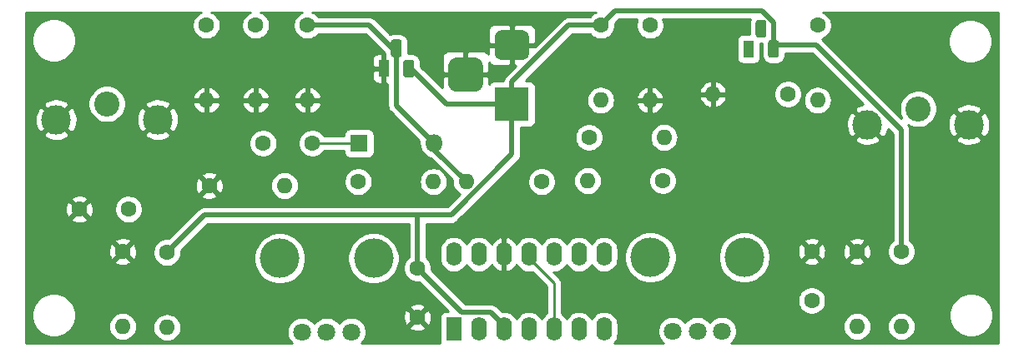
<source format=gbr>
G04 #@! TF.GenerationSoftware,KiCad,Pcbnew,(5.1.4-0-10_14)*
G04 #@! TF.CreationDate,2021-06-29T12:17:26+12:00*
G04 #@! TF.ProjectId,two_comparator_effect,74776f5f-636f-46d7-9061-7261746f725f,rev?*
G04 #@! TF.SameCoordinates,Original*
G04 #@! TF.FileFunction,Copper,L2,Bot*
G04 #@! TF.FilePolarity,Positive*
%FSLAX46Y46*%
G04 Gerber Fmt 4.6, Leading zero omitted, Abs format (unit mm)*
G04 Created by KiCad (PCBNEW (5.1.4-0-10_14)) date 2021-06-29 12:17:26*
%MOMM*%
%LPD*%
G04 APERTURE LIST*
%ADD10O,1.600000X1.600000*%
%ADD11C,1.600000*%
%ADD12C,1.800000*%
%ADD13C,4.000000*%
%ADD14R,1.100000X1.800000*%
%ADD15C,0.100000*%
%ADD16C,1.100000*%
%ADD17R,1.800000X1.800000*%
%ADD18O,1.800000X1.800000*%
%ADD19R,3.500000X3.500000*%
%ADD20C,3.000000*%
%ADD21C,3.500000*%
%ADD22R,1.600000X2.400000*%
%ADD23O,1.600000X2.400000*%
%ADD24C,2.550000*%
%ADD25C,0.250000*%
%ADD26C,0.500000*%
%ADD27C,0.254000*%
G04 APERTURE END LIST*
D10*
X147680000Y-62800000D03*
D11*
X155300000Y-62800000D03*
D12*
X156300000Y-78100000D03*
X158800000Y-78100000D03*
X161300000Y-78100000D03*
D13*
X154050000Y-70600000D03*
X163550000Y-70600000D03*
D14*
X127000000Y-51400000D03*
D15*
G36*
X129841955Y-50501324D02*
G01*
X129868650Y-50505284D01*
X129894828Y-50511841D01*
X129920238Y-50520933D01*
X129944634Y-50532472D01*
X129967782Y-50546346D01*
X129989458Y-50562422D01*
X130009454Y-50580546D01*
X130027578Y-50600542D01*
X130043654Y-50622218D01*
X130057528Y-50645366D01*
X130069067Y-50669762D01*
X130078159Y-50695172D01*
X130084716Y-50721350D01*
X130088676Y-50748045D01*
X130090000Y-50775000D01*
X130090000Y-52025000D01*
X130088676Y-52051955D01*
X130084716Y-52078650D01*
X130078159Y-52104828D01*
X130069067Y-52130238D01*
X130057528Y-52154634D01*
X130043654Y-52177782D01*
X130027578Y-52199458D01*
X130009454Y-52219454D01*
X129989458Y-52237578D01*
X129967782Y-52253654D01*
X129944634Y-52267528D01*
X129920238Y-52279067D01*
X129894828Y-52288159D01*
X129868650Y-52294716D01*
X129841955Y-52298676D01*
X129815000Y-52300000D01*
X129265000Y-52300000D01*
X129238045Y-52298676D01*
X129211350Y-52294716D01*
X129185172Y-52288159D01*
X129159762Y-52279067D01*
X129135366Y-52267528D01*
X129112218Y-52253654D01*
X129090542Y-52237578D01*
X129070546Y-52219454D01*
X129052422Y-52199458D01*
X129036346Y-52177782D01*
X129022472Y-52154634D01*
X129010933Y-52130238D01*
X129001841Y-52104828D01*
X128995284Y-52078650D01*
X128991324Y-52051955D01*
X128990000Y-52025000D01*
X128990000Y-50775000D01*
X128991324Y-50748045D01*
X128995284Y-50721350D01*
X129001841Y-50695172D01*
X129010933Y-50669762D01*
X129022472Y-50645366D01*
X129036346Y-50622218D01*
X129052422Y-50600542D01*
X129070546Y-50580546D01*
X129090542Y-50562422D01*
X129112218Y-50546346D01*
X129135366Y-50532472D01*
X129159762Y-50520933D01*
X129185172Y-50511841D01*
X129211350Y-50505284D01*
X129238045Y-50501324D01*
X129265000Y-50500000D01*
X129815000Y-50500000D01*
X129841955Y-50501324D01*
X129841955Y-50501324D01*
G37*
D16*
X129540000Y-51400000D03*
D15*
G36*
X128571955Y-48431324D02*
G01*
X128598650Y-48435284D01*
X128624828Y-48441841D01*
X128650238Y-48450933D01*
X128674634Y-48462472D01*
X128697782Y-48476346D01*
X128719458Y-48492422D01*
X128739454Y-48510546D01*
X128757578Y-48530542D01*
X128773654Y-48552218D01*
X128787528Y-48575366D01*
X128799067Y-48599762D01*
X128808159Y-48625172D01*
X128814716Y-48651350D01*
X128818676Y-48678045D01*
X128820000Y-48705000D01*
X128820000Y-49955000D01*
X128818676Y-49981955D01*
X128814716Y-50008650D01*
X128808159Y-50034828D01*
X128799067Y-50060238D01*
X128787528Y-50084634D01*
X128773654Y-50107782D01*
X128757578Y-50129458D01*
X128739454Y-50149454D01*
X128719458Y-50167578D01*
X128697782Y-50183654D01*
X128674634Y-50197528D01*
X128650238Y-50209067D01*
X128624828Y-50218159D01*
X128598650Y-50224716D01*
X128571955Y-50228676D01*
X128545000Y-50230000D01*
X127995000Y-50230000D01*
X127968045Y-50228676D01*
X127941350Y-50224716D01*
X127915172Y-50218159D01*
X127889762Y-50209067D01*
X127865366Y-50197528D01*
X127842218Y-50183654D01*
X127820542Y-50167578D01*
X127800546Y-50149454D01*
X127782422Y-50129458D01*
X127766346Y-50107782D01*
X127752472Y-50084634D01*
X127740933Y-50060238D01*
X127731841Y-50034828D01*
X127725284Y-50008650D01*
X127721324Y-49981955D01*
X127720000Y-49955000D01*
X127720000Y-48705000D01*
X127721324Y-48678045D01*
X127725284Y-48651350D01*
X127731841Y-48625172D01*
X127740933Y-48599762D01*
X127752472Y-48575366D01*
X127766346Y-48552218D01*
X127782422Y-48530542D01*
X127800546Y-48510546D01*
X127820542Y-48492422D01*
X127842218Y-48476346D01*
X127865366Y-48462472D01*
X127889762Y-48450933D01*
X127915172Y-48441841D01*
X127941350Y-48435284D01*
X127968045Y-48431324D01*
X127995000Y-48430000D01*
X128545000Y-48430000D01*
X128571955Y-48431324D01*
X128571955Y-48431324D01*
G37*
D16*
X128270000Y-49330000D03*
D14*
X164000000Y-49400000D03*
D15*
G36*
X166841955Y-48501324D02*
G01*
X166868650Y-48505284D01*
X166894828Y-48511841D01*
X166920238Y-48520933D01*
X166944634Y-48532472D01*
X166967782Y-48546346D01*
X166989458Y-48562422D01*
X167009454Y-48580546D01*
X167027578Y-48600542D01*
X167043654Y-48622218D01*
X167057528Y-48645366D01*
X167069067Y-48669762D01*
X167078159Y-48695172D01*
X167084716Y-48721350D01*
X167088676Y-48748045D01*
X167090000Y-48775000D01*
X167090000Y-50025000D01*
X167088676Y-50051955D01*
X167084716Y-50078650D01*
X167078159Y-50104828D01*
X167069067Y-50130238D01*
X167057528Y-50154634D01*
X167043654Y-50177782D01*
X167027578Y-50199458D01*
X167009454Y-50219454D01*
X166989458Y-50237578D01*
X166967782Y-50253654D01*
X166944634Y-50267528D01*
X166920238Y-50279067D01*
X166894828Y-50288159D01*
X166868650Y-50294716D01*
X166841955Y-50298676D01*
X166815000Y-50300000D01*
X166265000Y-50300000D01*
X166238045Y-50298676D01*
X166211350Y-50294716D01*
X166185172Y-50288159D01*
X166159762Y-50279067D01*
X166135366Y-50267528D01*
X166112218Y-50253654D01*
X166090542Y-50237578D01*
X166070546Y-50219454D01*
X166052422Y-50199458D01*
X166036346Y-50177782D01*
X166022472Y-50154634D01*
X166010933Y-50130238D01*
X166001841Y-50104828D01*
X165995284Y-50078650D01*
X165991324Y-50051955D01*
X165990000Y-50025000D01*
X165990000Y-48775000D01*
X165991324Y-48748045D01*
X165995284Y-48721350D01*
X166001841Y-48695172D01*
X166010933Y-48669762D01*
X166022472Y-48645366D01*
X166036346Y-48622218D01*
X166052422Y-48600542D01*
X166070546Y-48580546D01*
X166090542Y-48562422D01*
X166112218Y-48546346D01*
X166135366Y-48532472D01*
X166159762Y-48520933D01*
X166185172Y-48511841D01*
X166211350Y-48505284D01*
X166238045Y-48501324D01*
X166265000Y-48500000D01*
X166815000Y-48500000D01*
X166841955Y-48501324D01*
X166841955Y-48501324D01*
G37*
D16*
X166540000Y-49400000D03*
D15*
G36*
X165571955Y-46431324D02*
G01*
X165598650Y-46435284D01*
X165624828Y-46441841D01*
X165650238Y-46450933D01*
X165674634Y-46462472D01*
X165697782Y-46476346D01*
X165719458Y-46492422D01*
X165739454Y-46510546D01*
X165757578Y-46530542D01*
X165773654Y-46552218D01*
X165787528Y-46575366D01*
X165799067Y-46599762D01*
X165808159Y-46625172D01*
X165814716Y-46651350D01*
X165818676Y-46678045D01*
X165820000Y-46705000D01*
X165820000Y-47955000D01*
X165818676Y-47981955D01*
X165814716Y-48008650D01*
X165808159Y-48034828D01*
X165799067Y-48060238D01*
X165787528Y-48084634D01*
X165773654Y-48107782D01*
X165757578Y-48129458D01*
X165739454Y-48149454D01*
X165719458Y-48167578D01*
X165697782Y-48183654D01*
X165674634Y-48197528D01*
X165650238Y-48209067D01*
X165624828Y-48218159D01*
X165598650Y-48224716D01*
X165571955Y-48228676D01*
X165545000Y-48230000D01*
X164995000Y-48230000D01*
X164968045Y-48228676D01*
X164941350Y-48224716D01*
X164915172Y-48218159D01*
X164889762Y-48209067D01*
X164865366Y-48197528D01*
X164842218Y-48183654D01*
X164820542Y-48167578D01*
X164800546Y-48149454D01*
X164782422Y-48129458D01*
X164766346Y-48107782D01*
X164752472Y-48084634D01*
X164740933Y-48060238D01*
X164731841Y-48034828D01*
X164725284Y-48008650D01*
X164721324Y-47981955D01*
X164720000Y-47955000D01*
X164720000Y-46705000D01*
X164721324Y-46678045D01*
X164725284Y-46651350D01*
X164731841Y-46625172D01*
X164740933Y-46599762D01*
X164752472Y-46575366D01*
X164766346Y-46552218D01*
X164782422Y-46530542D01*
X164800546Y-46510546D01*
X164820542Y-46492422D01*
X164842218Y-46476346D01*
X164865366Y-46462472D01*
X164889762Y-46450933D01*
X164915172Y-46441841D01*
X164941350Y-46435284D01*
X164968045Y-46431324D01*
X164995000Y-46430000D01*
X165545000Y-46430000D01*
X165571955Y-46431324D01*
X165571955Y-46431324D01*
G37*
D16*
X165270000Y-47330000D03*
D11*
X96100000Y-65700000D03*
X101100000Y-65700000D03*
X170400000Y-75000000D03*
X170400000Y-70000000D03*
X119750000Y-59000000D03*
X114750000Y-59000000D03*
D17*
X124500000Y-59000000D03*
D18*
X132120000Y-59000000D03*
D19*
X140000000Y-55000000D03*
D15*
G36*
X141073513Y-47503611D02*
G01*
X141146318Y-47514411D01*
X141217714Y-47532295D01*
X141287013Y-47557090D01*
X141353548Y-47588559D01*
X141416678Y-47626398D01*
X141475795Y-47670242D01*
X141530330Y-47719670D01*
X141579758Y-47774205D01*
X141623602Y-47833322D01*
X141661441Y-47896452D01*
X141692910Y-47962987D01*
X141717705Y-48032286D01*
X141735589Y-48103682D01*
X141746389Y-48176487D01*
X141750000Y-48250000D01*
X141750000Y-49750000D01*
X141746389Y-49823513D01*
X141735589Y-49896318D01*
X141717705Y-49967714D01*
X141692910Y-50037013D01*
X141661441Y-50103548D01*
X141623602Y-50166678D01*
X141579758Y-50225795D01*
X141530330Y-50280330D01*
X141475795Y-50329758D01*
X141416678Y-50373602D01*
X141353548Y-50411441D01*
X141287013Y-50442910D01*
X141217714Y-50467705D01*
X141146318Y-50485589D01*
X141073513Y-50496389D01*
X141000000Y-50500000D01*
X139000000Y-50500000D01*
X138926487Y-50496389D01*
X138853682Y-50485589D01*
X138782286Y-50467705D01*
X138712987Y-50442910D01*
X138646452Y-50411441D01*
X138583322Y-50373602D01*
X138524205Y-50329758D01*
X138469670Y-50280330D01*
X138420242Y-50225795D01*
X138376398Y-50166678D01*
X138338559Y-50103548D01*
X138307090Y-50037013D01*
X138282295Y-49967714D01*
X138264411Y-49896318D01*
X138253611Y-49823513D01*
X138250000Y-49750000D01*
X138250000Y-48250000D01*
X138253611Y-48176487D01*
X138264411Y-48103682D01*
X138282295Y-48032286D01*
X138307090Y-47962987D01*
X138338559Y-47896452D01*
X138376398Y-47833322D01*
X138420242Y-47774205D01*
X138469670Y-47719670D01*
X138524205Y-47670242D01*
X138583322Y-47626398D01*
X138646452Y-47588559D01*
X138712987Y-47557090D01*
X138782286Y-47532295D01*
X138853682Y-47514411D01*
X138926487Y-47503611D01*
X139000000Y-47500000D01*
X141000000Y-47500000D01*
X141073513Y-47503611D01*
X141073513Y-47503611D01*
G37*
D20*
X140000000Y-49000000D03*
D15*
G36*
X136260765Y-50254213D02*
G01*
X136345704Y-50266813D01*
X136428999Y-50287677D01*
X136509848Y-50316605D01*
X136587472Y-50353319D01*
X136661124Y-50397464D01*
X136730094Y-50448616D01*
X136793718Y-50506282D01*
X136851384Y-50569906D01*
X136902536Y-50638876D01*
X136946681Y-50712528D01*
X136983395Y-50790152D01*
X137012323Y-50871001D01*
X137033187Y-50954296D01*
X137045787Y-51039235D01*
X137050000Y-51125000D01*
X137050000Y-52875000D01*
X137045787Y-52960765D01*
X137033187Y-53045704D01*
X137012323Y-53128999D01*
X136983395Y-53209848D01*
X136946681Y-53287472D01*
X136902536Y-53361124D01*
X136851384Y-53430094D01*
X136793718Y-53493718D01*
X136730094Y-53551384D01*
X136661124Y-53602536D01*
X136587472Y-53646681D01*
X136509848Y-53683395D01*
X136428999Y-53712323D01*
X136345704Y-53733187D01*
X136260765Y-53745787D01*
X136175000Y-53750000D01*
X134425000Y-53750000D01*
X134339235Y-53745787D01*
X134254296Y-53733187D01*
X134171001Y-53712323D01*
X134090152Y-53683395D01*
X134012528Y-53646681D01*
X133938876Y-53602536D01*
X133869906Y-53551384D01*
X133806282Y-53493718D01*
X133748616Y-53430094D01*
X133697464Y-53361124D01*
X133653319Y-53287472D01*
X133616605Y-53209848D01*
X133587677Y-53128999D01*
X133566813Y-53045704D01*
X133554213Y-52960765D01*
X133550000Y-52875000D01*
X133550000Y-51125000D01*
X133554213Y-51039235D01*
X133566813Y-50954296D01*
X133587677Y-50871001D01*
X133616605Y-50790152D01*
X133653319Y-50712528D01*
X133697464Y-50638876D01*
X133748616Y-50569906D01*
X133806282Y-50506282D01*
X133869906Y-50448616D01*
X133938876Y-50397464D01*
X134012528Y-50353319D01*
X134090152Y-50316605D01*
X134171001Y-50287677D01*
X134254296Y-50266813D01*
X134339235Y-50254213D01*
X134425000Y-50250000D01*
X136175000Y-50250000D01*
X136260765Y-50254213D01*
X136260765Y-50254213D01*
G37*
D21*
X135300000Y-52000000D03*
D11*
X105000000Y-70100000D03*
D10*
X105000000Y-77720000D03*
X149000000Y-54620000D03*
D11*
X149000000Y-47000000D03*
X147800000Y-58400000D03*
D10*
X155420000Y-58400000D03*
X100500000Y-77620000D03*
D11*
X100500000Y-70000000D03*
D10*
X179500000Y-77620000D03*
D11*
X179500000Y-70000000D03*
X175000000Y-70000000D03*
D10*
X175000000Y-77620000D03*
D11*
X109000000Y-47000000D03*
D10*
X109000000Y-54620000D03*
X114000000Y-54620000D03*
D11*
X114000000Y-47000000D03*
D10*
X171000000Y-54620000D03*
D11*
X171000000Y-47000000D03*
X168000000Y-54000000D03*
D10*
X160380000Y-54000000D03*
D11*
X143000000Y-62900000D03*
D10*
X135380000Y-62900000D03*
D11*
X124400000Y-62900000D03*
D10*
X132020000Y-62900000D03*
X154000000Y-54620000D03*
D11*
X154000000Y-47000000D03*
D10*
X116920000Y-63300000D03*
D11*
X109300000Y-63300000D03*
X119250000Y-47000000D03*
D10*
X119250000Y-54620000D03*
D13*
X125950000Y-70700000D03*
X116450000Y-70700000D03*
D12*
X123700000Y-78200000D03*
X121200000Y-78200000D03*
X118700000Y-78200000D03*
D11*
X130400000Y-71700000D03*
X130400000Y-76700000D03*
D22*
X134100000Y-77900000D03*
D23*
X149340000Y-70280000D03*
X136640000Y-77900000D03*
X146800000Y-70280000D03*
X139180000Y-77900000D03*
X144260000Y-70280000D03*
X141720000Y-77900000D03*
X141720000Y-70280000D03*
X144260000Y-77900000D03*
X139180000Y-70280000D03*
X146800000Y-77900000D03*
X136640000Y-70280000D03*
X149340000Y-77900000D03*
X134100000Y-70280000D03*
D20*
X93750000Y-56600000D03*
X104050000Y-56600000D03*
D24*
X98900000Y-55000000D03*
X181200000Y-55500000D03*
D20*
X186350000Y-57100000D03*
X176050000Y-57100000D03*
D25*
X141720000Y-70680000D02*
X141720000Y-70280000D01*
X144260000Y-73220000D02*
X141720000Y-70680000D01*
X144260000Y-77900000D02*
X144260000Y-73220000D01*
X119750000Y-59000000D02*
X124500000Y-59000000D01*
D26*
X125520000Y-47000000D02*
X119250000Y-47000000D01*
X128270000Y-49750000D02*
X125520000Y-47000000D01*
X128270000Y-51000000D02*
X128270000Y-49750000D01*
X128270000Y-55150000D02*
X132120000Y-59000000D01*
X128270000Y-51000000D02*
X128270000Y-55150000D01*
X132120000Y-59640000D02*
X132120000Y-59000000D01*
X135380000Y-62900000D02*
X132120000Y-59640000D01*
X129540000Y-51225000D02*
X129540000Y-51000000D01*
X133315000Y-55000000D02*
X129540000Y-51225000D01*
X140000000Y-55000000D02*
X133315000Y-55000000D01*
X147868630Y-47000000D02*
X149000000Y-47000000D01*
X140000000Y-52750000D02*
X145750000Y-47000000D01*
X145750000Y-47000000D02*
X147868630Y-47000000D01*
X140000000Y-55000000D02*
X140000000Y-52750000D01*
X140000000Y-55000000D02*
X140000000Y-56200000D01*
X179500000Y-57663998D02*
X179500000Y-68868630D01*
X179500000Y-68868630D02*
X179500000Y-70000000D01*
X170836002Y-49000000D02*
X179500000Y-57663998D01*
X166540000Y-49000000D02*
X170836002Y-49000000D01*
X166540000Y-46674680D02*
X166540000Y-47750000D01*
X166540000Y-47750000D02*
X166540000Y-49000000D01*
X165365320Y-45500000D02*
X166540000Y-46674680D01*
X150500000Y-45500000D02*
X165365320Y-45500000D01*
X149000000Y-47000000D02*
X150500000Y-45500000D01*
X140000000Y-60130002D02*
X133830002Y-66300000D01*
X108800000Y-66300000D02*
X105000000Y-70100000D01*
X140000000Y-55000000D02*
X140000000Y-60130002D01*
X130400000Y-66400000D02*
X130400000Y-71700000D01*
X130500000Y-66300000D02*
X130400000Y-66400000D01*
X133830002Y-66300000D02*
X130500000Y-66300000D01*
X130500000Y-66300000D02*
X108800000Y-66300000D01*
X131199999Y-72499999D02*
X130400000Y-71700000D01*
X137880000Y-76200000D02*
X134900000Y-76200000D01*
X134900000Y-76200000D02*
X131199999Y-72499999D01*
X139180000Y-77500000D02*
X137880000Y-76200000D01*
X139180000Y-77900000D02*
X139180000Y-77500000D01*
D27*
G36*
X189340001Y-79340000D02*
G01*
X162207135Y-79340000D01*
X162278505Y-79292312D01*
X162492312Y-79078505D01*
X162660299Y-78827095D01*
X162776011Y-78547743D01*
X162835000Y-78251184D01*
X162835000Y-77948816D01*
X162776011Y-77652257D01*
X162762650Y-77620000D01*
X173558057Y-77620000D01*
X173585764Y-77901309D01*
X173667818Y-78171808D01*
X173801068Y-78421101D01*
X173980392Y-78639608D01*
X174198899Y-78818932D01*
X174448192Y-78952182D01*
X174718691Y-79034236D01*
X174929508Y-79055000D01*
X175070492Y-79055000D01*
X175281309Y-79034236D01*
X175551808Y-78952182D01*
X175801101Y-78818932D01*
X176019608Y-78639608D01*
X176198932Y-78421101D01*
X176332182Y-78171808D01*
X176414236Y-77901309D01*
X176441943Y-77620000D01*
X178058057Y-77620000D01*
X178085764Y-77901309D01*
X178167818Y-78171808D01*
X178301068Y-78421101D01*
X178480392Y-78639608D01*
X178698899Y-78818932D01*
X178948192Y-78952182D01*
X179218691Y-79034236D01*
X179429508Y-79055000D01*
X179570492Y-79055000D01*
X179781309Y-79034236D01*
X180051808Y-78952182D01*
X180301101Y-78818932D01*
X180519608Y-78639608D01*
X180698932Y-78421101D01*
X180832182Y-78171808D01*
X180914236Y-77901309D01*
X180941943Y-77620000D01*
X180914236Y-77338691D01*
X180832182Y-77068192D01*
X180698932Y-76818899D01*
X180519608Y-76600392D01*
X180301101Y-76421068D01*
X180051808Y-76287818D01*
X180025614Y-76279872D01*
X184365000Y-76279872D01*
X184365000Y-76720128D01*
X184450890Y-77151925D01*
X184619369Y-77558669D01*
X184863962Y-77924729D01*
X185175271Y-78236038D01*
X185541331Y-78480631D01*
X185948075Y-78649110D01*
X186379872Y-78735000D01*
X186820128Y-78735000D01*
X187251925Y-78649110D01*
X187658669Y-78480631D01*
X188024729Y-78236038D01*
X188336038Y-77924729D01*
X188580631Y-77558669D01*
X188749110Y-77151925D01*
X188835000Y-76720128D01*
X188835000Y-76279872D01*
X188749110Y-75848075D01*
X188580631Y-75441331D01*
X188336038Y-75075271D01*
X188024729Y-74763962D01*
X187658669Y-74519369D01*
X187251925Y-74350890D01*
X186820128Y-74265000D01*
X186379872Y-74265000D01*
X185948075Y-74350890D01*
X185541331Y-74519369D01*
X185175271Y-74763962D01*
X184863962Y-75075271D01*
X184619369Y-75441331D01*
X184450890Y-75848075D01*
X184365000Y-76279872D01*
X180025614Y-76279872D01*
X179781309Y-76205764D01*
X179570492Y-76185000D01*
X179429508Y-76185000D01*
X179218691Y-76205764D01*
X178948192Y-76287818D01*
X178698899Y-76421068D01*
X178480392Y-76600392D01*
X178301068Y-76818899D01*
X178167818Y-77068192D01*
X178085764Y-77338691D01*
X178058057Y-77620000D01*
X176441943Y-77620000D01*
X176414236Y-77338691D01*
X176332182Y-77068192D01*
X176198932Y-76818899D01*
X176019608Y-76600392D01*
X175801101Y-76421068D01*
X175551808Y-76287818D01*
X175281309Y-76205764D01*
X175070492Y-76185000D01*
X174929508Y-76185000D01*
X174718691Y-76205764D01*
X174448192Y-76287818D01*
X174198899Y-76421068D01*
X173980392Y-76600392D01*
X173801068Y-76818899D01*
X173667818Y-77068192D01*
X173585764Y-77338691D01*
X173558057Y-77620000D01*
X162762650Y-77620000D01*
X162660299Y-77372905D01*
X162492312Y-77121495D01*
X162278505Y-76907688D01*
X162027095Y-76739701D01*
X161747743Y-76623989D01*
X161451184Y-76565000D01*
X161148816Y-76565000D01*
X160852257Y-76623989D01*
X160572905Y-76739701D01*
X160321495Y-76907688D01*
X160107688Y-77121495D01*
X160050000Y-77207831D01*
X159992312Y-77121495D01*
X159778505Y-76907688D01*
X159527095Y-76739701D01*
X159247743Y-76623989D01*
X158951184Y-76565000D01*
X158648816Y-76565000D01*
X158352257Y-76623989D01*
X158072905Y-76739701D01*
X157821495Y-76907688D01*
X157607688Y-77121495D01*
X157550000Y-77207831D01*
X157492312Y-77121495D01*
X157278505Y-76907688D01*
X157027095Y-76739701D01*
X156747743Y-76623989D01*
X156451184Y-76565000D01*
X156148816Y-76565000D01*
X155852257Y-76623989D01*
X155572905Y-76739701D01*
X155321495Y-76907688D01*
X155107688Y-77121495D01*
X154939701Y-77372905D01*
X154823989Y-77652257D01*
X154765000Y-77948816D01*
X154765000Y-78251184D01*
X154823989Y-78547743D01*
X154939701Y-78827095D01*
X155107688Y-79078505D01*
X155321495Y-79292312D01*
X155392865Y-79340000D01*
X150334760Y-79340000D01*
X150359608Y-79319608D01*
X150538932Y-79101101D01*
X150672182Y-78851808D01*
X150754236Y-78581309D01*
X150775000Y-78370491D01*
X150775000Y-77429508D01*
X150754236Y-77218691D01*
X150672182Y-76948192D01*
X150538932Y-76698899D01*
X150359607Y-76480392D01*
X150141100Y-76301068D01*
X149891807Y-76167818D01*
X149621308Y-76085764D01*
X149340000Y-76058057D01*
X149058691Y-76085764D01*
X148788192Y-76167818D01*
X148538899Y-76301068D01*
X148320392Y-76480393D01*
X148141068Y-76698900D01*
X148070000Y-76831858D01*
X147998932Y-76698899D01*
X147819607Y-76480392D01*
X147601100Y-76301068D01*
X147351807Y-76167818D01*
X147081308Y-76085764D01*
X146800000Y-76058057D01*
X146518691Y-76085764D01*
X146248192Y-76167818D01*
X145998899Y-76301068D01*
X145780392Y-76480393D01*
X145601068Y-76698900D01*
X145530000Y-76831858D01*
X145458932Y-76698899D01*
X145279607Y-76480392D01*
X145061100Y-76301068D01*
X145020000Y-76279100D01*
X145020000Y-74858665D01*
X168965000Y-74858665D01*
X168965000Y-75141335D01*
X169020147Y-75418574D01*
X169128320Y-75679727D01*
X169285363Y-75914759D01*
X169485241Y-76114637D01*
X169720273Y-76271680D01*
X169981426Y-76379853D01*
X170258665Y-76435000D01*
X170541335Y-76435000D01*
X170818574Y-76379853D01*
X171079727Y-76271680D01*
X171314759Y-76114637D01*
X171514637Y-75914759D01*
X171671680Y-75679727D01*
X171779853Y-75418574D01*
X171835000Y-75141335D01*
X171835000Y-74858665D01*
X171779853Y-74581426D01*
X171671680Y-74320273D01*
X171514637Y-74085241D01*
X171314759Y-73885363D01*
X171079727Y-73728320D01*
X170818574Y-73620147D01*
X170541335Y-73565000D01*
X170258665Y-73565000D01*
X169981426Y-73620147D01*
X169720273Y-73728320D01*
X169485241Y-73885363D01*
X169285363Y-74085241D01*
X169128320Y-74320273D01*
X169020147Y-74581426D01*
X168965000Y-74858665D01*
X145020000Y-74858665D01*
X145020000Y-73257322D01*
X145023676Y-73219999D01*
X145020000Y-73182676D01*
X145020000Y-73182667D01*
X145009003Y-73071014D01*
X144965546Y-72927753D01*
X144894974Y-72795724D01*
X144881811Y-72779685D01*
X144823799Y-72708996D01*
X144823795Y-72708992D01*
X144800001Y-72679999D01*
X144771008Y-72656205D01*
X144234205Y-72119402D01*
X144260000Y-72121943D01*
X144541309Y-72094236D01*
X144811808Y-72012182D01*
X145061101Y-71878932D01*
X145279608Y-71699608D01*
X145458932Y-71481101D01*
X145530000Y-71348142D01*
X145601068Y-71481101D01*
X145780393Y-71699608D01*
X145998900Y-71878932D01*
X146248193Y-72012182D01*
X146518692Y-72094236D01*
X146800000Y-72121943D01*
X147081309Y-72094236D01*
X147351808Y-72012182D01*
X147601101Y-71878932D01*
X147819608Y-71699608D01*
X147998932Y-71481101D01*
X148070000Y-71348142D01*
X148141068Y-71481101D01*
X148320393Y-71699608D01*
X148538900Y-71878932D01*
X148788193Y-72012182D01*
X149058692Y-72094236D01*
X149340000Y-72121943D01*
X149621309Y-72094236D01*
X149891808Y-72012182D01*
X150141101Y-71878932D01*
X150359608Y-71699608D01*
X150538932Y-71481101D01*
X150672182Y-71231808D01*
X150754236Y-70961309D01*
X150775000Y-70750491D01*
X150775000Y-70340475D01*
X151415000Y-70340475D01*
X151415000Y-70859525D01*
X151516261Y-71368601D01*
X151714893Y-71848141D01*
X152003262Y-72279715D01*
X152370285Y-72646738D01*
X152801859Y-72935107D01*
X153281399Y-73133739D01*
X153790475Y-73235000D01*
X154309525Y-73235000D01*
X154818601Y-73133739D01*
X155298141Y-72935107D01*
X155729715Y-72646738D01*
X156096738Y-72279715D01*
X156385107Y-71848141D01*
X156583739Y-71368601D01*
X156685000Y-70859525D01*
X156685000Y-70340475D01*
X160915000Y-70340475D01*
X160915000Y-70859525D01*
X161016261Y-71368601D01*
X161214893Y-71848141D01*
X161503262Y-72279715D01*
X161870285Y-72646738D01*
X162301859Y-72935107D01*
X162781399Y-73133739D01*
X163290475Y-73235000D01*
X163809525Y-73235000D01*
X164318601Y-73133739D01*
X164798141Y-72935107D01*
X165229715Y-72646738D01*
X165596738Y-72279715D01*
X165885107Y-71848141D01*
X166083739Y-71368601D01*
X166158509Y-70992702D01*
X169586903Y-70992702D01*
X169658486Y-71236671D01*
X169913996Y-71357571D01*
X170188184Y-71426300D01*
X170470512Y-71440217D01*
X170750130Y-71398787D01*
X171016292Y-71303603D01*
X171141514Y-71236671D01*
X171213097Y-70992702D01*
X174186903Y-70992702D01*
X174258486Y-71236671D01*
X174513996Y-71357571D01*
X174788184Y-71426300D01*
X175070512Y-71440217D01*
X175350130Y-71398787D01*
X175616292Y-71303603D01*
X175741514Y-71236671D01*
X175813097Y-70992702D01*
X175000000Y-70179605D01*
X174186903Y-70992702D01*
X171213097Y-70992702D01*
X170400000Y-70179605D01*
X169586903Y-70992702D01*
X166158509Y-70992702D01*
X166185000Y-70859525D01*
X166185000Y-70340475D01*
X166131302Y-70070512D01*
X168959783Y-70070512D01*
X169001213Y-70350130D01*
X169096397Y-70616292D01*
X169163329Y-70741514D01*
X169407298Y-70813097D01*
X170220395Y-70000000D01*
X170579605Y-70000000D01*
X171392702Y-70813097D01*
X171636671Y-70741514D01*
X171757571Y-70486004D01*
X171826300Y-70211816D01*
X171833265Y-70070512D01*
X173559783Y-70070512D01*
X173601213Y-70350130D01*
X173696397Y-70616292D01*
X173763329Y-70741514D01*
X174007298Y-70813097D01*
X174820395Y-70000000D01*
X175179605Y-70000000D01*
X175992702Y-70813097D01*
X176236671Y-70741514D01*
X176357571Y-70486004D01*
X176426300Y-70211816D01*
X176440217Y-69929488D01*
X176398787Y-69649870D01*
X176303603Y-69383708D01*
X176236671Y-69258486D01*
X175992702Y-69186903D01*
X175179605Y-70000000D01*
X174820395Y-70000000D01*
X174007298Y-69186903D01*
X173763329Y-69258486D01*
X173642429Y-69513996D01*
X173573700Y-69788184D01*
X173559783Y-70070512D01*
X171833265Y-70070512D01*
X171840217Y-69929488D01*
X171798787Y-69649870D01*
X171703603Y-69383708D01*
X171636671Y-69258486D01*
X171392702Y-69186903D01*
X170579605Y-70000000D01*
X170220395Y-70000000D01*
X169407298Y-69186903D01*
X169163329Y-69258486D01*
X169042429Y-69513996D01*
X168973700Y-69788184D01*
X168959783Y-70070512D01*
X166131302Y-70070512D01*
X166083739Y-69831399D01*
X165885107Y-69351859D01*
X165654879Y-69007298D01*
X169586903Y-69007298D01*
X170400000Y-69820395D01*
X171213097Y-69007298D01*
X174186903Y-69007298D01*
X175000000Y-69820395D01*
X175813097Y-69007298D01*
X175741514Y-68763329D01*
X175486004Y-68642429D01*
X175211816Y-68573700D01*
X174929488Y-68559783D01*
X174649870Y-68601213D01*
X174383708Y-68696397D01*
X174258486Y-68763329D01*
X174186903Y-69007298D01*
X171213097Y-69007298D01*
X171141514Y-68763329D01*
X170886004Y-68642429D01*
X170611816Y-68573700D01*
X170329488Y-68559783D01*
X170049870Y-68601213D01*
X169783708Y-68696397D01*
X169658486Y-68763329D01*
X169586903Y-69007298D01*
X165654879Y-69007298D01*
X165596738Y-68920285D01*
X165229715Y-68553262D01*
X164798141Y-68264893D01*
X164318601Y-68066261D01*
X163809525Y-67965000D01*
X163290475Y-67965000D01*
X162781399Y-68066261D01*
X162301859Y-68264893D01*
X161870285Y-68553262D01*
X161503262Y-68920285D01*
X161214893Y-69351859D01*
X161016261Y-69831399D01*
X160915000Y-70340475D01*
X156685000Y-70340475D01*
X156583739Y-69831399D01*
X156385107Y-69351859D01*
X156096738Y-68920285D01*
X155729715Y-68553262D01*
X155298141Y-68264893D01*
X154818601Y-68066261D01*
X154309525Y-67965000D01*
X153790475Y-67965000D01*
X153281399Y-68066261D01*
X152801859Y-68264893D01*
X152370285Y-68553262D01*
X152003262Y-68920285D01*
X151714893Y-69351859D01*
X151516261Y-69831399D01*
X151415000Y-70340475D01*
X150775000Y-70340475D01*
X150775000Y-69809508D01*
X150754236Y-69598691D01*
X150672182Y-69328192D01*
X150538932Y-69078899D01*
X150359607Y-68860392D01*
X150141100Y-68681068D01*
X149891807Y-68547818D01*
X149621308Y-68465764D01*
X149340000Y-68438057D01*
X149058691Y-68465764D01*
X148788192Y-68547818D01*
X148538899Y-68681068D01*
X148320392Y-68860393D01*
X148141068Y-69078900D01*
X148070000Y-69211858D01*
X147998932Y-69078899D01*
X147819607Y-68860392D01*
X147601100Y-68681068D01*
X147351807Y-68547818D01*
X147081308Y-68465764D01*
X146800000Y-68438057D01*
X146518691Y-68465764D01*
X146248192Y-68547818D01*
X145998899Y-68681068D01*
X145780392Y-68860393D01*
X145601068Y-69078900D01*
X145530000Y-69211858D01*
X145458932Y-69078899D01*
X145279607Y-68860392D01*
X145061100Y-68681068D01*
X144811807Y-68547818D01*
X144541308Y-68465764D01*
X144260000Y-68438057D01*
X143978691Y-68465764D01*
X143708192Y-68547818D01*
X143458899Y-68681068D01*
X143240392Y-68860393D01*
X143061068Y-69078900D01*
X142990000Y-69211858D01*
X142918932Y-69078899D01*
X142739607Y-68860392D01*
X142521100Y-68681068D01*
X142271807Y-68547818D01*
X142001308Y-68465764D01*
X141720000Y-68438057D01*
X141438691Y-68465764D01*
X141168192Y-68547818D01*
X140918899Y-68681068D01*
X140700392Y-68860393D01*
X140521068Y-69078900D01*
X140452735Y-69206742D01*
X140302601Y-68977161D01*
X140104895Y-68775500D01*
X139871646Y-68616285D01*
X139611818Y-68505633D01*
X139529039Y-68488096D01*
X139307000Y-68610085D01*
X139307000Y-70153000D01*
X139327000Y-70153000D01*
X139327000Y-70407000D01*
X139307000Y-70407000D01*
X139307000Y-71949915D01*
X139529039Y-72071904D01*
X139611818Y-72054367D01*
X139871646Y-71943715D01*
X140104895Y-71784500D01*
X140302601Y-71582839D01*
X140452735Y-71353259D01*
X140521068Y-71481101D01*
X140700393Y-71699608D01*
X140918900Y-71878932D01*
X141168193Y-72012182D01*
X141438692Y-72094236D01*
X141720000Y-72121943D01*
X142001309Y-72094236D01*
X142045906Y-72080708D01*
X143500001Y-73534804D01*
X143500000Y-76279099D01*
X143458899Y-76301068D01*
X143240392Y-76480393D01*
X143061068Y-76698900D01*
X142990000Y-76831858D01*
X142918932Y-76698899D01*
X142739607Y-76480392D01*
X142521100Y-76301068D01*
X142271807Y-76167818D01*
X142001308Y-76085764D01*
X141720000Y-76058057D01*
X141438691Y-76085764D01*
X141168192Y-76167818D01*
X140918899Y-76301068D01*
X140700392Y-76480393D01*
X140521068Y-76698900D01*
X140450000Y-76831858D01*
X140378932Y-76698899D01*
X140199607Y-76480392D01*
X139981100Y-76301068D01*
X139731807Y-76167818D01*
X139461308Y-76085764D01*
X139180000Y-76058057D01*
X139006704Y-76075125D01*
X138536534Y-75604956D01*
X138508817Y-75571183D01*
X138374059Y-75460589D01*
X138220313Y-75378411D01*
X138053490Y-75327805D01*
X137923477Y-75315000D01*
X137923469Y-75315000D01*
X137880000Y-75310719D01*
X137836531Y-75315000D01*
X135266579Y-75315000D01*
X131828017Y-71876438D01*
X131835000Y-71841335D01*
X131835000Y-71558665D01*
X131779853Y-71281426D01*
X131671680Y-71020273D01*
X131514637Y-70785241D01*
X131314759Y-70585363D01*
X131285000Y-70565479D01*
X131285000Y-69809509D01*
X132665000Y-69809509D01*
X132665000Y-70750492D01*
X132685764Y-70961309D01*
X132767818Y-71231808D01*
X132901068Y-71481101D01*
X133080393Y-71699608D01*
X133298900Y-71878932D01*
X133548193Y-72012182D01*
X133818692Y-72094236D01*
X134100000Y-72121943D01*
X134381309Y-72094236D01*
X134651808Y-72012182D01*
X134901101Y-71878932D01*
X135119608Y-71699608D01*
X135298932Y-71481101D01*
X135370000Y-71348142D01*
X135441068Y-71481101D01*
X135620393Y-71699608D01*
X135838900Y-71878932D01*
X136088193Y-72012182D01*
X136358692Y-72094236D01*
X136640000Y-72121943D01*
X136921309Y-72094236D01*
X137191808Y-72012182D01*
X137441101Y-71878932D01*
X137659608Y-71699608D01*
X137838932Y-71481101D01*
X137907265Y-71353259D01*
X138057399Y-71582839D01*
X138255105Y-71784500D01*
X138488354Y-71943715D01*
X138748182Y-72054367D01*
X138830961Y-72071904D01*
X139053000Y-71949915D01*
X139053000Y-70407000D01*
X139033000Y-70407000D01*
X139033000Y-70153000D01*
X139053000Y-70153000D01*
X139053000Y-68610085D01*
X138830961Y-68488096D01*
X138748182Y-68505633D01*
X138488354Y-68616285D01*
X138255105Y-68775500D01*
X138057399Y-68977161D01*
X137907265Y-69206741D01*
X137838932Y-69078899D01*
X137659607Y-68860392D01*
X137441100Y-68681068D01*
X137191807Y-68547818D01*
X136921308Y-68465764D01*
X136640000Y-68438057D01*
X136358691Y-68465764D01*
X136088192Y-68547818D01*
X135838899Y-68681068D01*
X135620392Y-68860393D01*
X135441068Y-69078900D01*
X135370000Y-69211858D01*
X135298932Y-69078899D01*
X135119607Y-68860392D01*
X134901100Y-68681068D01*
X134651807Y-68547818D01*
X134381308Y-68465764D01*
X134100000Y-68438057D01*
X133818691Y-68465764D01*
X133548192Y-68547818D01*
X133298899Y-68681068D01*
X133080392Y-68860393D01*
X132901068Y-69078900D01*
X132767818Y-69328193D01*
X132685764Y-69598692D01*
X132665000Y-69809509D01*
X131285000Y-69809509D01*
X131285000Y-67185000D01*
X133786533Y-67185000D01*
X133830002Y-67189281D01*
X133873471Y-67185000D01*
X133873479Y-67185000D01*
X134003492Y-67172195D01*
X134170315Y-67121589D01*
X134324061Y-67039411D01*
X134458819Y-66928817D01*
X134486536Y-66895044D01*
X138622915Y-62758665D01*
X141565000Y-62758665D01*
X141565000Y-63041335D01*
X141620147Y-63318574D01*
X141728320Y-63579727D01*
X141885363Y-63814759D01*
X142085241Y-64014637D01*
X142320273Y-64171680D01*
X142581426Y-64279853D01*
X142858665Y-64335000D01*
X143141335Y-64335000D01*
X143418574Y-64279853D01*
X143679727Y-64171680D01*
X143914759Y-64014637D01*
X144114637Y-63814759D01*
X144271680Y-63579727D01*
X144379853Y-63318574D01*
X144435000Y-63041335D01*
X144435000Y-62800000D01*
X146238057Y-62800000D01*
X146265764Y-63081309D01*
X146347818Y-63351808D01*
X146481068Y-63601101D01*
X146660392Y-63819608D01*
X146878899Y-63998932D01*
X147128192Y-64132182D01*
X147398691Y-64214236D01*
X147609508Y-64235000D01*
X147750492Y-64235000D01*
X147961309Y-64214236D01*
X148231808Y-64132182D01*
X148481101Y-63998932D01*
X148699608Y-63819608D01*
X148878932Y-63601101D01*
X149012182Y-63351808D01*
X149094236Y-63081309D01*
X149121943Y-62800000D01*
X149108023Y-62658665D01*
X153865000Y-62658665D01*
X153865000Y-62941335D01*
X153920147Y-63218574D01*
X154028320Y-63479727D01*
X154185363Y-63714759D01*
X154385241Y-63914637D01*
X154620273Y-64071680D01*
X154881426Y-64179853D01*
X155158665Y-64235000D01*
X155441335Y-64235000D01*
X155718574Y-64179853D01*
X155979727Y-64071680D01*
X156214759Y-63914637D01*
X156414637Y-63714759D01*
X156571680Y-63479727D01*
X156679853Y-63218574D01*
X156735000Y-62941335D01*
X156735000Y-62658665D01*
X156679853Y-62381426D01*
X156571680Y-62120273D01*
X156414637Y-61885241D01*
X156214759Y-61685363D01*
X155979727Y-61528320D01*
X155718574Y-61420147D01*
X155441335Y-61365000D01*
X155158665Y-61365000D01*
X154881426Y-61420147D01*
X154620273Y-61528320D01*
X154385241Y-61685363D01*
X154185363Y-61885241D01*
X154028320Y-62120273D01*
X153920147Y-62381426D01*
X153865000Y-62658665D01*
X149108023Y-62658665D01*
X149094236Y-62518691D01*
X149012182Y-62248192D01*
X148878932Y-61998899D01*
X148699608Y-61780392D01*
X148481101Y-61601068D01*
X148231808Y-61467818D01*
X147961309Y-61385764D01*
X147750492Y-61365000D01*
X147609508Y-61365000D01*
X147398691Y-61385764D01*
X147128192Y-61467818D01*
X146878899Y-61601068D01*
X146660392Y-61780392D01*
X146481068Y-61998899D01*
X146347818Y-62248192D01*
X146265764Y-62518691D01*
X146238057Y-62800000D01*
X144435000Y-62800000D01*
X144435000Y-62758665D01*
X144379853Y-62481426D01*
X144271680Y-62220273D01*
X144114637Y-61985241D01*
X143914759Y-61785363D01*
X143679727Y-61628320D01*
X143418574Y-61520147D01*
X143141335Y-61465000D01*
X142858665Y-61465000D01*
X142581426Y-61520147D01*
X142320273Y-61628320D01*
X142085241Y-61785363D01*
X141885363Y-61985241D01*
X141728320Y-62220273D01*
X141620147Y-62481426D01*
X141565000Y-62758665D01*
X138622915Y-62758665D01*
X140595049Y-60786532D01*
X140628817Y-60758819D01*
X140739411Y-60624061D01*
X140821589Y-60470315D01*
X140872195Y-60303492D01*
X140885000Y-60173479D01*
X140885000Y-60173471D01*
X140889281Y-60130002D01*
X140885000Y-60086533D01*
X140885000Y-58258665D01*
X146365000Y-58258665D01*
X146365000Y-58541335D01*
X146420147Y-58818574D01*
X146528320Y-59079727D01*
X146685363Y-59314759D01*
X146885241Y-59514637D01*
X147120273Y-59671680D01*
X147381426Y-59779853D01*
X147658665Y-59835000D01*
X147941335Y-59835000D01*
X148218574Y-59779853D01*
X148479727Y-59671680D01*
X148714759Y-59514637D01*
X148914637Y-59314759D01*
X149071680Y-59079727D01*
X149179853Y-58818574D01*
X149235000Y-58541335D01*
X149235000Y-58400000D01*
X153978057Y-58400000D01*
X154005764Y-58681309D01*
X154087818Y-58951808D01*
X154221068Y-59201101D01*
X154400392Y-59419608D01*
X154618899Y-59598932D01*
X154868192Y-59732182D01*
X155138691Y-59814236D01*
X155349508Y-59835000D01*
X155490492Y-59835000D01*
X155701309Y-59814236D01*
X155971808Y-59732182D01*
X156221101Y-59598932D01*
X156439608Y-59419608D01*
X156618932Y-59201101D01*
X156752182Y-58951808D01*
X156834236Y-58681309D01*
X156843066Y-58591653D01*
X174737952Y-58591653D01*
X174893962Y-58907214D01*
X175268745Y-59098020D01*
X175673551Y-59212044D01*
X176092824Y-59244902D01*
X176510451Y-59195334D01*
X176910383Y-59065243D01*
X177206038Y-58907214D01*
X177362048Y-58591653D01*
X176050000Y-57279605D01*
X174737952Y-58591653D01*
X156843066Y-58591653D01*
X156861943Y-58400000D01*
X156834236Y-58118691D01*
X156752182Y-57848192D01*
X156618932Y-57598899D01*
X156439608Y-57380392D01*
X156221101Y-57201068D01*
X156112135Y-57142824D01*
X173905098Y-57142824D01*
X173954666Y-57560451D01*
X174084757Y-57960383D01*
X174242786Y-58256038D01*
X174558347Y-58412048D01*
X175870395Y-57100000D01*
X174558347Y-55787952D01*
X174242786Y-55943962D01*
X174051980Y-56318745D01*
X173937956Y-56723551D01*
X173905098Y-57142824D01*
X156112135Y-57142824D01*
X155971808Y-57067818D01*
X155701309Y-56985764D01*
X155490492Y-56965000D01*
X155349508Y-56965000D01*
X155138691Y-56985764D01*
X154868192Y-57067818D01*
X154618899Y-57201068D01*
X154400392Y-57380392D01*
X154221068Y-57598899D01*
X154087818Y-57848192D01*
X154005764Y-58118691D01*
X153978057Y-58400000D01*
X149235000Y-58400000D01*
X149235000Y-58258665D01*
X149179853Y-57981426D01*
X149071680Y-57720273D01*
X148914637Y-57485241D01*
X148714759Y-57285363D01*
X148479727Y-57128320D01*
X148218574Y-57020147D01*
X147941335Y-56965000D01*
X147658665Y-56965000D01*
X147381426Y-57020147D01*
X147120273Y-57128320D01*
X146885241Y-57285363D01*
X146685363Y-57485241D01*
X146528320Y-57720273D01*
X146420147Y-57981426D01*
X146365000Y-58258665D01*
X140885000Y-58258665D01*
X140885000Y-57388072D01*
X141750000Y-57388072D01*
X141874482Y-57375812D01*
X141994180Y-57339502D01*
X142104494Y-57280537D01*
X142201185Y-57201185D01*
X142280537Y-57104494D01*
X142339502Y-56994180D01*
X142375812Y-56874482D01*
X142388072Y-56750000D01*
X142388072Y-54620000D01*
X147558057Y-54620000D01*
X147585764Y-54901309D01*
X147667818Y-55171808D01*
X147801068Y-55421101D01*
X147980392Y-55639608D01*
X148198899Y-55818932D01*
X148448192Y-55952182D01*
X148718691Y-56034236D01*
X148929508Y-56055000D01*
X149070492Y-56055000D01*
X149281309Y-56034236D01*
X149551808Y-55952182D01*
X149801101Y-55818932D01*
X150019608Y-55639608D01*
X150198932Y-55421101D01*
X150332182Y-55171808D01*
X150393690Y-54969040D01*
X152608091Y-54969040D01*
X152702930Y-55233881D01*
X152847615Y-55475131D01*
X153036586Y-55683519D01*
X153262580Y-55851037D01*
X153516913Y-55971246D01*
X153650961Y-56011904D01*
X153873000Y-55889915D01*
X153873000Y-54747000D01*
X154127000Y-54747000D01*
X154127000Y-55889915D01*
X154349039Y-56011904D01*
X154483087Y-55971246D01*
X154737420Y-55851037D01*
X154963414Y-55683519D01*
X155152385Y-55475131D01*
X155297070Y-55233881D01*
X155391909Y-54969040D01*
X155270624Y-54747000D01*
X154127000Y-54747000D01*
X153873000Y-54747000D01*
X152729376Y-54747000D01*
X152608091Y-54969040D01*
X150393690Y-54969040D01*
X150414236Y-54901309D01*
X150441943Y-54620000D01*
X150414236Y-54338691D01*
X150393691Y-54270960D01*
X152608091Y-54270960D01*
X152729376Y-54493000D01*
X153873000Y-54493000D01*
X153873000Y-53350085D01*
X154127000Y-53350085D01*
X154127000Y-54493000D01*
X155270624Y-54493000D01*
X155349259Y-54349039D01*
X158988096Y-54349039D01*
X159028754Y-54483087D01*
X159148963Y-54737420D01*
X159316481Y-54963414D01*
X159524869Y-55152385D01*
X159766119Y-55297070D01*
X160030960Y-55391909D01*
X160253000Y-55270624D01*
X160253000Y-54127000D01*
X160507000Y-54127000D01*
X160507000Y-55270624D01*
X160729040Y-55391909D01*
X160993881Y-55297070D01*
X161235131Y-55152385D01*
X161443519Y-54963414D01*
X161611037Y-54737420D01*
X161731246Y-54483087D01*
X161771904Y-54349039D01*
X161649915Y-54127000D01*
X160507000Y-54127000D01*
X160253000Y-54127000D01*
X159110085Y-54127000D01*
X158988096Y-54349039D01*
X155349259Y-54349039D01*
X155391909Y-54270960D01*
X155297070Y-54006119D01*
X155152385Y-53764869D01*
X155049091Y-53650961D01*
X158988096Y-53650961D01*
X159110085Y-53873000D01*
X160253000Y-53873000D01*
X160253000Y-52729376D01*
X160507000Y-52729376D01*
X160507000Y-53873000D01*
X161649915Y-53873000D01*
X161657790Y-53858665D01*
X166565000Y-53858665D01*
X166565000Y-54141335D01*
X166620147Y-54418574D01*
X166728320Y-54679727D01*
X166885363Y-54914759D01*
X167085241Y-55114637D01*
X167320273Y-55271680D01*
X167581426Y-55379853D01*
X167858665Y-55435000D01*
X168141335Y-55435000D01*
X168418574Y-55379853D01*
X168679727Y-55271680D01*
X168914759Y-55114637D01*
X169114637Y-54914759D01*
X169271680Y-54679727D01*
X169296419Y-54620000D01*
X169558057Y-54620000D01*
X169585764Y-54901309D01*
X169667818Y-55171808D01*
X169801068Y-55421101D01*
X169980392Y-55639608D01*
X170198899Y-55818932D01*
X170448192Y-55952182D01*
X170718691Y-56034236D01*
X170929508Y-56055000D01*
X171070492Y-56055000D01*
X171281309Y-56034236D01*
X171551808Y-55952182D01*
X171801101Y-55818932D01*
X172019608Y-55639608D01*
X172198932Y-55421101D01*
X172332182Y-55171808D01*
X172414236Y-54901309D01*
X172441943Y-54620000D01*
X172414236Y-54338691D01*
X172332182Y-54068192D01*
X172198932Y-53818899D01*
X172019608Y-53600392D01*
X171801101Y-53421068D01*
X171551808Y-53287818D01*
X171281309Y-53205764D01*
X171070492Y-53185000D01*
X170929508Y-53185000D01*
X170718691Y-53205764D01*
X170448192Y-53287818D01*
X170198899Y-53421068D01*
X169980392Y-53600392D01*
X169801068Y-53818899D01*
X169667818Y-54068192D01*
X169585764Y-54338691D01*
X169558057Y-54620000D01*
X169296419Y-54620000D01*
X169379853Y-54418574D01*
X169435000Y-54141335D01*
X169435000Y-53858665D01*
X169379853Y-53581426D01*
X169271680Y-53320273D01*
X169114637Y-53085241D01*
X168914759Y-52885363D01*
X168679727Y-52728320D01*
X168418574Y-52620147D01*
X168141335Y-52565000D01*
X167858665Y-52565000D01*
X167581426Y-52620147D01*
X167320273Y-52728320D01*
X167085241Y-52885363D01*
X166885363Y-53085241D01*
X166728320Y-53320273D01*
X166620147Y-53581426D01*
X166565000Y-53858665D01*
X161657790Y-53858665D01*
X161771904Y-53650961D01*
X161731246Y-53516913D01*
X161611037Y-53262580D01*
X161443519Y-53036586D01*
X161235131Y-52847615D01*
X160993881Y-52702930D01*
X160729040Y-52608091D01*
X160507000Y-52729376D01*
X160253000Y-52729376D01*
X160030960Y-52608091D01*
X159766119Y-52702930D01*
X159524869Y-52847615D01*
X159316481Y-53036586D01*
X159148963Y-53262580D01*
X159028754Y-53516913D01*
X158988096Y-53650961D01*
X155049091Y-53650961D01*
X154963414Y-53556481D01*
X154737420Y-53388963D01*
X154483087Y-53268754D01*
X154349039Y-53228096D01*
X154127000Y-53350085D01*
X153873000Y-53350085D01*
X153650961Y-53228096D01*
X153516913Y-53268754D01*
X153262580Y-53388963D01*
X153036586Y-53556481D01*
X152847615Y-53764869D01*
X152702930Y-54006119D01*
X152608091Y-54270960D01*
X150393691Y-54270960D01*
X150332182Y-54068192D01*
X150198932Y-53818899D01*
X150019608Y-53600392D01*
X149801101Y-53421068D01*
X149551808Y-53287818D01*
X149281309Y-53205764D01*
X149070492Y-53185000D01*
X148929508Y-53185000D01*
X148718691Y-53205764D01*
X148448192Y-53287818D01*
X148198899Y-53421068D01*
X147980392Y-53600392D01*
X147801068Y-53818899D01*
X147667818Y-54068192D01*
X147585764Y-54338691D01*
X147558057Y-54620000D01*
X142388072Y-54620000D01*
X142388072Y-53250000D01*
X142375812Y-53125518D01*
X142339502Y-53005820D01*
X142280537Y-52895506D01*
X142201185Y-52798815D01*
X142104494Y-52719463D01*
X141994180Y-52660498D01*
X141874482Y-52624188D01*
X141750000Y-52611928D01*
X141389650Y-52611928D01*
X146116579Y-47885000D01*
X147865479Y-47885000D01*
X147885363Y-47914759D01*
X148085241Y-48114637D01*
X148320273Y-48271680D01*
X148581426Y-48379853D01*
X148858665Y-48435000D01*
X149141335Y-48435000D01*
X149418574Y-48379853D01*
X149679727Y-48271680D01*
X149914759Y-48114637D01*
X150114637Y-47914759D01*
X150271680Y-47679727D01*
X150379853Y-47418574D01*
X150435000Y-47141335D01*
X150435000Y-46858665D01*
X150428017Y-46823561D01*
X150866579Y-46385000D01*
X152701509Y-46385000D01*
X152620147Y-46581426D01*
X152565000Y-46858665D01*
X152565000Y-47141335D01*
X152620147Y-47418574D01*
X152728320Y-47679727D01*
X152885363Y-47914759D01*
X153085241Y-48114637D01*
X153320273Y-48271680D01*
X153581426Y-48379853D01*
X153858665Y-48435000D01*
X154141335Y-48435000D01*
X154418574Y-48379853D01*
X154679727Y-48271680D01*
X154914759Y-48114637D01*
X155114637Y-47914759D01*
X155271680Y-47679727D01*
X155379853Y-47418574D01*
X155435000Y-47141335D01*
X155435000Y-46858665D01*
X155379853Y-46581426D01*
X155298491Y-46385000D01*
X164142507Y-46385000D01*
X164099472Y-46526868D01*
X164081928Y-46705000D01*
X164081928Y-47861928D01*
X163450000Y-47861928D01*
X163325518Y-47874188D01*
X163205820Y-47910498D01*
X163095506Y-47969463D01*
X162998815Y-48048815D01*
X162919463Y-48145506D01*
X162860498Y-48255820D01*
X162824188Y-48375518D01*
X162811928Y-48500000D01*
X162811928Y-50300000D01*
X162824188Y-50424482D01*
X162860498Y-50544180D01*
X162919463Y-50654494D01*
X162998815Y-50751185D01*
X163095506Y-50830537D01*
X163205820Y-50889502D01*
X163325518Y-50925812D01*
X163450000Y-50938072D01*
X164550000Y-50938072D01*
X164674482Y-50925812D01*
X164794180Y-50889502D01*
X164904494Y-50830537D01*
X165001185Y-50751185D01*
X165080537Y-50654494D01*
X165139502Y-50544180D01*
X165175812Y-50424482D01*
X165188072Y-50300000D01*
X165188072Y-48868072D01*
X165351928Y-48868072D01*
X165351928Y-50025000D01*
X165369472Y-50203132D01*
X165421431Y-50374418D01*
X165505808Y-50532276D01*
X165619361Y-50670639D01*
X165757724Y-50784192D01*
X165915582Y-50868569D01*
X166086868Y-50920528D01*
X166265000Y-50938072D01*
X166815000Y-50938072D01*
X166993132Y-50920528D01*
X167164418Y-50868569D01*
X167322276Y-50784192D01*
X167460639Y-50670639D01*
X167574192Y-50532276D01*
X167658569Y-50374418D01*
X167710528Y-50203132D01*
X167728072Y-50025000D01*
X167728072Y-49885000D01*
X170469424Y-49885000D01*
X175589202Y-55004779D01*
X175189617Y-55134757D01*
X174893962Y-55292786D01*
X174737952Y-55608347D01*
X176050000Y-56920395D01*
X176064143Y-56906253D01*
X176243748Y-57085858D01*
X176229605Y-57100000D01*
X177541653Y-58412048D01*
X177857214Y-58256038D01*
X178048020Y-57881255D01*
X178139809Y-57555386D01*
X178615000Y-58030577D01*
X178615001Y-68825144D01*
X178615000Y-68825154D01*
X178615000Y-68865479D01*
X178585241Y-68885363D01*
X178385363Y-69085241D01*
X178228320Y-69320273D01*
X178120147Y-69581426D01*
X178065000Y-69858665D01*
X178065000Y-70141335D01*
X178120147Y-70418574D01*
X178228320Y-70679727D01*
X178385363Y-70914759D01*
X178585241Y-71114637D01*
X178820273Y-71271680D01*
X179081426Y-71379853D01*
X179358665Y-71435000D01*
X179641335Y-71435000D01*
X179918574Y-71379853D01*
X180179727Y-71271680D01*
X180414759Y-71114637D01*
X180614637Y-70914759D01*
X180771680Y-70679727D01*
X180879853Y-70418574D01*
X180935000Y-70141335D01*
X180935000Y-69858665D01*
X180879853Y-69581426D01*
X180771680Y-69320273D01*
X180614637Y-69085241D01*
X180414759Y-68885363D01*
X180385000Y-68865479D01*
X180385000Y-58591653D01*
X185037952Y-58591653D01*
X185193962Y-58907214D01*
X185568745Y-59098020D01*
X185973551Y-59212044D01*
X186392824Y-59244902D01*
X186810451Y-59195334D01*
X187210383Y-59065243D01*
X187506038Y-58907214D01*
X187662048Y-58591653D01*
X186350000Y-57279605D01*
X185037952Y-58591653D01*
X180385000Y-58591653D01*
X180385000Y-57707463D01*
X180389281Y-57663997D01*
X180385000Y-57620531D01*
X180385000Y-57620521D01*
X180372195Y-57490508D01*
X180321589Y-57323685D01*
X180239411Y-57169939D01*
X180212796Y-57137509D01*
X180295276Y-57192620D01*
X180642873Y-57336600D01*
X181011881Y-57410000D01*
X181388119Y-57410000D01*
X181757127Y-57336600D01*
X182104724Y-57192620D01*
X182179249Y-57142824D01*
X184205098Y-57142824D01*
X184254666Y-57560451D01*
X184384757Y-57960383D01*
X184542786Y-58256038D01*
X184858347Y-58412048D01*
X186170395Y-57100000D01*
X186529605Y-57100000D01*
X187841653Y-58412048D01*
X188157214Y-58256038D01*
X188348020Y-57881255D01*
X188462044Y-57476449D01*
X188494902Y-57057176D01*
X188445334Y-56639549D01*
X188315243Y-56239617D01*
X188157214Y-55943962D01*
X187841653Y-55787952D01*
X186529605Y-57100000D01*
X186170395Y-57100000D01*
X184858347Y-55787952D01*
X184542786Y-55943962D01*
X184351980Y-56318745D01*
X184237956Y-56723551D01*
X184205098Y-57142824D01*
X182179249Y-57142824D01*
X182417554Y-56983594D01*
X182683594Y-56717554D01*
X182892620Y-56404724D01*
X183036600Y-56057127D01*
X183110000Y-55688119D01*
X183110000Y-55608347D01*
X185037952Y-55608347D01*
X186350000Y-56920395D01*
X187662048Y-55608347D01*
X187506038Y-55292786D01*
X187131255Y-55101980D01*
X186726449Y-54987956D01*
X186307176Y-54955098D01*
X185889549Y-55004666D01*
X185489617Y-55134757D01*
X185193962Y-55292786D01*
X185037952Y-55608347D01*
X183110000Y-55608347D01*
X183110000Y-55311881D01*
X183036600Y-54942873D01*
X182892620Y-54595276D01*
X182683594Y-54282446D01*
X182417554Y-54016406D01*
X182104724Y-53807380D01*
X181757127Y-53663400D01*
X181388119Y-53590000D01*
X181011881Y-53590000D01*
X180642873Y-53663400D01*
X180295276Y-53807380D01*
X179982446Y-54016406D01*
X179716406Y-54282446D01*
X179507380Y-54595276D01*
X179363400Y-54942873D01*
X179290000Y-55311881D01*
X179290000Y-55688119D01*
X179363400Y-56057127D01*
X179507380Y-56404724D01*
X179537736Y-56450155D01*
X171492536Y-48404956D01*
X171471950Y-48379872D01*
X184265000Y-48379872D01*
X184265000Y-48820128D01*
X184350890Y-49251925D01*
X184519369Y-49658669D01*
X184763962Y-50024729D01*
X185075271Y-50336038D01*
X185441331Y-50580631D01*
X185848075Y-50749110D01*
X186279872Y-50835000D01*
X186720128Y-50835000D01*
X187151925Y-50749110D01*
X187558669Y-50580631D01*
X187924729Y-50336038D01*
X188236038Y-50024729D01*
X188480631Y-49658669D01*
X188649110Y-49251925D01*
X188735000Y-48820128D01*
X188735000Y-48379872D01*
X188649110Y-47948075D01*
X188480631Y-47541331D01*
X188236038Y-47175271D01*
X187924729Y-46863962D01*
X187558669Y-46619369D01*
X187151925Y-46450890D01*
X186720128Y-46365000D01*
X186279872Y-46365000D01*
X185848075Y-46450890D01*
X185441331Y-46619369D01*
X185075271Y-46863962D01*
X184763962Y-47175271D01*
X184519369Y-47541331D01*
X184350890Y-47948075D01*
X184265000Y-48379872D01*
X171471950Y-48379872D01*
X171464819Y-48371183D01*
X171456328Y-48364215D01*
X171679727Y-48271680D01*
X171914759Y-48114637D01*
X172114637Y-47914759D01*
X172271680Y-47679727D01*
X172379853Y-47418574D01*
X172435000Y-47141335D01*
X172435000Y-46858665D01*
X172379853Y-46581426D01*
X172271680Y-46320273D01*
X172114637Y-46085241D01*
X171914759Y-45885363D01*
X171679727Y-45728320D01*
X171514788Y-45660000D01*
X189340000Y-45660000D01*
X189340001Y-79340000D01*
X189340001Y-79340000D01*
G37*
X189340001Y-79340000D02*
X162207135Y-79340000D01*
X162278505Y-79292312D01*
X162492312Y-79078505D01*
X162660299Y-78827095D01*
X162776011Y-78547743D01*
X162835000Y-78251184D01*
X162835000Y-77948816D01*
X162776011Y-77652257D01*
X162762650Y-77620000D01*
X173558057Y-77620000D01*
X173585764Y-77901309D01*
X173667818Y-78171808D01*
X173801068Y-78421101D01*
X173980392Y-78639608D01*
X174198899Y-78818932D01*
X174448192Y-78952182D01*
X174718691Y-79034236D01*
X174929508Y-79055000D01*
X175070492Y-79055000D01*
X175281309Y-79034236D01*
X175551808Y-78952182D01*
X175801101Y-78818932D01*
X176019608Y-78639608D01*
X176198932Y-78421101D01*
X176332182Y-78171808D01*
X176414236Y-77901309D01*
X176441943Y-77620000D01*
X178058057Y-77620000D01*
X178085764Y-77901309D01*
X178167818Y-78171808D01*
X178301068Y-78421101D01*
X178480392Y-78639608D01*
X178698899Y-78818932D01*
X178948192Y-78952182D01*
X179218691Y-79034236D01*
X179429508Y-79055000D01*
X179570492Y-79055000D01*
X179781309Y-79034236D01*
X180051808Y-78952182D01*
X180301101Y-78818932D01*
X180519608Y-78639608D01*
X180698932Y-78421101D01*
X180832182Y-78171808D01*
X180914236Y-77901309D01*
X180941943Y-77620000D01*
X180914236Y-77338691D01*
X180832182Y-77068192D01*
X180698932Y-76818899D01*
X180519608Y-76600392D01*
X180301101Y-76421068D01*
X180051808Y-76287818D01*
X180025614Y-76279872D01*
X184365000Y-76279872D01*
X184365000Y-76720128D01*
X184450890Y-77151925D01*
X184619369Y-77558669D01*
X184863962Y-77924729D01*
X185175271Y-78236038D01*
X185541331Y-78480631D01*
X185948075Y-78649110D01*
X186379872Y-78735000D01*
X186820128Y-78735000D01*
X187251925Y-78649110D01*
X187658669Y-78480631D01*
X188024729Y-78236038D01*
X188336038Y-77924729D01*
X188580631Y-77558669D01*
X188749110Y-77151925D01*
X188835000Y-76720128D01*
X188835000Y-76279872D01*
X188749110Y-75848075D01*
X188580631Y-75441331D01*
X188336038Y-75075271D01*
X188024729Y-74763962D01*
X187658669Y-74519369D01*
X187251925Y-74350890D01*
X186820128Y-74265000D01*
X186379872Y-74265000D01*
X185948075Y-74350890D01*
X185541331Y-74519369D01*
X185175271Y-74763962D01*
X184863962Y-75075271D01*
X184619369Y-75441331D01*
X184450890Y-75848075D01*
X184365000Y-76279872D01*
X180025614Y-76279872D01*
X179781309Y-76205764D01*
X179570492Y-76185000D01*
X179429508Y-76185000D01*
X179218691Y-76205764D01*
X178948192Y-76287818D01*
X178698899Y-76421068D01*
X178480392Y-76600392D01*
X178301068Y-76818899D01*
X178167818Y-77068192D01*
X178085764Y-77338691D01*
X178058057Y-77620000D01*
X176441943Y-77620000D01*
X176414236Y-77338691D01*
X176332182Y-77068192D01*
X176198932Y-76818899D01*
X176019608Y-76600392D01*
X175801101Y-76421068D01*
X175551808Y-76287818D01*
X175281309Y-76205764D01*
X175070492Y-76185000D01*
X174929508Y-76185000D01*
X174718691Y-76205764D01*
X174448192Y-76287818D01*
X174198899Y-76421068D01*
X173980392Y-76600392D01*
X173801068Y-76818899D01*
X173667818Y-77068192D01*
X173585764Y-77338691D01*
X173558057Y-77620000D01*
X162762650Y-77620000D01*
X162660299Y-77372905D01*
X162492312Y-77121495D01*
X162278505Y-76907688D01*
X162027095Y-76739701D01*
X161747743Y-76623989D01*
X161451184Y-76565000D01*
X161148816Y-76565000D01*
X160852257Y-76623989D01*
X160572905Y-76739701D01*
X160321495Y-76907688D01*
X160107688Y-77121495D01*
X160050000Y-77207831D01*
X159992312Y-77121495D01*
X159778505Y-76907688D01*
X159527095Y-76739701D01*
X159247743Y-76623989D01*
X158951184Y-76565000D01*
X158648816Y-76565000D01*
X158352257Y-76623989D01*
X158072905Y-76739701D01*
X157821495Y-76907688D01*
X157607688Y-77121495D01*
X157550000Y-77207831D01*
X157492312Y-77121495D01*
X157278505Y-76907688D01*
X157027095Y-76739701D01*
X156747743Y-76623989D01*
X156451184Y-76565000D01*
X156148816Y-76565000D01*
X155852257Y-76623989D01*
X155572905Y-76739701D01*
X155321495Y-76907688D01*
X155107688Y-77121495D01*
X154939701Y-77372905D01*
X154823989Y-77652257D01*
X154765000Y-77948816D01*
X154765000Y-78251184D01*
X154823989Y-78547743D01*
X154939701Y-78827095D01*
X155107688Y-79078505D01*
X155321495Y-79292312D01*
X155392865Y-79340000D01*
X150334760Y-79340000D01*
X150359608Y-79319608D01*
X150538932Y-79101101D01*
X150672182Y-78851808D01*
X150754236Y-78581309D01*
X150775000Y-78370491D01*
X150775000Y-77429508D01*
X150754236Y-77218691D01*
X150672182Y-76948192D01*
X150538932Y-76698899D01*
X150359607Y-76480392D01*
X150141100Y-76301068D01*
X149891807Y-76167818D01*
X149621308Y-76085764D01*
X149340000Y-76058057D01*
X149058691Y-76085764D01*
X148788192Y-76167818D01*
X148538899Y-76301068D01*
X148320392Y-76480393D01*
X148141068Y-76698900D01*
X148070000Y-76831858D01*
X147998932Y-76698899D01*
X147819607Y-76480392D01*
X147601100Y-76301068D01*
X147351807Y-76167818D01*
X147081308Y-76085764D01*
X146800000Y-76058057D01*
X146518691Y-76085764D01*
X146248192Y-76167818D01*
X145998899Y-76301068D01*
X145780392Y-76480393D01*
X145601068Y-76698900D01*
X145530000Y-76831858D01*
X145458932Y-76698899D01*
X145279607Y-76480392D01*
X145061100Y-76301068D01*
X145020000Y-76279100D01*
X145020000Y-74858665D01*
X168965000Y-74858665D01*
X168965000Y-75141335D01*
X169020147Y-75418574D01*
X169128320Y-75679727D01*
X169285363Y-75914759D01*
X169485241Y-76114637D01*
X169720273Y-76271680D01*
X169981426Y-76379853D01*
X170258665Y-76435000D01*
X170541335Y-76435000D01*
X170818574Y-76379853D01*
X171079727Y-76271680D01*
X171314759Y-76114637D01*
X171514637Y-75914759D01*
X171671680Y-75679727D01*
X171779853Y-75418574D01*
X171835000Y-75141335D01*
X171835000Y-74858665D01*
X171779853Y-74581426D01*
X171671680Y-74320273D01*
X171514637Y-74085241D01*
X171314759Y-73885363D01*
X171079727Y-73728320D01*
X170818574Y-73620147D01*
X170541335Y-73565000D01*
X170258665Y-73565000D01*
X169981426Y-73620147D01*
X169720273Y-73728320D01*
X169485241Y-73885363D01*
X169285363Y-74085241D01*
X169128320Y-74320273D01*
X169020147Y-74581426D01*
X168965000Y-74858665D01*
X145020000Y-74858665D01*
X145020000Y-73257322D01*
X145023676Y-73219999D01*
X145020000Y-73182676D01*
X145020000Y-73182667D01*
X145009003Y-73071014D01*
X144965546Y-72927753D01*
X144894974Y-72795724D01*
X144881811Y-72779685D01*
X144823799Y-72708996D01*
X144823795Y-72708992D01*
X144800001Y-72679999D01*
X144771008Y-72656205D01*
X144234205Y-72119402D01*
X144260000Y-72121943D01*
X144541309Y-72094236D01*
X144811808Y-72012182D01*
X145061101Y-71878932D01*
X145279608Y-71699608D01*
X145458932Y-71481101D01*
X145530000Y-71348142D01*
X145601068Y-71481101D01*
X145780393Y-71699608D01*
X145998900Y-71878932D01*
X146248193Y-72012182D01*
X146518692Y-72094236D01*
X146800000Y-72121943D01*
X147081309Y-72094236D01*
X147351808Y-72012182D01*
X147601101Y-71878932D01*
X147819608Y-71699608D01*
X147998932Y-71481101D01*
X148070000Y-71348142D01*
X148141068Y-71481101D01*
X148320393Y-71699608D01*
X148538900Y-71878932D01*
X148788193Y-72012182D01*
X149058692Y-72094236D01*
X149340000Y-72121943D01*
X149621309Y-72094236D01*
X149891808Y-72012182D01*
X150141101Y-71878932D01*
X150359608Y-71699608D01*
X150538932Y-71481101D01*
X150672182Y-71231808D01*
X150754236Y-70961309D01*
X150775000Y-70750491D01*
X150775000Y-70340475D01*
X151415000Y-70340475D01*
X151415000Y-70859525D01*
X151516261Y-71368601D01*
X151714893Y-71848141D01*
X152003262Y-72279715D01*
X152370285Y-72646738D01*
X152801859Y-72935107D01*
X153281399Y-73133739D01*
X153790475Y-73235000D01*
X154309525Y-73235000D01*
X154818601Y-73133739D01*
X155298141Y-72935107D01*
X155729715Y-72646738D01*
X156096738Y-72279715D01*
X156385107Y-71848141D01*
X156583739Y-71368601D01*
X156685000Y-70859525D01*
X156685000Y-70340475D01*
X160915000Y-70340475D01*
X160915000Y-70859525D01*
X161016261Y-71368601D01*
X161214893Y-71848141D01*
X161503262Y-72279715D01*
X161870285Y-72646738D01*
X162301859Y-72935107D01*
X162781399Y-73133739D01*
X163290475Y-73235000D01*
X163809525Y-73235000D01*
X164318601Y-73133739D01*
X164798141Y-72935107D01*
X165229715Y-72646738D01*
X165596738Y-72279715D01*
X165885107Y-71848141D01*
X166083739Y-71368601D01*
X166158509Y-70992702D01*
X169586903Y-70992702D01*
X169658486Y-71236671D01*
X169913996Y-71357571D01*
X170188184Y-71426300D01*
X170470512Y-71440217D01*
X170750130Y-71398787D01*
X171016292Y-71303603D01*
X171141514Y-71236671D01*
X171213097Y-70992702D01*
X174186903Y-70992702D01*
X174258486Y-71236671D01*
X174513996Y-71357571D01*
X174788184Y-71426300D01*
X175070512Y-71440217D01*
X175350130Y-71398787D01*
X175616292Y-71303603D01*
X175741514Y-71236671D01*
X175813097Y-70992702D01*
X175000000Y-70179605D01*
X174186903Y-70992702D01*
X171213097Y-70992702D01*
X170400000Y-70179605D01*
X169586903Y-70992702D01*
X166158509Y-70992702D01*
X166185000Y-70859525D01*
X166185000Y-70340475D01*
X166131302Y-70070512D01*
X168959783Y-70070512D01*
X169001213Y-70350130D01*
X169096397Y-70616292D01*
X169163329Y-70741514D01*
X169407298Y-70813097D01*
X170220395Y-70000000D01*
X170579605Y-70000000D01*
X171392702Y-70813097D01*
X171636671Y-70741514D01*
X171757571Y-70486004D01*
X171826300Y-70211816D01*
X171833265Y-70070512D01*
X173559783Y-70070512D01*
X173601213Y-70350130D01*
X173696397Y-70616292D01*
X173763329Y-70741514D01*
X174007298Y-70813097D01*
X174820395Y-70000000D01*
X175179605Y-70000000D01*
X175992702Y-70813097D01*
X176236671Y-70741514D01*
X176357571Y-70486004D01*
X176426300Y-70211816D01*
X176440217Y-69929488D01*
X176398787Y-69649870D01*
X176303603Y-69383708D01*
X176236671Y-69258486D01*
X175992702Y-69186903D01*
X175179605Y-70000000D01*
X174820395Y-70000000D01*
X174007298Y-69186903D01*
X173763329Y-69258486D01*
X173642429Y-69513996D01*
X173573700Y-69788184D01*
X173559783Y-70070512D01*
X171833265Y-70070512D01*
X171840217Y-69929488D01*
X171798787Y-69649870D01*
X171703603Y-69383708D01*
X171636671Y-69258486D01*
X171392702Y-69186903D01*
X170579605Y-70000000D01*
X170220395Y-70000000D01*
X169407298Y-69186903D01*
X169163329Y-69258486D01*
X169042429Y-69513996D01*
X168973700Y-69788184D01*
X168959783Y-70070512D01*
X166131302Y-70070512D01*
X166083739Y-69831399D01*
X165885107Y-69351859D01*
X165654879Y-69007298D01*
X169586903Y-69007298D01*
X170400000Y-69820395D01*
X171213097Y-69007298D01*
X174186903Y-69007298D01*
X175000000Y-69820395D01*
X175813097Y-69007298D01*
X175741514Y-68763329D01*
X175486004Y-68642429D01*
X175211816Y-68573700D01*
X174929488Y-68559783D01*
X174649870Y-68601213D01*
X174383708Y-68696397D01*
X174258486Y-68763329D01*
X174186903Y-69007298D01*
X171213097Y-69007298D01*
X171141514Y-68763329D01*
X170886004Y-68642429D01*
X170611816Y-68573700D01*
X170329488Y-68559783D01*
X170049870Y-68601213D01*
X169783708Y-68696397D01*
X169658486Y-68763329D01*
X169586903Y-69007298D01*
X165654879Y-69007298D01*
X165596738Y-68920285D01*
X165229715Y-68553262D01*
X164798141Y-68264893D01*
X164318601Y-68066261D01*
X163809525Y-67965000D01*
X163290475Y-67965000D01*
X162781399Y-68066261D01*
X162301859Y-68264893D01*
X161870285Y-68553262D01*
X161503262Y-68920285D01*
X161214893Y-69351859D01*
X161016261Y-69831399D01*
X160915000Y-70340475D01*
X156685000Y-70340475D01*
X156583739Y-69831399D01*
X156385107Y-69351859D01*
X156096738Y-68920285D01*
X155729715Y-68553262D01*
X155298141Y-68264893D01*
X154818601Y-68066261D01*
X154309525Y-67965000D01*
X153790475Y-67965000D01*
X153281399Y-68066261D01*
X152801859Y-68264893D01*
X152370285Y-68553262D01*
X152003262Y-68920285D01*
X151714893Y-69351859D01*
X151516261Y-69831399D01*
X151415000Y-70340475D01*
X150775000Y-70340475D01*
X150775000Y-69809508D01*
X150754236Y-69598691D01*
X150672182Y-69328192D01*
X150538932Y-69078899D01*
X150359607Y-68860392D01*
X150141100Y-68681068D01*
X149891807Y-68547818D01*
X149621308Y-68465764D01*
X149340000Y-68438057D01*
X149058691Y-68465764D01*
X148788192Y-68547818D01*
X148538899Y-68681068D01*
X148320392Y-68860393D01*
X148141068Y-69078900D01*
X148070000Y-69211858D01*
X147998932Y-69078899D01*
X147819607Y-68860392D01*
X147601100Y-68681068D01*
X147351807Y-68547818D01*
X147081308Y-68465764D01*
X146800000Y-68438057D01*
X146518691Y-68465764D01*
X146248192Y-68547818D01*
X145998899Y-68681068D01*
X145780392Y-68860393D01*
X145601068Y-69078900D01*
X145530000Y-69211858D01*
X145458932Y-69078899D01*
X145279607Y-68860392D01*
X145061100Y-68681068D01*
X144811807Y-68547818D01*
X144541308Y-68465764D01*
X144260000Y-68438057D01*
X143978691Y-68465764D01*
X143708192Y-68547818D01*
X143458899Y-68681068D01*
X143240392Y-68860393D01*
X143061068Y-69078900D01*
X142990000Y-69211858D01*
X142918932Y-69078899D01*
X142739607Y-68860392D01*
X142521100Y-68681068D01*
X142271807Y-68547818D01*
X142001308Y-68465764D01*
X141720000Y-68438057D01*
X141438691Y-68465764D01*
X141168192Y-68547818D01*
X140918899Y-68681068D01*
X140700392Y-68860393D01*
X140521068Y-69078900D01*
X140452735Y-69206742D01*
X140302601Y-68977161D01*
X140104895Y-68775500D01*
X139871646Y-68616285D01*
X139611818Y-68505633D01*
X139529039Y-68488096D01*
X139307000Y-68610085D01*
X139307000Y-70153000D01*
X139327000Y-70153000D01*
X139327000Y-70407000D01*
X139307000Y-70407000D01*
X139307000Y-71949915D01*
X139529039Y-72071904D01*
X139611818Y-72054367D01*
X139871646Y-71943715D01*
X140104895Y-71784500D01*
X140302601Y-71582839D01*
X140452735Y-71353259D01*
X140521068Y-71481101D01*
X140700393Y-71699608D01*
X140918900Y-71878932D01*
X141168193Y-72012182D01*
X141438692Y-72094236D01*
X141720000Y-72121943D01*
X142001309Y-72094236D01*
X142045906Y-72080708D01*
X143500001Y-73534804D01*
X143500000Y-76279099D01*
X143458899Y-76301068D01*
X143240392Y-76480393D01*
X143061068Y-76698900D01*
X142990000Y-76831858D01*
X142918932Y-76698899D01*
X142739607Y-76480392D01*
X142521100Y-76301068D01*
X142271807Y-76167818D01*
X142001308Y-76085764D01*
X141720000Y-76058057D01*
X141438691Y-76085764D01*
X141168192Y-76167818D01*
X140918899Y-76301068D01*
X140700392Y-76480393D01*
X140521068Y-76698900D01*
X140450000Y-76831858D01*
X140378932Y-76698899D01*
X140199607Y-76480392D01*
X139981100Y-76301068D01*
X139731807Y-76167818D01*
X139461308Y-76085764D01*
X139180000Y-76058057D01*
X139006704Y-76075125D01*
X138536534Y-75604956D01*
X138508817Y-75571183D01*
X138374059Y-75460589D01*
X138220313Y-75378411D01*
X138053490Y-75327805D01*
X137923477Y-75315000D01*
X137923469Y-75315000D01*
X137880000Y-75310719D01*
X137836531Y-75315000D01*
X135266579Y-75315000D01*
X131828017Y-71876438D01*
X131835000Y-71841335D01*
X131835000Y-71558665D01*
X131779853Y-71281426D01*
X131671680Y-71020273D01*
X131514637Y-70785241D01*
X131314759Y-70585363D01*
X131285000Y-70565479D01*
X131285000Y-69809509D01*
X132665000Y-69809509D01*
X132665000Y-70750492D01*
X132685764Y-70961309D01*
X132767818Y-71231808D01*
X132901068Y-71481101D01*
X133080393Y-71699608D01*
X133298900Y-71878932D01*
X133548193Y-72012182D01*
X133818692Y-72094236D01*
X134100000Y-72121943D01*
X134381309Y-72094236D01*
X134651808Y-72012182D01*
X134901101Y-71878932D01*
X135119608Y-71699608D01*
X135298932Y-71481101D01*
X135370000Y-71348142D01*
X135441068Y-71481101D01*
X135620393Y-71699608D01*
X135838900Y-71878932D01*
X136088193Y-72012182D01*
X136358692Y-72094236D01*
X136640000Y-72121943D01*
X136921309Y-72094236D01*
X137191808Y-72012182D01*
X137441101Y-71878932D01*
X137659608Y-71699608D01*
X137838932Y-71481101D01*
X137907265Y-71353259D01*
X138057399Y-71582839D01*
X138255105Y-71784500D01*
X138488354Y-71943715D01*
X138748182Y-72054367D01*
X138830961Y-72071904D01*
X139053000Y-71949915D01*
X139053000Y-70407000D01*
X139033000Y-70407000D01*
X139033000Y-70153000D01*
X139053000Y-70153000D01*
X139053000Y-68610085D01*
X138830961Y-68488096D01*
X138748182Y-68505633D01*
X138488354Y-68616285D01*
X138255105Y-68775500D01*
X138057399Y-68977161D01*
X137907265Y-69206741D01*
X137838932Y-69078899D01*
X137659607Y-68860392D01*
X137441100Y-68681068D01*
X137191807Y-68547818D01*
X136921308Y-68465764D01*
X136640000Y-68438057D01*
X136358691Y-68465764D01*
X136088192Y-68547818D01*
X135838899Y-68681068D01*
X135620392Y-68860393D01*
X135441068Y-69078900D01*
X135370000Y-69211858D01*
X135298932Y-69078899D01*
X135119607Y-68860392D01*
X134901100Y-68681068D01*
X134651807Y-68547818D01*
X134381308Y-68465764D01*
X134100000Y-68438057D01*
X133818691Y-68465764D01*
X133548192Y-68547818D01*
X133298899Y-68681068D01*
X133080392Y-68860393D01*
X132901068Y-69078900D01*
X132767818Y-69328193D01*
X132685764Y-69598692D01*
X132665000Y-69809509D01*
X131285000Y-69809509D01*
X131285000Y-67185000D01*
X133786533Y-67185000D01*
X133830002Y-67189281D01*
X133873471Y-67185000D01*
X133873479Y-67185000D01*
X134003492Y-67172195D01*
X134170315Y-67121589D01*
X134324061Y-67039411D01*
X134458819Y-66928817D01*
X134486536Y-66895044D01*
X138622915Y-62758665D01*
X141565000Y-62758665D01*
X141565000Y-63041335D01*
X141620147Y-63318574D01*
X141728320Y-63579727D01*
X141885363Y-63814759D01*
X142085241Y-64014637D01*
X142320273Y-64171680D01*
X142581426Y-64279853D01*
X142858665Y-64335000D01*
X143141335Y-64335000D01*
X143418574Y-64279853D01*
X143679727Y-64171680D01*
X143914759Y-64014637D01*
X144114637Y-63814759D01*
X144271680Y-63579727D01*
X144379853Y-63318574D01*
X144435000Y-63041335D01*
X144435000Y-62800000D01*
X146238057Y-62800000D01*
X146265764Y-63081309D01*
X146347818Y-63351808D01*
X146481068Y-63601101D01*
X146660392Y-63819608D01*
X146878899Y-63998932D01*
X147128192Y-64132182D01*
X147398691Y-64214236D01*
X147609508Y-64235000D01*
X147750492Y-64235000D01*
X147961309Y-64214236D01*
X148231808Y-64132182D01*
X148481101Y-63998932D01*
X148699608Y-63819608D01*
X148878932Y-63601101D01*
X149012182Y-63351808D01*
X149094236Y-63081309D01*
X149121943Y-62800000D01*
X149108023Y-62658665D01*
X153865000Y-62658665D01*
X153865000Y-62941335D01*
X153920147Y-63218574D01*
X154028320Y-63479727D01*
X154185363Y-63714759D01*
X154385241Y-63914637D01*
X154620273Y-64071680D01*
X154881426Y-64179853D01*
X155158665Y-64235000D01*
X155441335Y-64235000D01*
X155718574Y-64179853D01*
X155979727Y-64071680D01*
X156214759Y-63914637D01*
X156414637Y-63714759D01*
X156571680Y-63479727D01*
X156679853Y-63218574D01*
X156735000Y-62941335D01*
X156735000Y-62658665D01*
X156679853Y-62381426D01*
X156571680Y-62120273D01*
X156414637Y-61885241D01*
X156214759Y-61685363D01*
X155979727Y-61528320D01*
X155718574Y-61420147D01*
X155441335Y-61365000D01*
X155158665Y-61365000D01*
X154881426Y-61420147D01*
X154620273Y-61528320D01*
X154385241Y-61685363D01*
X154185363Y-61885241D01*
X154028320Y-62120273D01*
X153920147Y-62381426D01*
X153865000Y-62658665D01*
X149108023Y-62658665D01*
X149094236Y-62518691D01*
X149012182Y-62248192D01*
X148878932Y-61998899D01*
X148699608Y-61780392D01*
X148481101Y-61601068D01*
X148231808Y-61467818D01*
X147961309Y-61385764D01*
X147750492Y-61365000D01*
X147609508Y-61365000D01*
X147398691Y-61385764D01*
X147128192Y-61467818D01*
X146878899Y-61601068D01*
X146660392Y-61780392D01*
X146481068Y-61998899D01*
X146347818Y-62248192D01*
X146265764Y-62518691D01*
X146238057Y-62800000D01*
X144435000Y-62800000D01*
X144435000Y-62758665D01*
X144379853Y-62481426D01*
X144271680Y-62220273D01*
X144114637Y-61985241D01*
X143914759Y-61785363D01*
X143679727Y-61628320D01*
X143418574Y-61520147D01*
X143141335Y-61465000D01*
X142858665Y-61465000D01*
X142581426Y-61520147D01*
X142320273Y-61628320D01*
X142085241Y-61785363D01*
X141885363Y-61985241D01*
X141728320Y-62220273D01*
X141620147Y-62481426D01*
X141565000Y-62758665D01*
X138622915Y-62758665D01*
X140595049Y-60786532D01*
X140628817Y-60758819D01*
X140739411Y-60624061D01*
X140821589Y-60470315D01*
X140872195Y-60303492D01*
X140885000Y-60173479D01*
X140885000Y-60173471D01*
X140889281Y-60130002D01*
X140885000Y-60086533D01*
X140885000Y-58258665D01*
X146365000Y-58258665D01*
X146365000Y-58541335D01*
X146420147Y-58818574D01*
X146528320Y-59079727D01*
X146685363Y-59314759D01*
X146885241Y-59514637D01*
X147120273Y-59671680D01*
X147381426Y-59779853D01*
X147658665Y-59835000D01*
X147941335Y-59835000D01*
X148218574Y-59779853D01*
X148479727Y-59671680D01*
X148714759Y-59514637D01*
X148914637Y-59314759D01*
X149071680Y-59079727D01*
X149179853Y-58818574D01*
X149235000Y-58541335D01*
X149235000Y-58400000D01*
X153978057Y-58400000D01*
X154005764Y-58681309D01*
X154087818Y-58951808D01*
X154221068Y-59201101D01*
X154400392Y-59419608D01*
X154618899Y-59598932D01*
X154868192Y-59732182D01*
X155138691Y-59814236D01*
X155349508Y-59835000D01*
X155490492Y-59835000D01*
X155701309Y-59814236D01*
X155971808Y-59732182D01*
X156221101Y-59598932D01*
X156439608Y-59419608D01*
X156618932Y-59201101D01*
X156752182Y-58951808D01*
X156834236Y-58681309D01*
X156843066Y-58591653D01*
X174737952Y-58591653D01*
X174893962Y-58907214D01*
X175268745Y-59098020D01*
X175673551Y-59212044D01*
X176092824Y-59244902D01*
X176510451Y-59195334D01*
X176910383Y-59065243D01*
X177206038Y-58907214D01*
X177362048Y-58591653D01*
X176050000Y-57279605D01*
X174737952Y-58591653D01*
X156843066Y-58591653D01*
X156861943Y-58400000D01*
X156834236Y-58118691D01*
X156752182Y-57848192D01*
X156618932Y-57598899D01*
X156439608Y-57380392D01*
X156221101Y-57201068D01*
X156112135Y-57142824D01*
X173905098Y-57142824D01*
X173954666Y-57560451D01*
X174084757Y-57960383D01*
X174242786Y-58256038D01*
X174558347Y-58412048D01*
X175870395Y-57100000D01*
X174558347Y-55787952D01*
X174242786Y-55943962D01*
X174051980Y-56318745D01*
X173937956Y-56723551D01*
X173905098Y-57142824D01*
X156112135Y-57142824D01*
X155971808Y-57067818D01*
X155701309Y-56985764D01*
X155490492Y-56965000D01*
X155349508Y-56965000D01*
X155138691Y-56985764D01*
X154868192Y-57067818D01*
X154618899Y-57201068D01*
X154400392Y-57380392D01*
X154221068Y-57598899D01*
X154087818Y-57848192D01*
X154005764Y-58118691D01*
X153978057Y-58400000D01*
X149235000Y-58400000D01*
X149235000Y-58258665D01*
X149179853Y-57981426D01*
X149071680Y-57720273D01*
X148914637Y-57485241D01*
X148714759Y-57285363D01*
X148479727Y-57128320D01*
X148218574Y-57020147D01*
X147941335Y-56965000D01*
X147658665Y-56965000D01*
X147381426Y-57020147D01*
X147120273Y-57128320D01*
X146885241Y-57285363D01*
X146685363Y-57485241D01*
X146528320Y-57720273D01*
X146420147Y-57981426D01*
X146365000Y-58258665D01*
X140885000Y-58258665D01*
X140885000Y-57388072D01*
X141750000Y-57388072D01*
X141874482Y-57375812D01*
X141994180Y-57339502D01*
X142104494Y-57280537D01*
X142201185Y-57201185D01*
X142280537Y-57104494D01*
X142339502Y-56994180D01*
X142375812Y-56874482D01*
X142388072Y-56750000D01*
X142388072Y-54620000D01*
X147558057Y-54620000D01*
X147585764Y-54901309D01*
X147667818Y-55171808D01*
X147801068Y-55421101D01*
X147980392Y-55639608D01*
X148198899Y-55818932D01*
X148448192Y-55952182D01*
X148718691Y-56034236D01*
X148929508Y-56055000D01*
X149070492Y-56055000D01*
X149281309Y-56034236D01*
X149551808Y-55952182D01*
X149801101Y-55818932D01*
X150019608Y-55639608D01*
X150198932Y-55421101D01*
X150332182Y-55171808D01*
X150393690Y-54969040D01*
X152608091Y-54969040D01*
X152702930Y-55233881D01*
X152847615Y-55475131D01*
X153036586Y-55683519D01*
X153262580Y-55851037D01*
X153516913Y-55971246D01*
X153650961Y-56011904D01*
X153873000Y-55889915D01*
X153873000Y-54747000D01*
X154127000Y-54747000D01*
X154127000Y-55889915D01*
X154349039Y-56011904D01*
X154483087Y-55971246D01*
X154737420Y-55851037D01*
X154963414Y-55683519D01*
X155152385Y-55475131D01*
X155297070Y-55233881D01*
X155391909Y-54969040D01*
X155270624Y-54747000D01*
X154127000Y-54747000D01*
X153873000Y-54747000D01*
X152729376Y-54747000D01*
X152608091Y-54969040D01*
X150393690Y-54969040D01*
X150414236Y-54901309D01*
X150441943Y-54620000D01*
X150414236Y-54338691D01*
X150393691Y-54270960D01*
X152608091Y-54270960D01*
X152729376Y-54493000D01*
X153873000Y-54493000D01*
X153873000Y-53350085D01*
X154127000Y-53350085D01*
X154127000Y-54493000D01*
X155270624Y-54493000D01*
X155349259Y-54349039D01*
X158988096Y-54349039D01*
X159028754Y-54483087D01*
X159148963Y-54737420D01*
X159316481Y-54963414D01*
X159524869Y-55152385D01*
X159766119Y-55297070D01*
X160030960Y-55391909D01*
X160253000Y-55270624D01*
X160253000Y-54127000D01*
X160507000Y-54127000D01*
X160507000Y-55270624D01*
X160729040Y-55391909D01*
X160993881Y-55297070D01*
X161235131Y-55152385D01*
X161443519Y-54963414D01*
X161611037Y-54737420D01*
X161731246Y-54483087D01*
X161771904Y-54349039D01*
X161649915Y-54127000D01*
X160507000Y-54127000D01*
X160253000Y-54127000D01*
X159110085Y-54127000D01*
X158988096Y-54349039D01*
X155349259Y-54349039D01*
X155391909Y-54270960D01*
X155297070Y-54006119D01*
X155152385Y-53764869D01*
X155049091Y-53650961D01*
X158988096Y-53650961D01*
X159110085Y-53873000D01*
X160253000Y-53873000D01*
X160253000Y-52729376D01*
X160507000Y-52729376D01*
X160507000Y-53873000D01*
X161649915Y-53873000D01*
X161657790Y-53858665D01*
X166565000Y-53858665D01*
X166565000Y-54141335D01*
X166620147Y-54418574D01*
X166728320Y-54679727D01*
X166885363Y-54914759D01*
X167085241Y-55114637D01*
X167320273Y-55271680D01*
X167581426Y-55379853D01*
X167858665Y-55435000D01*
X168141335Y-55435000D01*
X168418574Y-55379853D01*
X168679727Y-55271680D01*
X168914759Y-55114637D01*
X169114637Y-54914759D01*
X169271680Y-54679727D01*
X169296419Y-54620000D01*
X169558057Y-54620000D01*
X169585764Y-54901309D01*
X169667818Y-55171808D01*
X169801068Y-55421101D01*
X169980392Y-55639608D01*
X170198899Y-55818932D01*
X170448192Y-55952182D01*
X170718691Y-56034236D01*
X170929508Y-56055000D01*
X171070492Y-56055000D01*
X171281309Y-56034236D01*
X171551808Y-55952182D01*
X171801101Y-55818932D01*
X172019608Y-55639608D01*
X172198932Y-55421101D01*
X172332182Y-55171808D01*
X172414236Y-54901309D01*
X172441943Y-54620000D01*
X172414236Y-54338691D01*
X172332182Y-54068192D01*
X172198932Y-53818899D01*
X172019608Y-53600392D01*
X171801101Y-53421068D01*
X171551808Y-53287818D01*
X171281309Y-53205764D01*
X171070492Y-53185000D01*
X170929508Y-53185000D01*
X170718691Y-53205764D01*
X170448192Y-53287818D01*
X170198899Y-53421068D01*
X169980392Y-53600392D01*
X169801068Y-53818899D01*
X169667818Y-54068192D01*
X169585764Y-54338691D01*
X169558057Y-54620000D01*
X169296419Y-54620000D01*
X169379853Y-54418574D01*
X169435000Y-54141335D01*
X169435000Y-53858665D01*
X169379853Y-53581426D01*
X169271680Y-53320273D01*
X169114637Y-53085241D01*
X168914759Y-52885363D01*
X168679727Y-52728320D01*
X168418574Y-52620147D01*
X168141335Y-52565000D01*
X167858665Y-52565000D01*
X167581426Y-52620147D01*
X167320273Y-52728320D01*
X167085241Y-52885363D01*
X166885363Y-53085241D01*
X166728320Y-53320273D01*
X166620147Y-53581426D01*
X166565000Y-53858665D01*
X161657790Y-53858665D01*
X161771904Y-53650961D01*
X161731246Y-53516913D01*
X161611037Y-53262580D01*
X161443519Y-53036586D01*
X161235131Y-52847615D01*
X160993881Y-52702930D01*
X160729040Y-52608091D01*
X160507000Y-52729376D01*
X160253000Y-52729376D01*
X160030960Y-52608091D01*
X159766119Y-52702930D01*
X159524869Y-52847615D01*
X159316481Y-53036586D01*
X159148963Y-53262580D01*
X159028754Y-53516913D01*
X158988096Y-53650961D01*
X155049091Y-53650961D01*
X154963414Y-53556481D01*
X154737420Y-53388963D01*
X154483087Y-53268754D01*
X154349039Y-53228096D01*
X154127000Y-53350085D01*
X153873000Y-53350085D01*
X153650961Y-53228096D01*
X153516913Y-53268754D01*
X153262580Y-53388963D01*
X153036586Y-53556481D01*
X152847615Y-53764869D01*
X152702930Y-54006119D01*
X152608091Y-54270960D01*
X150393691Y-54270960D01*
X150332182Y-54068192D01*
X150198932Y-53818899D01*
X150019608Y-53600392D01*
X149801101Y-53421068D01*
X149551808Y-53287818D01*
X149281309Y-53205764D01*
X149070492Y-53185000D01*
X148929508Y-53185000D01*
X148718691Y-53205764D01*
X148448192Y-53287818D01*
X148198899Y-53421068D01*
X147980392Y-53600392D01*
X147801068Y-53818899D01*
X147667818Y-54068192D01*
X147585764Y-54338691D01*
X147558057Y-54620000D01*
X142388072Y-54620000D01*
X142388072Y-53250000D01*
X142375812Y-53125518D01*
X142339502Y-53005820D01*
X142280537Y-52895506D01*
X142201185Y-52798815D01*
X142104494Y-52719463D01*
X141994180Y-52660498D01*
X141874482Y-52624188D01*
X141750000Y-52611928D01*
X141389650Y-52611928D01*
X146116579Y-47885000D01*
X147865479Y-47885000D01*
X147885363Y-47914759D01*
X148085241Y-48114637D01*
X148320273Y-48271680D01*
X148581426Y-48379853D01*
X148858665Y-48435000D01*
X149141335Y-48435000D01*
X149418574Y-48379853D01*
X149679727Y-48271680D01*
X149914759Y-48114637D01*
X150114637Y-47914759D01*
X150271680Y-47679727D01*
X150379853Y-47418574D01*
X150435000Y-47141335D01*
X150435000Y-46858665D01*
X150428017Y-46823561D01*
X150866579Y-46385000D01*
X152701509Y-46385000D01*
X152620147Y-46581426D01*
X152565000Y-46858665D01*
X152565000Y-47141335D01*
X152620147Y-47418574D01*
X152728320Y-47679727D01*
X152885363Y-47914759D01*
X153085241Y-48114637D01*
X153320273Y-48271680D01*
X153581426Y-48379853D01*
X153858665Y-48435000D01*
X154141335Y-48435000D01*
X154418574Y-48379853D01*
X154679727Y-48271680D01*
X154914759Y-48114637D01*
X155114637Y-47914759D01*
X155271680Y-47679727D01*
X155379853Y-47418574D01*
X155435000Y-47141335D01*
X155435000Y-46858665D01*
X155379853Y-46581426D01*
X155298491Y-46385000D01*
X164142507Y-46385000D01*
X164099472Y-46526868D01*
X164081928Y-46705000D01*
X164081928Y-47861928D01*
X163450000Y-47861928D01*
X163325518Y-47874188D01*
X163205820Y-47910498D01*
X163095506Y-47969463D01*
X162998815Y-48048815D01*
X162919463Y-48145506D01*
X162860498Y-48255820D01*
X162824188Y-48375518D01*
X162811928Y-48500000D01*
X162811928Y-50300000D01*
X162824188Y-50424482D01*
X162860498Y-50544180D01*
X162919463Y-50654494D01*
X162998815Y-50751185D01*
X163095506Y-50830537D01*
X163205820Y-50889502D01*
X163325518Y-50925812D01*
X163450000Y-50938072D01*
X164550000Y-50938072D01*
X164674482Y-50925812D01*
X164794180Y-50889502D01*
X164904494Y-50830537D01*
X165001185Y-50751185D01*
X165080537Y-50654494D01*
X165139502Y-50544180D01*
X165175812Y-50424482D01*
X165188072Y-50300000D01*
X165188072Y-48868072D01*
X165351928Y-48868072D01*
X165351928Y-50025000D01*
X165369472Y-50203132D01*
X165421431Y-50374418D01*
X165505808Y-50532276D01*
X165619361Y-50670639D01*
X165757724Y-50784192D01*
X165915582Y-50868569D01*
X166086868Y-50920528D01*
X166265000Y-50938072D01*
X166815000Y-50938072D01*
X166993132Y-50920528D01*
X167164418Y-50868569D01*
X167322276Y-50784192D01*
X167460639Y-50670639D01*
X167574192Y-50532276D01*
X167658569Y-50374418D01*
X167710528Y-50203132D01*
X167728072Y-50025000D01*
X167728072Y-49885000D01*
X170469424Y-49885000D01*
X175589202Y-55004779D01*
X175189617Y-55134757D01*
X174893962Y-55292786D01*
X174737952Y-55608347D01*
X176050000Y-56920395D01*
X176064143Y-56906253D01*
X176243748Y-57085858D01*
X176229605Y-57100000D01*
X177541653Y-58412048D01*
X177857214Y-58256038D01*
X178048020Y-57881255D01*
X178139809Y-57555386D01*
X178615000Y-58030577D01*
X178615001Y-68825144D01*
X178615000Y-68825154D01*
X178615000Y-68865479D01*
X178585241Y-68885363D01*
X178385363Y-69085241D01*
X178228320Y-69320273D01*
X178120147Y-69581426D01*
X178065000Y-69858665D01*
X178065000Y-70141335D01*
X178120147Y-70418574D01*
X178228320Y-70679727D01*
X178385363Y-70914759D01*
X178585241Y-71114637D01*
X178820273Y-71271680D01*
X179081426Y-71379853D01*
X179358665Y-71435000D01*
X179641335Y-71435000D01*
X179918574Y-71379853D01*
X180179727Y-71271680D01*
X180414759Y-71114637D01*
X180614637Y-70914759D01*
X180771680Y-70679727D01*
X180879853Y-70418574D01*
X180935000Y-70141335D01*
X180935000Y-69858665D01*
X180879853Y-69581426D01*
X180771680Y-69320273D01*
X180614637Y-69085241D01*
X180414759Y-68885363D01*
X180385000Y-68865479D01*
X180385000Y-58591653D01*
X185037952Y-58591653D01*
X185193962Y-58907214D01*
X185568745Y-59098020D01*
X185973551Y-59212044D01*
X186392824Y-59244902D01*
X186810451Y-59195334D01*
X187210383Y-59065243D01*
X187506038Y-58907214D01*
X187662048Y-58591653D01*
X186350000Y-57279605D01*
X185037952Y-58591653D01*
X180385000Y-58591653D01*
X180385000Y-57707463D01*
X180389281Y-57663997D01*
X180385000Y-57620531D01*
X180385000Y-57620521D01*
X180372195Y-57490508D01*
X180321589Y-57323685D01*
X180239411Y-57169939D01*
X180212796Y-57137509D01*
X180295276Y-57192620D01*
X180642873Y-57336600D01*
X181011881Y-57410000D01*
X181388119Y-57410000D01*
X181757127Y-57336600D01*
X182104724Y-57192620D01*
X182179249Y-57142824D01*
X184205098Y-57142824D01*
X184254666Y-57560451D01*
X184384757Y-57960383D01*
X184542786Y-58256038D01*
X184858347Y-58412048D01*
X186170395Y-57100000D01*
X186529605Y-57100000D01*
X187841653Y-58412048D01*
X188157214Y-58256038D01*
X188348020Y-57881255D01*
X188462044Y-57476449D01*
X188494902Y-57057176D01*
X188445334Y-56639549D01*
X188315243Y-56239617D01*
X188157214Y-55943962D01*
X187841653Y-55787952D01*
X186529605Y-57100000D01*
X186170395Y-57100000D01*
X184858347Y-55787952D01*
X184542786Y-55943962D01*
X184351980Y-56318745D01*
X184237956Y-56723551D01*
X184205098Y-57142824D01*
X182179249Y-57142824D01*
X182417554Y-56983594D01*
X182683594Y-56717554D01*
X182892620Y-56404724D01*
X183036600Y-56057127D01*
X183110000Y-55688119D01*
X183110000Y-55608347D01*
X185037952Y-55608347D01*
X186350000Y-56920395D01*
X187662048Y-55608347D01*
X187506038Y-55292786D01*
X187131255Y-55101980D01*
X186726449Y-54987956D01*
X186307176Y-54955098D01*
X185889549Y-55004666D01*
X185489617Y-55134757D01*
X185193962Y-55292786D01*
X185037952Y-55608347D01*
X183110000Y-55608347D01*
X183110000Y-55311881D01*
X183036600Y-54942873D01*
X182892620Y-54595276D01*
X182683594Y-54282446D01*
X182417554Y-54016406D01*
X182104724Y-53807380D01*
X181757127Y-53663400D01*
X181388119Y-53590000D01*
X181011881Y-53590000D01*
X180642873Y-53663400D01*
X180295276Y-53807380D01*
X179982446Y-54016406D01*
X179716406Y-54282446D01*
X179507380Y-54595276D01*
X179363400Y-54942873D01*
X179290000Y-55311881D01*
X179290000Y-55688119D01*
X179363400Y-56057127D01*
X179507380Y-56404724D01*
X179537736Y-56450155D01*
X171492536Y-48404956D01*
X171471950Y-48379872D01*
X184265000Y-48379872D01*
X184265000Y-48820128D01*
X184350890Y-49251925D01*
X184519369Y-49658669D01*
X184763962Y-50024729D01*
X185075271Y-50336038D01*
X185441331Y-50580631D01*
X185848075Y-50749110D01*
X186279872Y-50835000D01*
X186720128Y-50835000D01*
X187151925Y-50749110D01*
X187558669Y-50580631D01*
X187924729Y-50336038D01*
X188236038Y-50024729D01*
X188480631Y-49658669D01*
X188649110Y-49251925D01*
X188735000Y-48820128D01*
X188735000Y-48379872D01*
X188649110Y-47948075D01*
X188480631Y-47541331D01*
X188236038Y-47175271D01*
X187924729Y-46863962D01*
X187558669Y-46619369D01*
X187151925Y-46450890D01*
X186720128Y-46365000D01*
X186279872Y-46365000D01*
X185848075Y-46450890D01*
X185441331Y-46619369D01*
X185075271Y-46863962D01*
X184763962Y-47175271D01*
X184519369Y-47541331D01*
X184350890Y-47948075D01*
X184265000Y-48379872D01*
X171471950Y-48379872D01*
X171464819Y-48371183D01*
X171456328Y-48364215D01*
X171679727Y-48271680D01*
X171914759Y-48114637D01*
X172114637Y-47914759D01*
X172271680Y-47679727D01*
X172379853Y-47418574D01*
X172435000Y-47141335D01*
X172435000Y-46858665D01*
X172379853Y-46581426D01*
X172271680Y-46320273D01*
X172114637Y-46085241D01*
X171914759Y-45885363D01*
X171679727Y-45728320D01*
X171514788Y-45660000D01*
X189340000Y-45660000D01*
X189340001Y-79340000D01*
G36*
X108320273Y-45728320D02*
G01*
X108085241Y-45885363D01*
X107885363Y-46085241D01*
X107728320Y-46320273D01*
X107620147Y-46581426D01*
X107565000Y-46858665D01*
X107565000Y-47141335D01*
X107620147Y-47418574D01*
X107728320Y-47679727D01*
X107885363Y-47914759D01*
X108085241Y-48114637D01*
X108320273Y-48271680D01*
X108581426Y-48379853D01*
X108858665Y-48435000D01*
X109141335Y-48435000D01*
X109418574Y-48379853D01*
X109679727Y-48271680D01*
X109914759Y-48114637D01*
X110114637Y-47914759D01*
X110271680Y-47679727D01*
X110379853Y-47418574D01*
X110435000Y-47141335D01*
X110435000Y-46858665D01*
X110379853Y-46581426D01*
X110271680Y-46320273D01*
X110114637Y-46085241D01*
X109914759Y-45885363D01*
X109679727Y-45728320D01*
X109514788Y-45660000D01*
X113485212Y-45660000D01*
X113320273Y-45728320D01*
X113085241Y-45885363D01*
X112885363Y-46085241D01*
X112728320Y-46320273D01*
X112620147Y-46581426D01*
X112565000Y-46858665D01*
X112565000Y-47141335D01*
X112620147Y-47418574D01*
X112728320Y-47679727D01*
X112885363Y-47914759D01*
X113085241Y-48114637D01*
X113320273Y-48271680D01*
X113581426Y-48379853D01*
X113858665Y-48435000D01*
X114141335Y-48435000D01*
X114418574Y-48379853D01*
X114679727Y-48271680D01*
X114914759Y-48114637D01*
X115114637Y-47914759D01*
X115271680Y-47679727D01*
X115379853Y-47418574D01*
X115435000Y-47141335D01*
X115435000Y-46858665D01*
X115379853Y-46581426D01*
X115271680Y-46320273D01*
X115114637Y-46085241D01*
X114914759Y-45885363D01*
X114679727Y-45728320D01*
X114514788Y-45660000D01*
X118735212Y-45660000D01*
X118570273Y-45728320D01*
X118335241Y-45885363D01*
X118135363Y-46085241D01*
X117978320Y-46320273D01*
X117870147Y-46581426D01*
X117815000Y-46858665D01*
X117815000Y-47141335D01*
X117870147Y-47418574D01*
X117978320Y-47679727D01*
X118135363Y-47914759D01*
X118335241Y-48114637D01*
X118570273Y-48271680D01*
X118831426Y-48379853D01*
X119108665Y-48435000D01*
X119391335Y-48435000D01*
X119668574Y-48379853D01*
X119929727Y-48271680D01*
X120164759Y-48114637D01*
X120364637Y-47914759D01*
X120384521Y-47885000D01*
X125153422Y-47885000D01*
X127081928Y-49813507D01*
X127081928Y-49955000D01*
X127099472Y-50133132D01*
X127127000Y-50223880D01*
X127127000Y-51273000D01*
X127147000Y-51273000D01*
X127147000Y-51527000D01*
X127127000Y-51527000D01*
X127127000Y-52776250D01*
X127285750Y-52935000D01*
X127385000Y-52936154D01*
X127385001Y-55106521D01*
X127380719Y-55150000D01*
X127397805Y-55323490D01*
X127448412Y-55490313D01*
X127530590Y-55644059D01*
X127613468Y-55745046D01*
X127613471Y-55745049D01*
X127641184Y-55778817D01*
X127674951Y-55806530D01*
X130603650Y-58735229D01*
X130577573Y-59000000D01*
X130607210Y-59300913D01*
X130694983Y-59590261D01*
X130837519Y-59856927D01*
X131029339Y-60090661D01*
X131263073Y-60282481D01*
X131529739Y-60425017D01*
X131707302Y-60478880D01*
X133955125Y-62726704D01*
X133938057Y-62900000D01*
X133965764Y-63181309D01*
X134047818Y-63451808D01*
X134181068Y-63701101D01*
X134360392Y-63919608D01*
X134578899Y-64098932D01*
X134709620Y-64168804D01*
X133463424Y-65415000D01*
X130543465Y-65415000D01*
X130499999Y-65410719D01*
X130456533Y-65415000D01*
X108843469Y-65415000D01*
X108800000Y-65410719D01*
X108756531Y-65415000D01*
X108756523Y-65415000D01*
X108626510Y-65427805D01*
X108459686Y-65478411D01*
X108305941Y-65560589D01*
X108204953Y-65643468D01*
X108204951Y-65643470D01*
X108171183Y-65671183D01*
X108143470Y-65704951D01*
X105176439Y-68671983D01*
X105141335Y-68665000D01*
X104858665Y-68665000D01*
X104581426Y-68720147D01*
X104320273Y-68828320D01*
X104085241Y-68985363D01*
X103885363Y-69185241D01*
X103728320Y-69420273D01*
X103620147Y-69681426D01*
X103565000Y-69958665D01*
X103565000Y-70241335D01*
X103620147Y-70518574D01*
X103728320Y-70779727D01*
X103885363Y-71014759D01*
X104085241Y-71214637D01*
X104320273Y-71371680D01*
X104581426Y-71479853D01*
X104858665Y-71535000D01*
X105141335Y-71535000D01*
X105418574Y-71479853D01*
X105679727Y-71371680D01*
X105914759Y-71214637D01*
X106114637Y-71014759D01*
X106271680Y-70779727D01*
X106379853Y-70518574D01*
X106395388Y-70440475D01*
X113815000Y-70440475D01*
X113815000Y-70959525D01*
X113916261Y-71468601D01*
X114114893Y-71948141D01*
X114403262Y-72379715D01*
X114770285Y-72746738D01*
X115201859Y-73035107D01*
X115681399Y-73233739D01*
X116190475Y-73335000D01*
X116709525Y-73335000D01*
X117218601Y-73233739D01*
X117698141Y-73035107D01*
X118129715Y-72746738D01*
X118496738Y-72379715D01*
X118785107Y-71948141D01*
X118983739Y-71468601D01*
X119085000Y-70959525D01*
X119085000Y-70440475D01*
X123315000Y-70440475D01*
X123315000Y-70959525D01*
X123416261Y-71468601D01*
X123614893Y-71948141D01*
X123903262Y-72379715D01*
X124270285Y-72746738D01*
X124701859Y-73035107D01*
X125181399Y-73233739D01*
X125690475Y-73335000D01*
X126209525Y-73335000D01*
X126718601Y-73233739D01*
X127198141Y-73035107D01*
X127629715Y-72746738D01*
X127996738Y-72379715D01*
X128285107Y-71948141D01*
X128483739Y-71468601D01*
X128585000Y-70959525D01*
X128585000Y-70440475D01*
X128483739Y-69931399D01*
X128285107Y-69451859D01*
X127996738Y-69020285D01*
X127629715Y-68653262D01*
X127198141Y-68364893D01*
X126718601Y-68166261D01*
X126209525Y-68065000D01*
X125690475Y-68065000D01*
X125181399Y-68166261D01*
X124701859Y-68364893D01*
X124270285Y-68653262D01*
X123903262Y-69020285D01*
X123614893Y-69451859D01*
X123416261Y-69931399D01*
X123315000Y-70440475D01*
X119085000Y-70440475D01*
X118983739Y-69931399D01*
X118785107Y-69451859D01*
X118496738Y-69020285D01*
X118129715Y-68653262D01*
X117698141Y-68364893D01*
X117218601Y-68166261D01*
X116709525Y-68065000D01*
X116190475Y-68065000D01*
X115681399Y-68166261D01*
X115201859Y-68364893D01*
X114770285Y-68653262D01*
X114403262Y-69020285D01*
X114114893Y-69451859D01*
X113916261Y-69931399D01*
X113815000Y-70440475D01*
X106395388Y-70440475D01*
X106435000Y-70241335D01*
X106435000Y-69958665D01*
X106428017Y-69923561D01*
X109166579Y-67185000D01*
X129515000Y-67185000D01*
X129515001Y-70565478D01*
X129485241Y-70585363D01*
X129285363Y-70785241D01*
X129128320Y-71020273D01*
X129020147Y-71281426D01*
X128965000Y-71558665D01*
X128965000Y-71841335D01*
X129020147Y-72118574D01*
X129128320Y-72379727D01*
X129285363Y-72614759D01*
X129485241Y-72814637D01*
X129720273Y-72971680D01*
X129981426Y-73079853D01*
X130258665Y-73135000D01*
X130541335Y-73135000D01*
X130576438Y-73128017D01*
X133510349Y-76061928D01*
X133300000Y-76061928D01*
X133175518Y-76074188D01*
X133055820Y-76110498D01*
X132945506Y-76169463D01*
X132848815Y-76248815D01*
X132769463Y-76345506D01*
X132710498Y-76455820D01*
X132674188Y-76575518D01*
X132661928Y-76700000D01*
X132661928Y-79100000D01*
X132674188Y-79224482D01*
X132709230Y-79340000D01*
X124730817Y-79340000D01*
X124892312Y-79178505D01*
X125060299Y-78927095D01*
X125176011Y-78647743D01*
X125235000Y-78351184D01*
X125235000Y-78048816D01*
X125176011Y-77752257D01*
X125151343Y-77692702D01*
X129586903Y-77692702D01*
X129658486Y-77936671D01*
X129913996Y-78057571D01*
X130188184Y-78126300D01*
X130470512Y-78140217D01*
X130750130Y-78098787D01*
X131016292Y-78003603D01*
X131141514Y-77936671D01*
X131213097Y-77692702D01*
X130400000Y-76879605D01*
X129586903Y-77692702D01*
X125151343Y-77692702D01*
X125060299Y-77472905D01*
X124892312Y-77221495D01*
X124678505Y-77007688D01*
X124427095Y-76839701D01*
X124260059Y-76770512D01*
X128959783Y-76770512D01*
X129001213Y-77050130D01*
X129096397Y-77316292D01*
X129163329Y-77441514D01*
X129407298Y-77513097D01*
X130220395Y-76700000D01*
X130579605Y-76700000D01*
X131392702Y-77513097D01*
X131636671Y-77441514D01*
X131757571Y-77186004D01*
X131826300Y-76911816D01*
X131840217Y-76629488D01*
X131798787Y-76349870D01*
X131703603Y-76083708D01*
X131636671Y-75958486D01*
X131392702Y-75886903D01*
X130579605Y-76700000D01*
X130220395Y-76700000D01*
X129407298Y-75886903D01*
X129163329Y-75958486D01*
X129042429Y-76213996D01*
X128973700Y-76488184D01*
X128959783Y-76770512D01*
X124260059Y-76770512D01*
X124147743Y-76723989D01*
X123851184Y-76665000D01*
X123548816Y-76665000D01*
X123252257Y-76723989D01*
X122972905Y-76839701D01*
X122721495Y-77007688D01*
X122507688Y-77221495D01*
X122450000Y-77307831D01*
X122392312Y-77221495D01*
X122178505Y-77007688D01*
X121927095Y-76839701D01*
X121647743Y-76723989D01*
X121351184Y-76665000D01*
X121048816Y-76665000D01*
X120752257Y-76723989D01*
X120472905Y-76839701D01*
X120221495Y-77007688D01*
X120007688Y-77221495D01*
X119950000Y-77307831D01*
X119892312Y-77221495D01*
X119678505Y-77007688D01*
X119427095Y-76839701D01*
X119147743Y-76723989D01*
X118851184Y-76665000D01*
X118548816Y-76665000D01*
X118252257Y-76723989D01*
X117972905Y-76839701D01*
X117721495Y-77007688D01*
X117507688Y-77221495D01*
X117339701Y-77472905D01*
X117223989Y-77752257D01*
X117165000Y-78048816D01*
X117165000Y-78351184D01*
X117223989Y-78647743D01*
X117339701Y-78927095D01*
X117507688Y-79178505D01*
X117669183Y-79340000D01*
X90660000Y-79340000D01*
X90660000Y-76279872D01*
X91265000Y-76279872D01*
X91265000Y-76720128D01*
X91350890Y-77151925D01*
X91519369Y-77558669D01*
X91763962Y-77924729D01*
X92075271Y-78236038D01*
X92441331Y-78480631D01*
X92848075Y-78649110D01*
X93279872Y-78735000D01*
X93720128Y-78735000D01*
X94151925Y-78649110D01*
X94558669Y-78480631D01*
X94924729Y-78236038D01*
X95236038Y-77924729D01*
X95439651Y-77620000D01*
X99058057Y-77620000D01*
X99085764Y-77901309D01*
X99167818Y-78171808D01*
X99301068Y-78421101D01*
X99480392Y-78639608D01*
X99698899Y-78818932D01*
X99948192Y-78952182D01*
X100218691Y-79034236D01*
X100429508Y-79055000D01*
X100570492Y-79055000D01*
X100781309Y-79034236D01*
X101051808Y-78952182D01*
X101301101Y-78818932D01*
X101519608Y-78639608D01*
X101698932Y-78421101D01*
X101832182Y-78171808D01*
X101914236Y-77901309D01*
X101932093Y-77720000D01*
X103558057Y-77720000D01*
X103585764Y-78001309D01*
X103667818Y-78271808D01*
X103801068Y-78521101D01*
X103980392Y-78739608D01*
X104198899Y-78918932D01*
X104448192Y-79052182D01*
X104718691Y-79134236D01*
X104929508Y-79155000D01*
X105070492Y-79155000D01*
X105281309Y-79134236D01*
X105551808Y-79052182D01*
X105801101Y-78918932D01*
X106019608Y-78739608D01*
X106198932Y-78521101D01*
X106332182Y-78271808D01*
X106414236Y-78001309D01*
X106441943Y-77720000D01*
X106414236Y-77438691D01*
X106332182Y-77168192D01*
X106198932Y-76918899D01*
X106019608Y-76700392D01*
X105801101Y-76521068D01*
X105551808Y-76387818D01*
X105281309Y-76305764D01*
X105070492Y-76285000D01*
X104929508Y-76285000D01*
X104718691Y-76305764D01*
X104448192Y-76387818D01*
X104198899Y-76521068D01*
X103980392Y-76700392D01*
X103801068Y-76918899D01*
X103667818Y-77168192D01*
X103585764Y-77438691D01*
X103558057Y-77720000D01*
X101932093Y-77720000D01*
X101941943Y-77620000D01*
X101914236Y-77338691D01*
X101832182Y-77068192D01*
X101698932Y-76818899D01*
X101519608Y-76600392D01*
X101301101Y-76421068D01*
X101051808Y-76287818D01*
X100781309Y-76205764D01*
X100570492Y-76185000D01*
X100429508Y-76185000D01*
X100218691Y-76205764D01*
X99948192Y-76287818D01*
X99698899Y-76421068D01*
X99480392Y-76600392D01*
X99301068Y-76818899D01*
X99167818Y-77068192D01*
X99085764Y-77338691D01*
X99058057Y-77620000D01*
X95439651Y-77620000D01*
X95480631Y-77558669D01*
X95649110Y-77151925D01*
X95735000Y-76720128D01*
X95735000Y-76279872D01*
X95649110Y-75848075D01*
X95590799Y-75707298D01*
X129586903Y-75707298D01*
X130400000Y-76520395D01*
X131213097Y-75707298D01*
X131141514Y-75463329D01*
X130886004Y-75342429D01*
X130611816Y-75273700D01*
X130329488Y-75259783D01*
X130049870Y-75301213D01*
X129783708Y-75396397D01*
X129658486Y-75463329D01*
X129586903Y-75707298D01*
X95590799Y-75707298D01*
X95480631Y-75441331D01*
X95236038Y-75075271D01*
X94924729Y-74763962D01*
X94558669Y-74519369D01*
X94151925Y-74350890D01*
X93720128Y-74265000D01*
X93279872Y-74265000D01*
X92848075Y-74350890D01*
X92441331Y-74519369D01*
X92075271Y-74763962D01*
X91763962Y-75075271D01*
X91519369Y-75441331D01*
X91350890Y-75848075D01*
X91265000Y-76279872D01*
X90660000Y-76279872D01*
X90660000Y-70992702D01*
X99686903Y-70992702D01*
X99758486Y-71236671D01*
X100013996Y-71357571D01*
X100288184Y-71426300D01*
X100570512Y-71440217D01*
X100850130Y-71398787D01*
X101116292Y-71303603D01*
X101241514Y-71236671D01*
X101313097Y-70992702D01*
X100500000Y-70179605D01*
X99686903Y-70992702D01*
X90660000Y-70992702D01*
X90660000Y-70070512D01*
X99059783Y-70070512D01*
X99101213Y-70350130D01*
X99196397Y-70616292D01*
X99263329Y-70741514D01*
X99507298Y-70813097D01*
X100320395Y-70000000D01*
X100679605Y-70000000D01*
X101492702Y-70813097D01*
X101736671Y-70741514D01*
X101857571Y-70486004D01*
X101926300Y-70211816D01*
X101940217Y-69929488D01*
X101898787Y-69649870D01*
X101803603Y-69383708D01*
X101736671Y-69258486D01*
X101492702Y-69186903D01*
X100679605Y-70000000D01*
X100320395Y-70000000D01*
X99507298Y-69186903D01*
X99263329Y-69258486D01*
X99142429Y-69513996D01*
X99073700Y-69788184D01*
X99059783Y-70070512D01*
X90660000Y-70070512D01*
X90660000Y-69007298D01*
X99686903Y-69007298D01*
X100500000Y-69820395D01*
X101313097Y-69007298D01*
X101241514Y-68763329D01*
X100986004Y-68642429D01*
X100711816Y-68573700D01*
X100429488Y-68559783D01*
X100149870Y-68601213D01*
X99883708Y-68696397D01*
X99758486Y-68763329D01*
X99686903Y-69007298D01*
X90660000Y-69007298D01*
X90660000Y-66692702D01*
X95286903Y-66692702D01*
X95358486Y-66936671D01*
X95613996Y-67057571D01*
X95888184Y-67126300D01*
X96170512Y-67140217D01*
X96450130Y-67098787D01*
X96716292Y-67003603D01*
X96841514Y-66936671D01*
X96913097Y-66692702D01*
X96100000Y-65879605D01*
X95286903Y-66692702D01*
X90660000Y-66692702D01*
X90660000Y-65770512D01*
X94659783Y-65770512D01*
X94701213Y-66050130D01*
X94796397Y-66316292D01*
X94863329Y-66441514D01*
X95107298Y-66513097D01*
X95920395Y-65700000D01*
X96279605Y-65700000D01*
X97092702Y-66513097D01*
X97336671Y-66441514D01*
X97457571Y-66186004D01*
X97526300Y-65911816D01*
X97540217Y-65629488D01*
X97529724Y-65558665D01*
X99665000Y-65558665D01*
X99665000Y-65841335D01*
X99720147Y-66118574D01*
X99828320Y-66379727D01*
X99985363Y-66614759D01*
X100185241Y-66814637D01*
X100420273Y-66971680D01*
X100681426Y-67079853D01*
X100958665Y-67135000D01*
X101241335Y-67135000D01*
X101518574Y-67079853D01*
X101779727Y-66971680D01*
X102014759Y-66814637D01*
X102214637Y-66614759D01*
X102371680Y-66379727D01*
X102479853Y-66118574D01*
X102535000Y-65841335D01*
X102535000Y-65558665D01*
X102479853Y-65281426D01*
X102371680Y-65020273D01*
X102214637Y-64785241D01*
X102014759Y-64585363D01*
X101779727Y-64428320D01*
X101518574Y-64320147D01*
X101380601Y-64292702D01*
X108486903Y-64292702D01*
X108558486Y-64536671D01*
X108813996Y-64657571D01*
X109088184Y-64726300D01*
X109370512Y-64740217D01*
X109650130Y-64698787D01*
X109916292Y-64603603D01*
X110041514Y-64536671D01*
X110113097Y-64292702D01*
X109300000Y-63479605D01*
X108486903Y-64292702D01*
X101380601Y-64292702D01*
X101241335Y-64265000D01*
X100958665Y-64265000D01*
X100681426Y-64320147D01*
X100420273Y-64428320D01*
X100185241Y-64585363D01*
X99985363Y-64785241D01*
X99828320Y-65020273D01*
X99720147Y-65281426D01*
X99665000Y-65558665D01*
X97529724Y-65558665D01*
X97498787Y-65349870D01*
X97403603Y-65083708D01*
X97336671Y-64958486D01*
X97092702Y-64886903D01*
X96279605Y-65700000D01*
X95920395Y-65700000D01*
X95107298Y-64886903D01*
X94863329Y-64958486D01*
X94742429Y-65213996D01*
X94673700Y-65488184D01*
X94659783Y-65770512D01*
X90660000Y-65770512D01*
X90660000Y-64707298D01*
X95286903Y-64707298D01*
X96100000Y-65520395D01*
X96913097Y-64707298D01*
X96841514Y-64463329D01*
X96586004Y-64342429D01*
X96311816Y-64273700D01*
X96029488Y-64259783D01*
X95749870Y-64301213D01*
X95483708Y-64396397D01*
X95358486Y-64463329D01*
X95286903Y-64707298D01*
X90660000Y-64707298D01*
X90660000Y-63370512D01*
X107859783Y-63370512D01*
X107901213Y-63650130D01*
X107996397Y-63916292D01*
X108063329Y-64041514D01*
X108307298Y-64113097D01*
X109120395Y-63300000D01*
X109479605Y-63300000D01*
X110292702Y-64113097D01*
X110536671Y-64041514D01*
X110657571Y-63786004D01*
X110726300Y-63511816D01*
X110736741Y-63300000D01*
X115478057Y-63300000D01*
X115505764Y-63581309D01*
X115587818Y-63851808D01*
X115721068Y-64101101D01*
X115900392Y-64319608D01*
X116118899Y-64498932D01*
X116368192Y-64632182D01*
X116638691Y-64714236D01*
X116849508Y-64735000D01*
X116990492Y-64735000D01*
X117201309Y-64714236D01*
X117471808Y-64632182D01*
X117721101Y-64498932D01*
X117939608Y-64319608D01*
X118118932Y-64101101D01*
X118252182Y-63851808D01*
X118334236Y-63581309D01*
X118361943Y-63300000D01*
X118334236Y-63018691D01*
X118255359Y-62758665D01*
X122965000Y-62758665D01*
X122965000Y-63041335D01*
X123020147Y-63318574D01*
X123128320Y-63579727D01*
X123285363Y-63814759D01*
X123485241Y-64014637D01*
X123720273Y-64171680D01*
X123981426Y-64279853D01*
X124258665Y-64335000D01*
X124541335Y-64335000D01*
X124818574Y-64279853D01*
X125079727Y-64171680D01*
X125314759Y-64014637D01*
X125514637Y-63814759D01*
X125671680Y-63579727D01*
X125779853Y-63318574D01*
X125835000Y-63041335D01*
X125835000Y-62900000D01*
X130578057Y-62900000D01*
X130605764Y-63181309D01*
X130687818Y-63451808D01*
X130821068Y-63701101D01*
X131000392Y-63919608D01*
X131218899Y-64098932D01*
X131468192Y-64232182D01*
X131738691Y-64314236D01*
X131949508Y-64335000D01*
X132090492Y-64335000D01*
X132301309Y-64314236D01*
X132571808Y-64232182D01*
X132821101Y-64098932D01*
X133039608Y-63919608D01*
X133218932Y-63701101D01*
X133352182Y-63451808D01*
X133434236Y-63181309D01*
X133461943Y-62900000D01*
X133434236Y-62618691D01*
X133352182Y-62348192D01*
X133218932Y-62098899D01*
X133039608Y-61880392D01*
X132821101Y-61701068D01*
X132571808Y-61567818D01*
X132301309Y-61485764D01*
X132090492Y-61465000D01*
X131949508Y-61465000D01*
X131738691Y-61485764D01*
X131468192Y-61567818D01*
X131218899Y-61701068D01*
X131000392Y-61880392D01*
X130821068Y-62098899D01*
X130687818Y-62348192D01*
X130605764Y-62618691D01*
X130578057Y-62900000D01*
X125835000Y-62900000D01*
X125835000Y-62758665D01*
X125779853Y-62481426D01*
X125671680Y-62220273D01*
X125514637Y-61985241D01*
X125314759Y-61785363D01*
X125079727Y-61628320D01*
X124818574Y-61520147D01*
X124541335Y-61465000D01*
X124258665Y-61465000D01*
X123981426Y-61520147D01*
X123720273Y-61628320D01*
X123485241Y-61785363D01*
X123285363Y-61985241D01*
X123128320Y-62220273D01*
X123020147Y-62481426D01*
X122965000Y-62758665D01*
X118255359Y-62758665D01*
X118252182Y-62748192D01*
X118118932Y-62498899D01*
X117939608Y-62280392D01*
X117721101Y-62101068D01*
X117471808Y-61967818D01*
X117201309Y-61885764D01*
X116990492Y-61865000D01*
X116849508Y-61865000D01*
X116638691Y-61885764D01*
X116368192Y-61967818D01*
X116118899Y-62101068D01*
X115900392Y-62280392D01*
X115721068Y-62498899D01*
X115587818Y-62748192D01*
X115505764Y-63018691D01*
X115478057Y-63300000D01*
X110736741Y-63300000D01*
X110740217Y-63229488D01*
X110698787Y-62949870D01*
X110603603Y-62683708D01*
X110536671Y-62558486D01*
X110292702Y-62486903D01*
X109479605Y-63300000D01*
X109120395Y-63300000D01*
X108307298Y-62486903D01*
X108063329Y-62558486D01*
X107942429Y-62813996D01*
X107873700Y-63088184D01*
X107859783Y-63370512D01*
X90660000Y-63370512D01*
X90660000Y-62307298D01*
X108486903Y-62307298D01*
X109300000Y-63120395D01*
X110113097Y-62307298D01*
X110041514Y-62063329D01*
X109786004Y-61942429D01*
X109511816Y-61873700D01*
X109229488Y-61859783D01*
X108949870Y-61901213D01*
X108683708Y-61996397D01*
X108558486Y-62063329D01*
X108486903Y-62307298D01*
X90660000Y-62307298D01*
X90660000Y-58858665D01*
X113315000Y-58858665D01*
X113315000Y-59141335D01*
X113370147Y-59418574D01*
X113478320Y-59679727D01*
X113635363Y-59914759D01*
X113835241Y-60114637D01*
X114070273Y-60271680D01*
X114331426Y-60379853D01*
X114608665Y-60435000D01*
X114891335Y-60435000D01*
X115168574Y-60379853D01*
X115429727Y-60271680D01*
X115664759Y-60114637D01*
X115864637Y-59914759D01*
X116021680Y-59679727D01*
X116129853Y-59418574D01*
X116185000Y-59141335D01*
X116185000Y-58858665D01*
X118315000Y-58858665D01*
X118315000Y-59141335D01*
X118370147Y-59418574D01*
X118478320Y-59679727D01*
X118635363Y-59914759D01*
X118835241Y-60114637D01*
X119070273Y-60271680D01*
X119331426Y-60379853D01*
X119608665Y-60435000D01*
X119891335Y-60435000D01*
X120168574Y-60379853D01*
X120429727Y-60271680D01*
X120664759Y-60114637D01*
X120864637Y-59914759D01*
X120968043Y-59760000D01*
X122961928Y-59760000D01*
X122961928Y-59900000D01*
X122974188Y-60024482D01*
X123010498Y-60144180D01*
X123069463Y-60254494D01*
X123148815Y-60351185D01*
X123245506Y-60430537D01*
X123355820Y-60489502D01*
X123475518Y-60525812D01*
X123600000Y-60538072D01*
X125400000Y-60538072D01*
X125524482Y-60525812D01*
X125644180Y-60489502D01*
X125754494Y-60430537D01*
X125851185Y-60351185D01*
X125930537Y-60254494D01*
X125989502Y-60144180D01*
X126025812Y-60024482D01*
X126038072Y-59900000D01*
X126038072Y-58100000D01*
X126025812Y-57975518D01*
X125989502Y-57855820D01*
X125930537Y-57745506D01*
X125851185Y-57648815D01*
X125754494Y-57569463D01*
X125644180Y-57510498D01*
X125524482Y-57474188D01*
X125400000Y-57461928D01*
X123600000Y-57461928D01*
X123475518Y-57474188D01*
X123355820Y-57510498D01*
X123245506Y-57569463D01*
X123148815Y-57648815D01*
X123069463Y-57745506D01*
X123010498Y-57855820D01*
X122974188Y-57975518D01*
X122961928Y-58100000D01*
X122961928Y-58240000D01*
X120968043Y-58240000D01*
X120864637Y-58085241D01*
X120664759Y-57885363D01*
X120429727Y-57728320D01*
X120168574Y-57620147D01*
X119891335Y-57565000D01*
X119608665Y-57565000D01*
X119331426Y-57620147D01*
X119070273Y-57728320D01*
X118835241Y-57885363D01*
X118635363Y-58085241D01*
X118478320Y-58320273D01*
X118370147Y-58581426D01*
X118315000Y-58858665D01*
X116185000Y-58858665D01*
X116129853Y-58581426D01*
X116021680Y-58320273D01*
X115864637Y-58085241D01*
X115664759Y-57885363D01*
X115429727Y-57728320D01*
X115168574Y-57620147D01*
X114891335Y-57565000D01*
X114608665Y-57565000D01*
X114331426Y-57620147D01*
X114070273Y-57728320D01*
X113835241Y-57885363D01*
X113635363Y-58085241D01*
X113478320Y-58320273D01*
X113370147Y-58581426D01*
X113315000Y-58858665D01*
X90660000Y-58858665D01*
X90660000Y-58091653D01*
X92437952Y-58091653D01*
X92593962Y-58407214D01*
X92968745Y-58598020D01*
X93373551Y-58712044D01*
X93792824Y-58744902D01*
X94210451Y-58695334D01*
X94610383Y-58565243D01*
X94906038Y-58407214D01*
X95062048Y-58091653D01*
X102737952Y-58091653D01*
X102893962Y-58407214D01*
X103268745Y-58598020D01*
X103673551Y-58712044D01*
X104092824Y-58744902D01*
X104510451Y-58695334D01*
X104910383Y-58565243D01*
X105206038Y-58407214D01*
X105362048Y-58091653D01*
X104050000Y-56779605D01*
X102737952Y-58091653D01*
X95062048Y-58091653D01*
X93750000Y-56779605D01*
X92437952Y-58091653D01*
X90660000Y-58091653D01*
X90660000Y-56642824D01*
X91605098Y-56642824D01*
X91654666Y-57060451D01*
X91784757Y-57460383D01*
X91942786Y-57756038D01*
X92258347Y-57912048D01*
X93570395Y-56600000D01*
X93929605Y-56600000D01*
X95241653Y-57912048D01*
X95557214Y-57756038D01*
X95748020Y-57381255D01*
X95862044Y-56976449D01*
X95894902Y-56557176D01*
X95845334Y-56139549D01*
X95715243Y-55739617D01*
X95557214Y-55443962D01*
X95241653Y-55287952D01*
X93929605Y-56600000D01*
X93570395Y-56600000D01*
X92258347Y-55287952D01*
X91942786Y-55443962D01*
X91751980Y-55818745D01*
X91637956Y-56223551D01*
X91605098Y-56642824D01*
X90660000Y-56642824D01*
X90660000Y-55108347D01*
X92437952Y-55108347D01*
X93750000Y-56420395D01*
X95062048Y-55108347D01*
X94915479Y-54811881D01*
X96990000Y-54811881D01*
X96990000Y-55188119D01*
X97063400Y-55557127D01*
X97207380Y-55904724D01*
X97416406Y-56217554D01*
X97682446Y-56483594D01*
X97995276Y-56692620D01*
X98342873Y-56836600D01*
X98711881Y-56910000D01*
X99088119Y-56910000D01*
X99457127Y-56836600D01*
X99804724Y-56692620D01*
X99879249Y-56642824D01*
X101905098Y-56642824D01*
X101954666Y-57060451D01*
X102084757Y-57460383D01*
X102242786Y-57756038D01*
X102558347Y-57912048D01*
X103870395Y-56600000D01*
X104229605Y-56600000D01*
X105541653Y-57912048D01*
X105857214Y-57756038D01*
X106048020Y-57381255D01*
X106162044Y-56976449D01*
X106194902Y-56557176D01*
X106145334Y-56139549D01*
X106015243Y-55739617D01*
X105857214Y-55443962D01*
X105541653Y-55287952D01*
X104229605Y-56600000D01*
X103870395Y-56600000D01*
X102558347Y-55287952D01*
X102242786Y-55443962D01*
X102051980Y-55818745D01*
X101937956Y-56223551D01*
X101905098Y-56642824D01*
X99879249Y-56642824D01*
X100117554Y-56483594D01*
X100383594Y-56217554D01*
X100592620Y-55904724D01*
X100736600Y-55557127D01*
X100810000Y-55188119D01*
X100810000Y-55108347D01*
X102737952Y-55108347D01*
X104050000Y-56420395D01*
X105362048Y-55108347D01*
X105293177Y-54969040D01*
X107608091Y-54969040D01*
X107702930Y-55233881D01*
X107847615Y-55475131D01*
X108036586Y-55683519D01*
X108262580Y-55851037D01*
X108516913Y-55971246D01*
X108650961Y-56011904D01*
X108873000Y-55889915D01*
X108873000Y-54747000D01*
X109127000Y-54747000D01*
X109127000Y-55889915D01*
X109349039Y-56011904D01*
X109483087Y-55971246D01*
X109737420Y-55851037D01*
X109963414Y-55683519D01*
X110152385Y-55475131D01*
X110297070Y-55233881D01*
X110391909Y-54969040D01*
X112608091Y-54969040D01*
X112702930Y-55233881D01*
X112847615Y-55475131D01*
X113036586Y-55683519D01*
X113262580Y-55851037D01*
X113516913Y-55971246D01*
X113650961Y-56011904D01*
X113873000Y-55889915D01*
X113873000Y-54747000D01*
X114127000Y-54747000D01*
X114127000Y-55889915D01*
X114349039Y-56011904D01*
X114483087Y-55971246D01*
X114737420Y-55851037D01*
X114963414Y-55683519D01*
X115152385Y-55475131D01*
X115297070Y-55233881D01*
X115391909Y-54969040D01*
X117858091Y-54969040D01*
X117952930Y-55233881D01*
X118097615Y-55475131D01*
X118286586Y-55683519D01*
X118512580Y-55851037D01*
X118766913Y-55971246D01*
X118900961Y-56011904D01*
X119123000Y-55889915D01*
X119123000Y-54747000D01*
X119377000Y-54747000D01*
X119377000Y-55889915D01*
X119599039Y-56011904D01*
X119733087Y-55971246D01*
X119987420Y-55851037D01*
X120213414Y-55683519D01*
X120402385Y-55475131D01*
X120547070Y-55233881D01*
X120641909Y-54969040D01*
X120520624Y-54747000D01*
X119377000Y-54747000D01*
X119123000Y-54747000D01*
X117979376Y-54747000D01*
X117858091Y-54969040D01*
X115391909Y-54969040D01*
X115270624Y-54747000D01*
X114127000Y-54747000D01*
X113873000Y-54747000D01*
X112729376Y-54747000D01*
X112608091Y-54969040D01*
X110391909Y-54969040D01*
X110270624Y-54747000D01*
X109127000Y-54747000D01*
X108873000Y-54747000D01*
X107729376Y-54747000D01*
X107608091Y-54969040D01*
X105293177Y-54969040D01*
X105206038Y-54792786D01*
X104831255Y-54601980D01*
X104426449Y-54487956D01*
X104007176Y-54455098D01*
X103589549Y-54504666D01*
X103189617Y-54634757D01*
X102893962Y-54792786D01*
X102737952Y-55108347D01*
X100810000Y-55108347D01*
X100810000Y-54811881D01*
X100736600Y-54442873D01*
X100665392Y-54270960D01*
X107608091Y-54270960D01*
X107729376Y-54493000D01*
X108873000Y-54493000D01*
X108873000Y-53350085D01*
X109127000Y-53350085D01*
X109127000Y-54493000D01*
X110270624Y-54493000D01*
X110391909Y-54270960D01*
X112608091Y-54270960D01*
X112729376Y-54493000D01*
X113873000Y-54493000D01*
X113873000Y-53350085D01*
X114127000Y-53350085D01*
X114127000Y-54493000D01*
X115270624Y-54493000D01*
X115391909Y-54270960D01*
X117858091Y-54270960D01*
X117979376Y-54493000D01*
X119123000Y-54493000D01*
X119123000Y-53350085D01*
X119377000Y-53350085D01*
X119377000Y-54493000D01*
X120520624Y-54493000D01*
X120641909Y-54270960D01*
X120547070Y-54006119D01*
X120402385Y-53764869D01*
X120213414Y-53556481D01*
X119987420Y-53388963D01*
X119733087Y-53268754D01*
X119599039Y-53228096D01*
X119377000Y-53350085D01*
X119123000Y-53350085D01*
X118900961Y-53228096D01*
X118766913Y-53268754D01*
X118512580Y-53388963D01*
X118286586Y-53556481D01*
X118097615Y-53764869D01*
X117952930Y-54006119D01*
X117858091Y-54270960D01*
X115391909Y-54270960D01*
X115297070Y-54006119D01*
X115152385Y-53764869D01*
X114963414Y-53556481D01*
X114737420Y-53388963D01*
X114483087Y-53268754D01*
X114349039Y-53228096D01*
X114127000Y-53350085D01*
X113873000Y-53350085D01*
X113650961Y-53228096D01*
X113516913Y-53268754D01*
X113262580Y-53388963D01*
X113036586Y-53556481D01*
X112847615Y-53764869D01*
X112702930Y-54006119D01*
X112608091Y-54270960D01*
X110391909Y-54270960D01*
X110297070Y-54006119D01*
X110152385Y-53764869D01*
X109963414Y-53556481D01*
X109737420Y-53388963D01*
X109483087Y-53268754D01*
X109349039Y-53228096D01*
X109127000Y-53350085D01*
X108873000Y-53350085D01*
X108650961Y-53228096D01*
X108516913Y-53268754D01*
X108262580Y-53388963D01*
X108036586Y-53556481D01*
X107847615Y-53764869D01*
X107702930Y-54006119D01*
X107608091Y-54270960D01*
X100665392Y-54270960D01*
X100592620Y-54095276D01*
X100383594Y-53782446D01*
X100117554Y-53516406D01*
X99804724Y-53307380D01*
X99457127Y-53163400D01*
X99088119Y-53090000D01*
X98711881Y-53090000D01*
X98342873Y-53163400D01*
X97995276Y-53307380D01*
X97682446Y-53516406D01*
X97416406Y-53782446D01*
X97207380Y-54095276D01*
X97063400Y-54442873D01*
X96990000Y-54811881D01*
X94915479Y-54811881D01*
X94906038Y-54792786D01*
X94531255Y-54601980D01*
X94126449Y-54487956D01*
X93707176Y-54455098D01*
X93289549Y-54504666D01*
X92889617Y-54634757D01*
X92593962Y-54792786D01*
X92437952Y-55108347D01*
X90660000Y-55108347D01*
X90660000Y-52300000D01*
X125811928Y-52300000D01*
X125824188Y-52424482D01*
X125860498Y-52544180D01*
X125919463Y-52654494D01*
X125998815Y-52751185D01*
X126095506Y-52830537D01*
X126205820Y-52889502D01*
X126325518Y-52925812D01*
X126450000Y-52938072D01*
X126714250Y-52935000D01*
X126873000Y-52776250D01*
X126873000Y-51527000D01*
X125973750Y-51527000D01*
X125815000Y-51685750D01*
X125811928Y-52300000D01*
X90660000Y-52300000D01*
X90660000Y-48279872D01*
X91265000Y-48279872D01*
X91265000Y-48720128D01*
X91350890Y-49151925D01*
X91519369Y-49558669D01*
X91763962Y-49924729D01*
X92075271Y-50236038D01*
X92441331Y-50480631D01*
X92848075Y-50649110D01*
X93279872Y-50735000D01*
X93720128Y-50735000D01*
X94151925Y-50649110D01*
X94511908Y-50500000D01*
X125811928Y-50500000D01*
X125815000Y-51114250D01*
X125973750Y-51273000D01*
X126873000Y-51273000D01*
X126873000Y-50023750D01*
X126714250Y-49865000D01*
X126450000Y-49861928D01*
X126325518Y-49874188D01*
X126205820Y-49910498D01*
X126095506Y-49969463D01*
X125998815Y-50048815D01*
X125919463Y-50145506D01*
X125860498Y-50255820D01*
X125824188Y-50375518D01*
X125811928Y-50500000D01*
X94511908Y-50500000D01*
X94558669Y-50480631D01*
X94924729Y-50236038D01*
X95236038Y-49924729D01*
X95480631Y-49558669D01*
X95649110Y-49151925D01*
X95735000Y-48720128D01*
X95735000Y-48279872D01*
X95649110Y-47848075D01*
X95480631Y-47441331D01*
X95236038Y-47075271D01*
X94924729Y-46763962D01*
X94558669Y-46519369D01*
X94151925Y-46350890D01*
X93720128Y-46265000D01*
X93279872Y-46265000D01*
X92848075Y-46350890D01*
X92441331Y-46519369D01*
X92075271Y-46763962D01*
X91763962Y-47075271D01*
X91519369Y-47441331D01*
X91350890Y-47848075D01*
X91265000Y-48279872D01*
X90660000Y-48279872D01*
X90660000Y-45660000D01*
X108485212Y-45660000D01*
X108320273Y-45728320D01*
X108320273Y-45728320D01*
G37*
X108320273Y-45728320D02*
X108085241Y-45885363D01*
X107885363Y-46085241D01*
X107728320Y-46320273D01*
X107620147Y-46581426D01*
X107565000Y-46858665D01*
X107565000Y-47141335D01*
X107620147Y-47418574D01*
X107728320Y-47679727D01*
X107885363Y-47914759D01*
X108085241Y-48114637D01*
X108320273Y-48271680D01*
X108581426Y-48379853D01*
X108858665Y-48435000D01*
X109141335Y-48435000D01*
X109418574Y-48379853D01*
X109679727Y-48271680D01*
X109914759Y-48114637D01*
X110114637Y-47914759D01*
X110271680Y-47679727D01*
X110379853Y-47418574D01*
X110435000Y-47141335D01*
X110435000Y-46858665D01*
X110379853Y-46581426D01*
X110271680Y-46320273D01*
X110114637Y-46085241D01*
X109914759Y-45885363D01*
X109679727Y-45728320D01*
X109514788Y-45660000D01*
X113485212Y-45660000D01*
X113320273Y-45728320D01*
X113085241Y-45885363D01*
X112885363Y-46085241D01*
X112728320Y-46320273D01*
X112620147Y-46581426D01*
X112565000Y-46858665D01*
X112565000Y-47141335D01*
X112620147Y-47418574D01*
X112728320Y-47679727D01*
X112885363Y-47914759D01*
X113085241Y-48114637D01*
X113320273Y-48271680D01*
X113581426Y-48379853D01*
X113858665Y-48435000D01*
X114141335Y-48435000D01*
X114418574Y-48379853D01*
X114679727Y-48271680D01*
X114914759Y-48114637D01*
X115114637Y-47914759D01*
X115271680Y-47679727D01*
X115379853Y-47418574D01*
X115435000Y-47141335D01*
X115435000Y-46858665D01*
X115379853Y-46581426D01*
X115271680Y-46320273D01*
X115114637Y-46085241D01*
X114914759Y-45885363D01*
X114679727Y-45728320D01*
X114514788Y-45660000D01*
X118735212Y-45660000D01*
X118570273Y-45728320D01*
X118335241Y-45885363D01*
X118135363Y-46085241D01*
X117978320Y-46320273D01*
X117870147Y-46581426D01*
X117815000Y-46858665D01*
X117815000Y-47141335D01*
X117870147Y-47418574D01*
X117978320Y-47679727D01*
X118135363Y-47914759D01*
X118335241Y-48114637D01*
X118570273Y-48271680D01*
X118831426Y-48379853D01*
X119108665Y-48435000D01*
X119391335Y-48435000D01*
X119668574Y-48379853D01*
X119929727Y-48271680D01*
X120164759Y-48114637D01*
X120364637Y-47914759D01*
X120384521Y-47885000D01*
X125153422Y-47885000D01*
X127081928Y-49813507D01*
X127081928Y-49955000D01*
X127099472Y-50133132D01*
X127127000Y-50223880D01*
X127127000Y-51273000D01*
X127147000Y-51273000D01*
X127147000Y-51527000D01*
X127127000Y-51527000D01*
X127127000Y-52776250D01*
X127285750Y-52935000D01*
X127385000Y-52936154D01*
X127385001Y-55106521D01*
X127380719Y-55150000D01*
X127397805Y-55323490D01*
X127448412Y-55490313D01*
X127530590Y-55644059D01*
X127613468Y-55745046D01*
X127613471Y-55745049D01*
X127641184Y-55778817D01*
X127674951Y-55806530D01*
X130603650Y-58735229D01*
X130577573Y-59000000D01*
X130607210Y-59300913D01*
X130694983Y-59590261D01*
X130837519Y-59856927D01*
X131029339Y-60090661D01*
X131263073Y-60282481D01*
X131529739Y-60425017D01*
X131707302Y-60478880D01*
X133955125Y-62726704D01*
X133938057Y-62900000D01*
X133965764Y-63181309D01*
X134047818Y-63451808D01*
X134181068Y-63701101D01*
X134360392Y-63919608D01*
X134578899Y-64098932D01*
X134709620Y-64168804D01*
X133463424Y-65415000D01*
X130543465Y-65415000D01*
X130499999Y-65410719D01*
X130456533Y-65415000D01*
X108843469Y-65415000D01*
X108800000Y-65410719D01*
X108756531Y-65415000D01*
X108756523Y-65415000D01*
X108626510Y-65427805D01*
X108459686Y-65478411D01*
X108305941Y-65560589D01*
X108204953Y-65643468D01*
X108204951Y-65643470D01*
X108171183Y-65671183D01*
X108143470Y-65704951D01*
X105176439Y-68671983D01*
X105141335Y-68665000D01*
X104858665Y-68665000D01*
X104581426Y-68720147D01*
X104320273Y-68828320D01*
X104085241Y-68985363D01*
X103885363Y-69185241D01*
X103728320Y-69420273D01*
X103620147Y-69681426D01*
X103565000Y-69958665D01*
X103565000Y-70241335D01*
X103620147Y-70518574D01*
X103728320Y-70779727D01*
X103885363Y-71014759D01*
X104085241Y-71214637D01*
X104320273Y-71371680D01*
X104581426Y-71479853D01*
X104858665Y-71535000D01*
X105141335Y-71535000D01*
X105418574Y-71479853D01*
X105679727Y-71371680D01*
X105914759Y-71214637D01*
X106114637Y-71014759D01*
X106271680Y-70779727D01*
X106379853Y-70518574D01*
X106395388Y-70440475D01*
X113815000Y-70440475D01*
X113815000Y-70959525D01*
X113916261Y-71468601D01*
X114114893Y-71948141D01*
X114403262Y-72379715D01*
X114770285Y-72746738D01*
X115201859Y-73035107D01*
X115681399Y-73233739D01*
X116190475Y-73335000D01*
X116709525Y-73335000D01*
X117218601Y-73233739D01*
X117698141Y-73035107D01*
X118129715Y-72746738D01*
X118496738Y-72379715D01*
X118785107Y-71948141D01*
X118983739Y-71468601D01*
X119085000Y-70959525D01*
X119085000Y-70440475D01*
X123315000Y-70440475D01*
X123315000Y-70959525D01*
X123416261Y-71468601D01*
X123614893Y-71948141D01*
X123903262Y-72379715D01*
X124270285Y-72746738D01*
X124701859Y-73035107D01*
X125181399Y-73233739D01*
X125690475Y-73335000D01*
X126209525Y-73335000D01*
X126718601Y-73233739D01*
X127198141Y-73035107D01*
X127629715Y-72746738D01*
X127996738Y-72379715D01*
X128285107Y-71948141D01*
X128483739Y-71468601D01*
X128585000Y-70959525D01*
X128585000Y-70440475D01*
X128483739Y-69931399D01*
X128285107Y-69451859D01*
X127996738Y-69020285D01*
X127629715Y-68653262D01*
X127198141Y-68364893D01*
X126718601Y-68166261D01*
X126209525Y-68065000D01*
X125690475Y-68065000D01*
X125181399Y-68166261D01*
X124701859Y-68364893D01*
X124270285Y-68653262D01*
X123903262Y-69020285D01*
X123614893Y-69451859D01*
X123416261Y-69931399D01*
X123315000Y-70440475D01*
X119085000Y-70440475D01*
X118983739Y-69931399D01*
X118785107Y-69451859D01*
X118496738Y-69020285D01*
X118129715Y-68653262D01*
X117698141Y-68364893D01*
X117218601Y-68166261D01*
X116709525Y-68065000D01*
X116190475Y-68065000D01*
X115681399Y-68166261D01*
X115201859Y-68364893D01*
X114770285Y-68653262D01*
X114403262Y-69020285D01*
X114114893Y-69451859D01*
X113916261Y-69931399D01*
X113815000Y-70440475D01*
X106395388Y-70440475D01*
X106435000Y-70241335D01*
X106435000Y-69958665D01*
X106428017Y-69923561D01*
X109166579Y-67185000D01*
X129515000Y-67185000D01*
X129515001Y-70565478D01*
X129485241Y-70585363D01*
X129285363Y-70785241D01*
X129128320Y-71020273D01*
X129020147Y-71281426D01*
X128965000Y-71558665D01*
X128965000Y-71841335D01*
X129020147Y-72118574D01*
X129128320Y-72379727D01*
X129285363Y-72614759D01*
X129485241Y-72814637D01*
X129720273Y-72971680D01*
X129981426Y-73079853D01*
X130258665Y-73135000D01*
X130541335Y-73135000D01*
X130576438Y-73128017D01*
X133510349Y-76061928D01*
X133300000Y-76061928D01*
X133175518Y-76074188D01*
X133055820Y-76110498D01*
X132945506Y-76169463D01*
X132848815Y-76248815D01*
X132769463Y-76345506D01*
X132710498Y-76455820D01*
X132674188Y-76575518D01*
X132661928Y-76700000D01*
X132661928Y-79100000D01*
X132674188Y-79224482D01*
X132709230Y-79340000D01*
X124730817Y-79340000D01*
X124892312Y-79178505D01*
X125060299Y-78927095D01*
X125176011Y-78647743D01*
X125235000Y-78351184D01*
X125235000Y-78048816D01*
X125176011Y-77752257D01*
X125151343Y-77692702D01*
X129586903Y-77692702D01*
X129658486Y-77936671D01*
X129913996Y-78057571D01*
X130188184Y-78126300D01*
X130470512Y-78140217D01*
X130750130Y-78098787D01*
X131016292Y-78003603D01*
X131141514Y-77936671D01*
X131213097Y-77692702D01*
X130400000Y-76879605D01*
X129586903Y-77692702D01*
X125151343Y-77692702D01*
X125060299Y-77472905D01*
X124892312Y-77221495D01*
X124678505Y-77007688D01*
X124427095Y-76839701D01*
X124260059Y-76770512D01*
X128959783Y-76770512D01*
X129001213Y-77050130D01*
X129096397Y-77316292D01*
X129163329Y-77441514D01*
X129407298Y-77513097D01*
X130220395Y-76700000D01*
X130579605Y-76700000D01*
X131392702Y-77513097D01*
X131636671Y-77441514D01*
X131757571Y-77186004D01*
X131826300Y-76911816D01*
X131840217Y-76629488D01*
X131798787Y-76349870D01*
X131703603Y-76083708D01*
X131636671Y-75958486D01*
X131392702Y-75886903D01*
X130579605Y-76700000D01*
X130220395Y-76700000D01*
X129407298Y-75886903D01*
X129163329Y-75958486D01*
X129042429Y-76213996D01*
X128973700Y-76488184D01*
X128959783Y-76770512D01*
X124260059Y-76770512D01*
X124147743Y-76723989D01*
X123851184Y-76665000D01*
X123548816Y-76665000D01*
X123252257Y-76723989D01*
X122972905Y-76839701D01*
X122721495Y-77007688D01*
X122507688Y-77221495D01*
X122450000Y-77307831D01*
X122392312Y-77221495D01*
X122178505Y-77007688D01*
X121927095Y-76839701D01*
X121647743Y-76723989D01*
X121351184Y-76665000D01*
X121048816Y-76665000D01*
X120752257Y-76723989D01*
X120472905Y-76839701D01*
X120221495Y-77007688D01*
X120007688Y-77221495D01*
X119950000Y-77307831D01*
X119892312Y-77221495D01*
X119678505Y-77007688D01*
X119427095Y-76839701D01*
X119147743Y-76723989D01*
X118851184Y-76665000D01*
X118548816Y-76665000D01*
X118252257Y-76723989D01*
X117972905Y-76839701D01*
X117721495Y-77007688D01*
X117507688Y-77221495D01*
X117339701Y-77472905D01*
X117223989Y-77752257D01*
X117165000Y-78048816D01*
X117165000Y-78351184D01*
X117223989Y-78647743D01*
X117339701Y-78927095D01*
X117507688Y-79178505D01*
X117669183Y-79340000D01*
X90660000Y-79340000D01*
X90660000Y-76279872D01*
X91265000Y-76279872D01*
X91265000Y-76720128D01*
X91350890Y-77151925D01*
X91519369Y-77558669D01*
X91763962Y-77924729D01*
X92075271Y-78236038D01*
X92441331Y-78480631D01*
X92848075Y-78649110D01*
X93279872Y-78735000D01*
X93720128Y-78735000D01*
X94151925Y-78649110D01*
X94558669Y-78480631D01*
X94924729Y-78236038D01*
X95236038Y-77924729D01*
X95439651Y-77620000D01*
X99058057Y-77620000D01*
X99085764Y-77901309D01*
X99167818Y-78171808D01*
X99301068Y-78421101D01*
X99480392Y-78639608D01*
X99698899Y-78818932D01*
X99948192Y-78952182D01*
X100218691Y-79034236D01*
X100429508Y-79055000D01*
X100570492Y-79055000D01*
X100781309Y-79034236D01*
X101051808Y-78952182D01*
X101301101Y-78818932D01*
X101519608Y-78639608D01*
X101698932Y-78421101D01*
X101832182Y-78171808D01*
X101914236Y-77901309D01*
X101932093Y-77720000D01*
X103558057Y-77720000D01*
X103585764Y-78001309D01*
X103667818Y-78271808D01*
X103801068Y-78521101D01*
X103980392Y-78739608D01*
X104198899Y-78918932D01*
X104448192Y-79052182D01*
X104718691Y-79134236D01*
X104929508Y-79155000D01*
X105070492Y-79155000D01*
X105281309Y-79134236D01*
X105551808Y-79052182D01*
X105801101Y-78918932D01*
X106019608Y-78739608D01*
X106198932Y-78521101D01*
X106332182Y-78271808D01*
X106414236Y-78001309D01*
X106441943Y-77720000D01*
X106414236Y-77438691D01*
X106332182Y-77168192D01*
X106198932Y-76918899D01*
X106019608Y-76700392D01*
X105801101Y-76521068D01*
X105551808Y-76387818D01*
X105281309Y-76305764D01*
X105070492Y-76285000D01*
X104929508Y-76285000D01*
X104718691Y-76305764D01*
X104448192Y-76387818D01*
X104198899Y-76521068D01*
X103980392Y-76700392D01*
X103801068Y-76918899D01*
X103667818Y-77168192D01*
X103585764Y-77438691D01*
X103558057Y-77720000D01*
X101932093Y-77720000D01*
X101941943Y-77620000D01*
X101914236Y-77338691D01*
X101832182Y-77068192D01*
X101698932Y-76818899D01*
X101519608Y-76600392D01*
X101301101Y-76421068D01*
X101051808Y-76287818D01*
X100781309Y-76205764D01*
X100570492Y-76185000D01*
X100429508Y-76185000D01*
X100218691Y-76205764D01*
X99948192Y-76287818D01*
X99698899Y-76421068D01*
X99480392Y-76600392D01*
X99301068Y-76818899D01*
X99167818Y-77068192D01*
X99085764Y-77338691D01*
X99058057Y-77620000D01*
X95439651Y-77620000D01*
X95480631Y-77558669D01*
X95649110Y-77151925D01*
X95735000Y-76720128D01*
X95735000Y-76279872D01*
X95649110Y-75848075D01*
X95590799Y-75707298D01*
X129586903Y-75707298D01*
X130400000Y-76520395D01*
X131213097Y-75707298D01*
X131141514Y-75463329D01*
X130886004Y-75342429D01*
X130611816Y-75273700D01*
X130329488Y-75259783D01*
X130049870Y-75301213D01*
X129783708Y-75396397D01*
X129658486Y-75463329D01*
X129586903Y-75707298D01*
X95590799Y-75707298D01*
X95480631Y-75441331D01*
X95236038Y-75075271D01*
X94924729Y-74763962D01*
X94558669Y-74519369D01*
X94151925Y-74350890D01*
X93720128Y-74265000D01*
X93279872Y-74265000D01*
X92848075Y-74350890D01*
X92441331Y-74519369D01*
X92075271Y-74763962D01*
X91763962Y-75075271D01*
X91519369Y-75441331D01*
X91350890Y-75848075D01*
X91265000Y-76279872D01*
X90660000Y-76279872D01*
X90660000Y-70992702D01*
X99686903Y-70992702D01*
X99758486Y-71236671D01*
X100013996Y-71357571D01*
X100288184Y-71426300D01*
X100570512Y-71440217D01*
X100850130Y-71398787D01*
X101116292Y-71303603D01*
X101241514Y-71236671D01*
X101313097Y-70992702D01*
X100500000Y-70179605D01*
X99686903Y-70992702D01*
X90660000Y-70992702D01*
X90660000Y-70070512D01*
X99059783Y-70070512D01*
X99101213Y-70350130D01*
X99196397Y-70616292D01*
X99263329Y-70741514D01*
X99507298Y-70813097D01*
X100320395Y-70000000D01*
X100679605Y-70000000D01*
X101492702Y-70813097D01*
X101736671Y-70741514D01*
X101857571Y-70486004D01*
X101926300Y-70211816D01*
X101940217Y-69929488D01*
X101898787Y-69649870D01*
X101803603Y-69383708D01*
X101736671Y-69258486D01*
X101492702Y-69186903D01*
X100679605Y-70000000D01*
X100320395Y-70000000D01*
X99507298Y-69186903D01*
X99263329Y-69258486D01*
X99142429Y-69513996D01*
X99073700Y-69788184D01*
X99059783Y-70070512D01*
X90660000Y-70070512D01*
X90660000Y-69007298D01*
X99686903Y-69007298D01*
X100500000Y-69820395D01*
X101313097Y-69007298D01*
X101241514Y-68763329D01*
X100986004Y-68642429D01*
X100711816Y-68573700D01*
X100429488Y-68559783D01*
X100149870Y-68601213D01*
X99883708Y-68696397D01*
X99758486Y-68763329D01*
X99686903Y-69007298D01*
X90660000Y-69007298D01*
X90660000Y-66692702D01*
X95286903Y-66692702D01*
X95358486Y-66936671D01*
X95613996Y-67057571D01*
X95888184Y-67126300D01*
X96170512Y-67140217D01*
X96450130Y-67098787D01*
X96716292Y-67003603D01*
X96841514Y-66936671D01*
X96913097Y-66692702D01*
X96100000Y-65879605D01*
X95286903Y-66692702D01*
X90660000Y-66692702D01*
X90660000Y-65770512D01*
X94659783Y-65770512D01*
X94701213Y-66050130D01*
X94796397Y-66316292D01*
X94863329Y-66441514D01*
X95107298Y-66513097D01*
X95920395Y-65700000D01*
X96279605Y-65700000D01*
X97092702Y-66513097D01*
X97336671Y-66441514D01*
X97457571Y-66186004D01*
X97526300Y-65911816D01*
X97540217Y-65629488D01*
X97529724Y-65558665D01*
X99665000Y-65558665D01*
X99665000Y-65841335D01*
X99720147Y-66118574D01*
X99828320Y-66379727D01*
X99985363Y-66614759D01*
X100185241Y-66814637D01*
X100420273Y-66971680D01*
X100681426Y-67079853D01*
X100958665Y-67135000D01*
X101241335Y-67135000D01*
X101518574Y-67079853D01*
X101779727Y-66971680D01*
X102014759Y-66814637D01*
X102214637Y-66614759D01*
X102371680Y-66379727D01*
X102479853Y-66118574D01*
X102535000Y-65841335D01*
X102535000Y-65558665D01*
X102479853Y-65281426D01*
X102371680Y-65020273D01*
X102214637Y-64785241D01*
X102014759Y-64585363D01*
X101779727Y-64428320D01*
X101518574Y-64320147D01*
X101380601Y-64292702D01*
X108486903Y-64292702D01*
X108558486Y-64536671D01*
X108813996Y-64657571D01*
X109088184Y-64726300D01*
X109370512Y-64740217D01*
X109650130Y-64698787D01*
X109916292Y-64603603D01*
X110041514Y-64536671D01*
X110113097Y-64292702D01*
X109300000Y-63479605D01*
X108486903Y-64292702D01*
X101380601Y-64292702D01*
X101241335Y-64265000D01*
X100958665Y-64265000D01*
X100681426Y-64320147D01*
X100420273Y-64428320D01*
X100185241Y-64585363D01*
X99985363Y-64785241D01*
X99828320Y-65020273D01*
X99720147Y-65281426D01*
X99665000Y-65558665D01*
X97529724Y-65558665D01*
X97498787Y-65349870D01*
X97403603Y-65083708D01*
X97336671Y-64958486D01*
X97092702Y-64886903D01*
X96279605Y-65700000D01*
X95920395Y-65700000D01*
X95107298Y-64886903D01*
X94863329Y-64958486D01*
X94742429Y-65213996D01*
X94673700Y-65488184D01*
X94659783Y-65770512D01*
X90660000Y-65770512D01*
X90660000Y-64707298D01*
X95286903Y-64707298D01*
X96100000Y-65520395D01*
X96913097Y-64707298D01*
X96841514Y-64463329D01*
X96586004Y-64342429D01*
X96311816Y-64273700D01*
X96029488Y-64259783D01*
X95749870Y-64301213D01*
X95483708Y-64396397D01*
X95358486Y-64463329D01*
X95286903Y-64707298D01*
X90660000Y-64707298D01*
X90660000Y-63370512D01*
X107859783Y-63370512D01*
X107901213Y-63650130D01*
X107996397Y-63916292D01*
X108063329Y-64041514D01*
X108307298Y-64113097D01*
X109120395Y-63300000D01*
X109479605Y-63300000D01*
X110292702Y-64113097D01*
X110536671Y-64041514D01*
X110657571Y-63786004D01*
X110726300Y-63511816D01*
X110736741Y-63300000D01*
X115478057Y-63300000D01*
X115505764Y-63581309D01*
X115587818Y-63851808D01*
X115721068Y-64101101D01*
X115900392Y-64319608D01*
X116118899Y-64498932D01*
X116368192Y-64632182D01*
X116638691Y-64714236D01*
X116849508Y-64735000D01*
X116990492Y-64735000D01*
X117201309Y-64714236D01*
X117471808Y-64632182D01*
X117721101Y-64498932D01*
X117939608Y-64319608D01*
X118118932Y-64101101D01*
X118252182Y-63851808D01*
X118334236Y-63581309D01*
X118361943Y-63300000D01*
X118334236Y-63018691D01*
X118255359Y-62758665D01*
X122965000Y-62758665D01*
X122965000Y-63041335D01*
X123020147Y-63318574D01*
X123128320Y-63579727D01*
X123285363Y-63814759D01*
X123485241Y-64014637D01*
X123720273Y-64171680D01*
X123981426Y-64279853D01*
X124258665Y-64335000D01*
X124541335Y-64335000D01*
X124818574Y-64279853D01*
X125079727Y-64171680D01*
X125314759Y-64014637D01*
X125514637Y-63814759D01*
X125671680Y-63579727D01*
X125779853Y-63318574D01*
X125835000Y-63041335D01*
X125835000Y-62900000D01*
X130578057Y-62900000D01*
X130605764Y-63181309D01*
X130687818Y-63451808D01*
X130821068Y-63701101D01*
X131000392Y-63919608D01*
X131218899Y-64098932D01*
X131468192Y-64232182D01*
X131738691Y-64314236D01*
X131949508Y-64335000D01*
X132090492Y-64335000D01*
X132301309Y-64314236D01*
X132571808Y-64232182D01*
X132821101Y-64098932D01*
X133039608Y-63919608D01*
X133218932Y-63701101D01*
X133352182Y-63451808D01*
X133434236Y-63181309D01*
X133461943Y-62900000D01*
X133434236Y-62618691D01*
X133352182Y-62348192D01*
X133218932Y-62098899D01*
X133039608Y-61880392D01*
X132821101Y-61701068D01*
X132571808Y-61567818D01*
X132301309Y-61485764D01*
X132090492Y-61465000D01*
X131949508Y-61465000D01*
X131738691Y-61485764D01*
X131468192Y-61567818D01*
X131218899Y-61701068D01*
X131000392Y-61880392D01*
X130821068Y-62098899D01*
X130687818Y-62348192D01*
X130605764Y-62618691D01*
X130578057Y-62900000D01*
X125835000Y-62900000D01*
X125835000Y-62758665D01*
X125779853Y-62481426D01*
X125671680Y-62220273D01*
X125514637Y-61985241D01*
X125314759Y-61785363D01*
X125079727Y-61628320D01*
X124818574Y-61520147D01*
X124541335Y-61465000D01*
X124258665Y-61465000D01*
X123981426Y-61520147D01*
X123720273Y-61628320D01*
X123485241Y-61785363D01*
X123285363Y-61985241D01*
X123128320Y-62220273D01*
X123020147Y-62481426D01*
X122965000Y-62758665D01*
X118255359Y-62758665D01*
X118252182Y-62748192D01*
X118118932Y-62498899D01*
X117939608Y-62280392D01*
X117721101Y-62101068D01*
X117471808Y-61967818D01*
X117201309Y-61885764D01*
X116990492Y-61865000D01*
X116849508Y-61865000D01*
X116638691Y-61885764D01*
X116368192Y-61967818D01*
X116118899Y-62101068D01*
X115900392Y-62280392D01*
X115721068Y-62498899D01*
X115587818Y-62748192D01*
X115505764Y-63018691D01*
X115478057Y-63300000D01*
X110736741Y-63300000D01*
X110740217Y-63229488D01*
X110698787Y-62949870D01*
X110603603Y-62683708D01*
X110536671Y-62558486D01*
X110292702Y-62486903D01*
X109479605Y-63300000D01*
X109120395Y-63300000D01*
X108307298Y-62486903D01*
X108063329Y-62558486D01*
X107942429Y-62813996D01*
X107873700Y-63088184D01*
X107859783Y-63370512D01*
X90660000Y-63370512D01*
X90660000Y-62307298D01*
X108486903Y-62307298D01*
X109300000Y-63120395D01*
X110113097Y-62307298D01*
X110041514Y-62063329D01*
X109786004Y-61942429D01*
X109511816Y-61873700D01*
X109229488Y-61859783D01*
X108949870Y-61901213D01*
X108683708Y-61996397D01*
X108558486Y-62063329D01*
X108486903Y-62307298D01*
X90660000Y-62307298D01*
X90660000Y-58858665D01*
X113315000Y-58858665D01*
X113315000Y-59141335D01*
X113370147Y-59418574D01*
X113478320Y-59679727D01*
X113635363Y-59914759D01*
X113835241Y-60114637D01*
X114070273Y-60271680D01*
X114331426Y-60379853D01*
X114608665Y-60435000D01*
X114891335Y-60435000D01*
X115168574Y-60379853D01*
X115429727Y-60271680D01*
X115664759Y-60114637D01*
X115864637Y-59914759D01*
X116021680Y-59679727D01*
X116129853Y-59418574D01*
X116185000Y-59141335D01*
X116185000Y-58858665D01*
X118315000Y-58858665D01*
X118315000Y-59141335D01*
X118370147Y-59418574D01*
X118478320Y-59679727D01*
X118635363Y-59914759D01*
X118835241Y-60114637D01*
X119070273Y-60271680D01*
X119331426Y-60379853D01*
X119608665Y-60435000D01*
X119891335Y-60435000D01*
X120168574Y-60379853D01*
X120429727Y-60271680D01*
X120664759Y-60114637D01*
X120864637Y-59914759D01*
X120968043Y-59760000D01*
X122961928Y-59760000D01*
X122961928Y-59900000D01*
X122974188Y-60024482D01*
X123010498Y-60144180D01*
X123069463Y-60254494D01*
X123148815Y-60351185D01*
X123245506Y-60430537D01*
X123355820Y-60489502D01*
X123475518Y-60525812D01*
X123600000Y-60538072D01*
X125400000Y-60538072D01*
X125524482Y-60525812D01*
X125644180Y-60489502D01*
X125754494Y-60430537D01*
X125851185Y-60351185D01*
X125930537Y-60254494D01*
X125989502Y-60144180D01*
X126025812Y-60024482D01*
X126038072Y-59900000D01*
X126038072Y-58100000D01*
X126025812Y-57975518D01*
X125989502Y-57855820D01*
X125930537Y-57745506D01*
X125851185Y-57648815D01*
X125754494Y-57569463D01*
X125644180Y-57510498D01*
X125524482Y-57474188D01*
X125400000Y-57461928D01*
X123600000Y-57461928D01*
X123475518Y-57474188D01*
X123355820Y-57510498D01*
X123245506Y-57569463D01*
X123148815Y-57648815D01*
X123069463Y-57745506D01*
X123010498Y-57855820D01*
X122974188Y-57975518D01*
X122961928Y-58100000D01*
X122961928Y-58240000D01*
X120968043Y-58240000D01*
X120864637Y-58085241D01*
X120664759Y-57885363D01*
X120429727Y-57728320D01*
X120168574Y-57620147D01*
X119891335Y-57565000D01*
X119608665Y-57565000D01*
X119331426Y-57620147D01*
X119070273Y-57728320D01*
X118835241Y-57885363D01*
X118635363Y-58085241D01*
X118478320Y-58320273D01*
X118370147Y-58581426D01*
X118315000Y-58858665D01*
X116185000Y-58858665D01*
X116129853Y-58581426D01*
X116021680Y-58320273D01*
X115864637Y-58085241D01*
X115664759Y-57885363D01*
X115429727Y-57728320D01*
X115168574Y-57620147D01*
X114891335Y-57565000D01*
X114608665Y-57565000D01*
X114331426Y-57620147D01*
X114070273Y-57728320D01*
X113835241Y-57885363D01*
X113635363Y-58085241D01*
X113478320Y-58320273D01*
X113370147Y-58581426D01*
X113315000Y-58858665D01*
X90660000Y-58858665D01*
X90660000Y-58091653D01*
X92437952Y-58091653D01*
X92593962Y-58407214D01*
X92968745Y-58598020D01*
X93373551Y-58712044D01*
X93792824Y-58744902D01*
X94210451Y-58695334D01*
X94610383Y-58565243D01*
X94906038Y-58407214D01*
X95062048Y-58091653D01*
X102737952Y-58091653D01*
X102893962Y-58407214D01*
X103268745Y-58598020D01*
X103673551Y-58712044D01*
X104092824Y-58744902D01*
X104510451Y-58695334D01*
X104910383Y-58565243D01*
X105206038Y-58407214D01*
X105362048Y-58091653D01*
X104050000Y-56779605D01*
X102737952Y-58091653D01*
X95062048Y-58091653D01*
X93750000Y-56779605D01*
X92437952Y-58091653D01*
X90660000Y-58091653D01*
X90660000Y-56642824D01*
X91605098Y-56642824D01*
X91654666Y-57060451D01*
X91784757Y-57460383D01*
X91942786Y-57756038D01*
X92258347Y-57912048D01*
X93570395Y-56600000D01*
X93929605Y-56600000D01*
X95241653Y-57912048D01*
X95557214Y-57756038D01*
X95748020Y-57381255D01*
X95862044Y-56976449D01*
X95894902Y-56557176D01*
X95845334Y-56139549D01*
X95715243Y-55739617D01*
X95557214Y-55443962D01*
X95241653Y-55287952D01*
X93929605Y-56600000D01*
X93570395Y-56600000D01*
X92258347Y-55287952D01*
X91942786Y-55443962D01*
X91751980Y-55818745D01*
X91637956Y-56223551D01*
X91605098Y-56642824D01*
X90660000Y-56642824D01*
X90660000Y-55108347D01*
X92437952Y-55108347D01*
X93750000Y-56420395D01*
X95062048Y-55108347D01*
X94915479Y-54811881D01*
X96990000Y-54811881D01*
X96990000Y-55188119D01*
X97063400Y-55557127D01*
X97207380Y-55904724D01*
X97416406Y-56217554D01*
X97682446Y-56483594D01*
X97995276Y-56692620D01*
X98342873Y-56836600D01*
X98711881Y-56910000D01*
X99088119Y-56910000D01*
X99457127Y-56836600D01*
X99804724Y-56692620D01*
X99879249Y-56642824D01*
X101905098Y-56642824D01*
X101954666Y-57060451D01*
X102084757Y-57460383D01*
X102242786Y-57756038D01*
X102558347Y-57912048D01*
X103870395Y-56600000D01*
X104229605Y-56600000D01*
X105541653Y-57912048D01*
X105857214Y-57756038D01*
X106048020Y-57381255D01*
X106162044Y-56976449D01*
X106194902Y-56557176D01*
X106145334Y-56139549D01*
X106015243Y-55739617D01*
X105857214Y-55443962D01*
X105541653Y-55287952D01*
X104229605Y-56600000D01*
X103870395Y-56600000D01*
X102558347Y-55287952D01*
X102242786Y-55443962D01*
X102051980Y-55818745D01*
X101937956Y-56223551D01*
X101905098Y-56642824D01*
X99879249Y-56642824D01*
X100117554Y-56483594D01*
X100383594Y-56217554D01*
X100592620Y-55904724D01*
X100736600Y-55557127D01*
X100810000Y-55188119D01*
X100810000Y-55108347D01*
X102737952Y-55108347D01*
X104050000Y-56420395D01*
X105362048Y-55108347D01*
X105293177Y-54969040D01*
X107608091Y-54969040D01*
X107702930Y-55233881D01*
X107847615Y-55475131D01*
X108036586Y-55683519D01*
X108262580Y-55851037D01*
X108516913Y-55971246D01*
X108650961Y-56011904D01*
X108873000Y-55889915D01*
X108873000Y-54747000D01*
X109127000Y-54747000D01*
X109127000Y-55889915D01*
X109349039Y-56011904D01*
X109483087Y-55971246D01*
X109737420Y-55851037D01*
X109963414Y-55683519D01*
X110152385Y-55475131D01*
X110297070Y-55233881D01*
X110391909Y-54969040D01*
X112608091Y-54969040D01*
X112702930Y-55233881D01*
X112847615Y-55475131D01*
X113036586Y-55683519D01*
X113262580Y-55851037D01*
X113516913Y-55971246D01*
X113650961Y-56011904D01*
X113873000Y-55889915D01*
X113873000Y-54747000D01*
X114127000Y-54747000D01*
X114127000Y-55889915D01*
X114349039Y-56011904D01*
X114483087Y-55971246D01*
X114737420Y-55851037D01*
X114963414Y-55683519D01*
X115152385Y-55475131D01*
X115297070Y-55233881D01*
X115391909Y-54969040D01*
X117858091Y-54969040D01*
X117952930Y-55233881D01*
X118097615Y-55475131D01*
X118286586Y-55683519D01*
X118512580Y-55851037D01*
X118766913Y-55971246D01*
X118900961Y-56011904D01*
X119123000Y-55889915D01*
X119123000Y-54747000D01*
X119377000Y-54747000D01*
X119377000Y-55889915D01*
X119599039Y-56011904D01*
X119733087Y-55971246D01*
X119987420Y-55851037D01*
X120213414Y-55683519D01*
X120402385Y-55475131D01*
X120547070Y-55233881D01*
X120641909Y-54969040D01*
X120520624Y-54747000D01*
X119377000Y-54747000D01*
X119123000Y-54747000D01*
X117979376Y-54747000D01*
X117858091Y-54969040D01*
X115391909Y-54969040D01*
X115270624Y-54747000D01*
X114127000Y-54747000D01*
X113873000Y-54747000D01*
X112729376Y-54747000D01*
X112608091Y-54969040D01*
X110391909Y-54969040D01*
X110270624Y-54747000D01*
X109127000Y-54747000D01*
X108873000Y-54747000D01*
X107729376Y-54747000D01*
X107608091Y-54969040D01*
X105293177Y-54969040D01*
X105206038Y-54792786D01*
X104831255Y-54601980D01*
X104426449Y-54487956D01*
X104007176Y-54455098D01*
X103589549Y-54504666D01*
X103189617Y-54634757D01*
X102893962Y-54792786D01*
X102737952Y-55108347D01*
X100810000Y-55108347D01*
X100810000Y-54811881D01*
X100736600Y-54442873D01*
X100665392Y-54270960D01*
X107608091Y-54270960D01*
X107729376Y-54493000D01*
X108873000Y-54493000D01*
X108873000Y-53350085D01*
X109127000Y-53350085D01*
X109127000Y-54493000D01*
X110270624Y-54493000D01*
X110391909Y-54270960D01*
X112608091Y-54270960D01*
X112729376Y-54493000D01*
X113873000Y-54493000D01*
X113873000Y-53350085D01*
X114127000Y-53350085D01*
X114127000Y-54493000D01*
X115270624Y-54493000D01*
X115391909Y-54270960D01*
X117858091Y-54270960D01*
X117979376Y-54493000D01*
X119123000Y-54493000D01*
X119123000Y-53350085D01*
X119377000Y-53350085D01*
X119377000Y-54493000D01*
X120520624Y-54493000D01*
X120641909Y-54270960D01*
X120547070Y-54006119D01*
X120402385Y-53764869D01*
X120213414Y-53556481D01*
X119987420Y-53388963D01*
X119733087Y-53268754D01*
X119599039Y-53228096D01*
X119377000Y-53350085D01*
X119123000Y-53350085D01*
X118900961Y-53228096D01*
X118766913Y-53268754D01*
X118512580Y-53388963D01*
X118286586Y-53556481D01*
X118097615Y-53764869D01*
X117952930Y-54006119D01*
X117858091Y-54270960D01*
X115391909Y-54270960D01*
X115297070Y-54006119D01*
X115152385Y-53764869D01*
X114963414Y-53556481D01*
X114737420Y-53388963D01*
X114483087Y-53268754D01*
X114349039Y-53228096D01*
X114127000Y-53350085D01*
X113873000Y-53350085D01*
X113650961Y-53228096D01*
X113516913Y-53268754D01*
X113262580Y-53388963D01*
X113036586Y-53556481D01*
X112847615Y-53764869D01*
X112702930Y-54006119D01*
X112608091Y-54270960D01*
X110391909Y-54270960D01*
X110297070Y-54006119D01*
X110152385Y-53764869D01*
X109963414Y-53556481D01*
X109737420Y-53388963D01*
X109483087Y-53268754D01*
X109349039Y-53228096D01*
X109127000Y-53350085D01*
X108873000Y-53350085D01*
X108650961Y-53228096D01*
X108516913Y-53268754D01*
X108262580Y-53388963D01*
X108036586Y-53556481D01*
X107847615Y-53764869D01*
X107702930Y-54006119D01*
X107608091Y-54270960D01*
X100665392Y-54270960D01*
X100592620Y-54095276D01*
X100383594Y-53782446D01*
X100117554Y-53516406D01*
X99804724Y-53307380D01*
X99457127Y-53163400D01*
X99088119Y-53090000D01*
X98711881Y-53090000D01*
X98342873Y-53163400D01*
X97995276Y-53307380D01*
X97682446Y-53516406D01*
X97416406Y-53782446D01*
X97207380Y-54095276D01*
X97063400Y-54442873D01*
X96990000Y-54811881D01*
X94915479Y-54811881D01*
X94906038Y-54792786D01*
X94531255Y-54601980D01*
X94126449Y-54487956D01*
X93707176Y-54455098D01*
X93289549Y-54504666D01*
X92889617Y-54634757D01*
X92593962Y-54792786D01*
X92437952Y-55108347D01*
X90660000Y-55108347D01*
X90660000Y-52300000D01*
X125811928Y-52300000D01*
X125824188Y-52424482D01*
X125860498Y-52544180D01*
X125919463Y-52654494D01*
X125998815Y-52751185D01*
X126095506Y-52830537D01*
X126205820Y-52889502D01*
X126325518Y-52925812D01*
X126450000Y-52938072D01*
X126714250Y-52935000D01*
X126873000Y-52776250D01*
X126873000Y-51527000D01*
X125973750Y-51527000D01*
X125815000Y-51685750D01*
X125811928Y-52300000D01*
X90660000Y-52300000D01*
X90660000Y-48279872D01*
X91265000Y-48279872D01*
X91265000Y-48720128D01*
X91350890Y-49151925D01*
X91519369Y-49558669D01*
X91763962Y-49924729D01*
X92075271Y-50236038D01*
X92441331Y-50480631D01*
X92848075Y-50649110D01*
X93279872Y-50735000D01*
X93720128Y-50735000D01*
X94151925Y-50649110D01*
X94511908Y-50500000D01*
X125811928Y-50500000D01*
X125815000Y-51114250D01*
X125973750Y-51273000D01*
X126873000Y-51273000D01*
X126873000Y-50023750D01*
X126714250Y-49865000D01*
X126450000Y-49861928D01*
X126325518Y-49874188D01*
X126205820Y-49910498D01*
X126095506Y-49969463D01*
X125998815Y-50048815D01*
X125919463Y-50145506D01*
X125860498Y-50255820D01*
X125824188Y-50375518D01*
X125811928Y-50500000D01*
X94511908Y-50500000D01*
X94558669Y-50480631D01*
X94924729Y-50236038D01*
X95236038Y-49924729D01*
X95480631Y-49558669D01*
X95649110Y-49151925D01*
X95735000Y-48720128D01*
X95735000Y-48279872D01*
X95649110Y-47848075D01*
X95480631Y-47441331D01*
X95236038Y-47075271D01*
X94924729Y-46763962D01*
X94558669Y-46519369D01*
X94151925Y-46350890D01*
X93720128Y-46265000D01*
X93279872Y-46265000D01*
X92848075Y-46350890D01*
X92441331Y-46519369D01*
X92075271Y-46763962D01*
X91763962Y-47075271D01*
X91519369Y-47441331D01*
X91350890Y-47848075D01*
X91265000Y-48279872D01*
X90660000Y-48279872D01*
X90660000Y-45660000D01*
X108485212Y-45660000D01*
X108320273Y-45728320D01*
G36*
X148320273Y-45728320D02*
G01*
X148085241Y-45885363D01*
X147885363Y-46085241D01*
X147865479Y-46115000D01*
X145793469Y-46115000D01*
X145750000Y-46110719D01*
X145706531Y-46115000D01*
X145706523Y-46115000D01*
X145591306Y-46126348D01*
X145576509Y-46127805D01*
X145525903Y-46143157D01*
X145409687Y-46178411D01*
X145255941Y-46260589D01*
X145255939Y-46260590D01*
X145255940Y-46260590D01*
X145154953Y-46343468D01*
X145154951Y-46343470D01*
X145121183Y-46371183D01*
X145093470Y-46404951D01*
X142298836Y-49199586D01*
X142226250Y-49127000D01*
X140127000Y-49127000D01*
X140127000Y-50976250D01*
X140285750Y-51135000D01*
X140363259Y-51135163D01*
X139404952Y-52093470D01*
X139371184Y-52121183D01*
X139343471Y-52154951D01*
X139343468Y-52154954D01*
X139260590Y-52255941D01*
X139178412Y-52409687D01*
X139127805Y-52576510D01*
X139124317Y-52611928D01*
X138250000Y-52611928D01*
X138125518Y-52624188D01*
X138005820Y-52660498D01*
X137895506Y-52719463D01*
X137798815Y-52798815D01*
X137719463Y-52895506D01*
X137686409Y-52957345D01*
X137685000Y-52285750D01*
X137526250Y-52127000D01*
X135427000Y-52127000D01*
X135427000Y-52147000D01*
X135173000Y-52147000D01*
X135173000Y-52127000D01*
X133073750Y-52127000D01*
X132915000Y-52285750D01*
X132912775Y-53346196D01*
X130728072Y-51161494D01*
X130728072Y-50775000D01*
X130710528Y-50596868D01*
X130658569Y-50425582D01*
X130574192Y-50267724D01*
X130559647Y-50250000D01*
X132911928Y-50250000D01*
X132915000Y-51714250D01*
X133073750Y-51873000D01*
X135173000Y-51873000D01*
X135173000Y-49773750D01*
X135427000Y-49773750D01*
X135427000Y-51873000D01*
X137526250Y-51873000D01*
X137685000Y-51714250D01*
X137686931Y-50793633D01*
X137719463Y-50854494D01*
X137798815Y-50951185D01*
X137895506Y-51030537D01*
X138005820Y-51089502D01*
X138125518Y-51125812D01*
X138250000Y-51138072D01*
X139714250Y-51135000D01*
X139873000Y-50976250D01*
X139873000Y-49127000D01*
X137773750Y-49127000D01*
X137615000Y-49285750D01*
X137613302Y-49956805D01*
X137580537Y-49895506D01*
X137501185Y-49798815D01*
X137404494Y-49719463D01*
X137294180Y-49660498D01*
X137174482Y-49624188D01*
X137050000Y-49611928D01*
X135585750Y-49615000D01*
X135427000Y-49773750D01*
X135173000Y-49773750D01*
X135014250Y-49615000D01*
X133550000Y-49611928D01*
X133425518Y-49624188D01*
X133305820Y-49660498D01*
X133195506Y-49719463D01*
X133098815Y-49798815D01*
X133019463Y-49895506D01*
X132960498Y-50005820D01*
X132924188Y-50125518D01*
X132911928Y-50250000D01*
X130559647Y-50250000D01*
X130460639Y-50129361D01*
X130322276Y-50015808D01*
X130164418Y-49931431D01*
X129993132Y-49879472D01*
X129815000Y-49861928D01*
X129458072Y-49861928D01*
X129458072Y-48705000D01*
X129440528Y-48526868D01*
X129388569Y-48355582D01*
X129304192Y-48197724D01*
X129190639Y-48059361D01*
X129052276Y-47945808D01*
X128894418Y-47861431D01*
X128723132Y-47809472D01*
X128545000Y-47791928D01*
X127995000Y-47791928D01*
X127816868Y-47809472D01*
X127645582Y-47861431D01*
X127637389Y-47865810D01*
X127271579Y-47500000D01*
X137611928Y-47500000D01*
X137615000Y-48714250D01*
X137773750Y-48873000D01*
X139873000Y-48873000D01*
X139873000Y-47023750D01*
X140127000Y-47023750D01*
X140127000Y-48873000D01*
X142226250Y-48873000D01*
X142385000Y-48714250D01*
X142388072Y-47500000D01*
X142375812Y-47375518D01*
X142339502Y-47255820D01*
X142280537Y-47145506D01*
X142201185Y-47048815D01*
X142104494Y-46969463D01*
X141994180Y-46910498D01*
X141874482Y-46874188D01*
X141750000Y-46861928D01*
X140285750Y-46865000D01*
X140127000Y-47023750D01*
X139873000Y-47023750D01*
X139714250Y-46865000D01*
X138250000Y-46861928D01*
X138125518Y-46874188D01*
X138005820Y-46910498D01*
X137895506Y-46969463D01*
X137798815Y-47048815D01*
X137719463Y-47145506D01*
X137660498Y-47255820D01*
X137624188Y-47375518D01*
X137611928Y-47500000D01*
X127271579Y-47500000D01*
X126176532Y-46404954D01*
X126148817Y-46371183D01*
X126014059Y-46260589D01*
X125860313Y-46178411D01*
X125693490Y-46127805D01*
X125563477Y-46115000D01*
X125563469Y-46115000D01*
X125520000Y-46110719D01*
X125476531Y-46115000D01*
X120384521Y-46115000D01*
X120364637Y-46085241D01*
X120164759Y-45885363D01*
X119929727Y-45728320D01*
X119764788Y-45660000D01*
X148485212Y-45660000D01*
X148320273Y-45728320D01*
X148320273Y-45728320D01*
G37*
X148320273Y-45728320D02*
X148085241Y-45885363D01*
X147885363Y-46085241D01*
X147865479Y-46115000D01*
X145793469Y-46115000D01*
X145750000Y-46110719D01*
X145706531Y-46115000D01*
X145706523Y-46115000D01*
X145591306Y-46126348D01*
X145576509Y-46127805D01*
X145525903Y-46143157D01*
X145409687Y-46178411D01*
X145255941Y-46260589D01*
X145255939Y-46260590D01*
X145255940Y-46260590D01*
X145154953Y-46343468D01*
X145154951Y-46343470D01*
X145121183Y-46371183D01*
X145093470Y-46404951D01*
X142298836Y-49199586D01*
X142226250Y-49127000D01*
X140127000Y-49127000D01*
X140127000Y-50976250D01*
X140285750Y-51135000D01*
X140363259Y-51135163D01*
X139404952Y-52093470D01*
X139371184Y-52121183D01*
X139343471Y-52154951D01*
X139343468Y-52154954D01*
X139260590Y-52255941D01*
X139178412Y-52409687D01*
X139127805Y-52576510D01*
X139124317Y-52611928D01*
X138250000Y-52611928D01*
X138125518Y-52624188D01*
X138005820Y-52660498D01*
X137895506Y-52719463D01*
X137798815Y-52798815D01*
X137719463Y-52895506D01*
X137686409Y-52957345D01*
X137685000Y-52285750D01*
X137526250Y-52127000D01*
X135427000Y-52127000D01*
X135427000Y-52147000D01*
X135173000Y-52147000D01*
X135173000Y-52127000D01*
X133073750Y-52127000D01*
X132915000Y-52285750D01*
X132912775Y-53346196D01*
X130728072Y-51161494D01*
X130728072Y-50775000D01*
X130710528Y-50596868D01*
X130658569Y-50425582D01*
X130574192Y-50267724D01*
X130559647Y-50250000D01*
X132911928Y-50250000D01*
X132915000Y-51714250D01*
X133073750Y-51873000D01*
X135173000Y-51873000D01*
X135173000Y-49773750D01*
X135427000Y-49773750D01*
X135427000Y-51873000D01*
X137526250Y-51873000D01*
X137685000Y-51714250D01*
X137686931Y-50793633D01*
X137719463Y-50854494D01*
X137798815Y-50951185D01*
X137895506Y-51030537D01*
X138005820Y-51089502D01*
X138125518Y-51125812D01*
X138250000Y-51138072D01*
X139714250Y-51135000D01*
X139873000Y-50976250D01*
X139873000Y-49127000D01*
X137773750Y-49127000D01*
X137615000Y-49285750D01*
X137613302Y-49956805D01*
X137580537Y-49895506D01*
X137501185Y-49798815D01*
X137404494Y-49719463D01*
X137294180Y-49660498D01*
X137174482Y-49624188D01*
X137050000Y-49611928D01*
X135585750Y-49615000D01*
X135427000Y-49773750D01*
X135173000Y-49773750D01*
X135014250Y-49615000D01*
X133550000Y-49611928D01*
X133425518Y-49624188D01*
X133305820Y-49660498D01*
X133195506Y-49719463D01*
X133098815Y-49798815D01*
X133019463Y-49895506D01*
X132960498Y-50005820D01*
X132924188Y-50125518D01*
X132911928Y-50250000D01*
X130559647Y-50250000D01*
X130460639Y-50129361D01*
X130322276Y-50015808D01*
X130164418Y-49931431D01*
X129993132Y-49879472D01*
X129815000Y-49861928D01*
X129458072Y-49861928D01*
X129458072Y-48705000D01*
X129440528Y-48526868D01*
X129388569Y-48355582D01*
X129304192Y-48197724D01*
X129190639Y-48059361D01*
X129052276Y-47945808D01*
X128894418Y-47861431D01*
X128723132Y-47809472D01*
X128545000Y-47791928D01*
X127995000Y-47791928D01*
X127816868Y-47809472D01*
X127645582Y-47861431D01*
X127637389Y-47865810D01*
X127271579Y-47500000D01*
X137611928Y-47500000D01*
X137615000Y-48714250D01*
X137773750Y-48873000D01*
X139873000Y-48873000D01*
X139873000Y-47023750D01*
X140127000Y-47023750D01*
X140127000Y-48873000D01*
X142226250Y-48873000D01*
X142385000Y-48714250D01*
X142388072Y-47500000D01*
X142375812Y-47375518D01*
X142339502Y-47255820D01*
X142280537Y-47145506D01*
X142201185Y-47048815D01*
X142104494Y-46969463D01*
X141994180Y-46910498D01*
X141874482Y-46874188D01*
X141750000Y-46861928D01*
X140285750Y-46865000D01*
X140127000Y-47023750D01*
X139873000Y-47023750D01*
X139714250Y-46865000D01*
X138250000Y-46861928D01*
X138125518Y-46874188D01*
X138005820Y-46910498D01*
X137895506Y-46969463D01*
X137798815Y-47048815D01*
X137719463Y-47145506D01*
X137660498Y-47255820D01*
X137624188Y-47375518D01*
X137611928Y-47500000D01*
X127271579Y-47500000D01*
X126176532Y-46404954D01*
X126148817Y-46371183D01*
X126014059Y-46260589D01*
X125860313Y-46178411D01*
X125693490Y-46127805D01*
X125563477Y-46115000D01*
X125563469Y-46115000D01*
X125520000Y-46110719D01*
X125476531Y-46115000D01*
X120384521Y-46115000D01*
X120364637Y-46085241D01*
X120164759Y-45885363D01*
X119929727Y-45728320D01*
X119764788Y-45660000D01*
X148485212Y-45660000D01*
X148320273Y-45728320D01*
M02*

</source>
